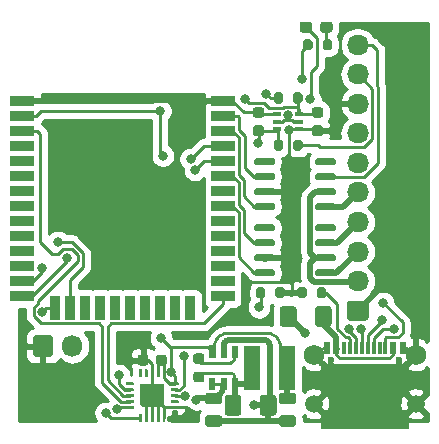
<source format=gbr>
%TF.GenerationSoftware,KiCad,Pcbnew,(5.1.9-0-10_14)*%
%TF.CreationDate,2021-06-19T15:30:25+01:00*%
%TF.ProjectId,Bell,42656c6c-2e6b-4696-9361-645f70636258,1*%
%TF.SameCoordinates,Original*%
%TF.FileFunction,Copper,L1,Top*%
%TF.FilePolarity,Positive*%
%FSLAX46Y46*%
G04 Gerber Fmt 4.6, Leading zero omitted, Abs format (unit mm)*
G04 Created by KiCad (PCBNEW (5.1.9-0-10_14)) date 2021-06-19 15:30:25*
%MOMM*%
%LPD*%
G01*
G04 APERTURE LIST*
%TA.AperFunction,EtchedComponent*%
%ADD10C,0.250000*%
%TD*%
%TA.AperFunction,EtchedComponent*%
%ADD11C,0.500000*%
%TD*%
%TA.AperFunction,ComponentPad*%
%ADD12C,0.350000*%
%TD*%
%TA.AperFunction,SMDPad,CuDef*%
%ADD13C,0.100000*%
%TD*%
%TA.AperFunction,SMDPad,CuDef*%
%ADD14R,5.000000X5.490000*%
%TD*%
%TA.AperFunction,SMDPad,CuDef*%
%ADD15R,0.600000X1.140000*%
%TD*%
%TA.AperFunction,ComponentPad*%
%ADD16C,1.500000*%
%TD*%
%TA.AperFunction,ComponentPad*%
%ADD17C,1.750000*%
%TD*%
%TA.AperFunction,SMDPad,CuDef*%
%ADD18R,0.300000X1.140000*%
%TD*%
%TA.AperFunction,ComponentPad*%
%ADD19C,0.600000*%
%TD*%
%TA.AperFunction,ComponentPad*%
%ADD20O,1.850000X1.700000*%
%TD*%
%TA.AperFunction,SMDPad,CuDef*%
%ADD21R,0.650000X0.400000*%
%TD*%
%TA.AperFunction,SMDPad,CuDef*%
%ADD22R,2.000000X0.900000*%
%TD*%
%TA.AperFunction,SMDPad,CuDef*%
%ADD23R,0.900000X2.000000*%
%TD*%
%TA.AperFunction,SMDPad,CuDef*%
%ADD24R,5.000000X5.000000*%
%TD*%
%TA.AperFunction,SMDPad,CuDef*%
%ADD25R,0.500000X4.000000*%
%TD*%
%TA.AperFunction,SMDPad,CuDef*%
%ADD26R,0.600000X1.100000*%
%TD*%
%TA.AperFunction,SMDPad,CuDef*%
%ADD27R,1.425000X3.700000*%
%TD*%
%TA.AperFunction,ComponentPad*%
%ADD28O,1.700000X1.850000*%
%TD*%
%TA.AperFunction,ViaPad*%
%ADD29C,0.800000*%
%TD*%
%TA.AperFunction,Conductor*%
%ADD30C,0.250000*%
%TD*%
%TA.AperFunction,Conductor*%
%ADD31C,0.500000*%
%TD*%
%TA.AperFunction,Conductor*%
%ADD32C,0.300000*%
%TD*%
%TA.AperFunction,Conductor*%
%ADD33C,0.290000*%
%TD*%
%TA.AperFunction,Conductor*%
%ADD34C,0.254000*%
%TD*%
%TA.AperFunction,Conductor*%
%ADD35C,0.100000*%
%TD*%
G04 APERTURE END LIST*
D10*
%TO.C,Reg1*%
X90650000Y-63300000D02*
G75*
G02*
X91000000Y-63650000I0J-350000D01*
G01*
X91000000Y-62050000D02*
G75*
G02*
X90650000Y-62400000I-350000J0D01*
G01*
D11*
X91000000Y-65400000D02*
X91000000Y-64200000D01*
X91000000Y-64200000D02*
X92500000Y-64200000D01*
D10*
X88150000Y-63300000D02*
X90650000Y-63300000D01*
X88050000Y-62400000D02*
X90650000Y-62400000D01*
%TD*%
D12*
%TO.P,U2,21*%
%TO.N,GND*%
X84000000Y-65200000D03*
%TA.AperFunction,SMDPad,CuDef*%
D13*
G36*
X85000000Y-64200000D02*
G01*
X85000000Y-66200000D01*
X83250000Y-66200000D01*
X83000000Y-65950000D01*
X83000000Y-64200000D01*
X85000000Y-64200000D01*
G37*
%TD.AperFunction*%
%TO.P,U2,20*%
%TO.N,+3V3*%
%TA.AperFunction,SMDPad,CuDef*%
G36*
G01*
X82387500Y-66325000D02*
X81812500Y-66325000D01*
G75*
G02*
X81750000Y-66262500I0J62500D01*
G01*
X81750000Y-66137500D01*
G75*
G02*
X81812500Y-66075000I62500J0D01*
G01*
X82387500Y-66075000D01*
G75*
G02*
X82450000Y-66137500I0J-62500D01*
G01*
X82450000Y-66262500D01*
G75*
G02*
X82387500Y-66325000I-62500J0D01*
G01*
G37*
%TD.AperFunction*%
%TO.P,U2,19*%
%TO.N,EN*%
%TA.AperFunction,SMDPad,CuDef*%
G36*
G01*
X82387500Y-65825000D02*
X81812500Y-65825000D01*
G75*
G02*
X81750000Y-65762500I0J62500D01*
G01*
X81750000Y-65637500D01*
G75*
G02*
X81812500Y-65575000I62500J0D01*
G01*
X82387500Y-65575000D01*
G75*
G02*
X82450000Y-65637500I0J-62500D01*
G01*
X82450000Y-65762500D01*
G75*
G02*
X82387500Y-65825000I-62500J0D01*
G01*
G37*
%TD.AperFunction*%
%TO.P,U2,18*%
%TO.N,BOOT*%
%TA.AperFunction,SMDPad,CuDef*%
G36*
G01*
X82387500Y-65325000D02*
X81812500Y-65325000D01*
G75*
G02*
X81750000Y-65262500I0J62500D01*
G01*
X81750000Y-65137500D01*
G75*
G02*
X81812500Y-65075000I62500J0D01*
G01*
X82387500Y-65075000D01*
G75*
G02*
X82450000Y-65137500I0J-62500D01*
G01*
X82450000Y-65262500D01*
G75*
G02*
X82387500Y-65325000I-62500J0D01*
G01*
G37*
%TD.AperFunction*%
%TO.P,U2,17*%
%TO.N,I*%
%TA.AperFunction,SMDPad,CuDef*%
G36*
G01*
X82387500Y-64825000D02*
X81812500Y-64825000D01*
G75*
G02*
X81750000Y-64762500I0J62500D01*
G01*
X81750000Y-64637500D01*
G75*
G02*
X81812500Y-64575000I62500J0D01*
G01*
X82387500Y-64575000D01*
G75*
G02*
X82450000Y-64637500I0J-62500D01*
G01*
X82450000Y-64762500D01*
G75*
G02*
X82387500Y-64825000I-62500J0D01*
G01*
G37*
%TD.AperFunction*%
%TO.P,U2,16*%
%TO.N,Net-(U2-Pad16)*%
%TA.AperFunction,SMDPad,CuDef*%
G36*
G01*
X82387500Y-64325000D02*
X81812500Y-64325000D01*
G75*
G02*
X81750000Y-64262500I0J62500D01*
G01*
X81750000Y-64137500D01*
G75*
G02*
X81812500Y-64075000I62500J0D01*
G01*
X82387500Y-64075000D01*
G75*
G02*
X82450000Y-64137500I0J-62500D01*
G01*
X82450000Y-64262500D01*
G75*
G02*
X82387500Y-64325000I-62500J0D01*
G01*
G37*
%TD.AperFunction*%
%TO.P,U2,15*%
%TO.N,Net-(U2-Pad15)*%
%TA.AperFunction,SMDPad,CuDef*%
G36*
G01*
X83062500Y-63650000D02*
X82937500Y-63650000D01*
G75*
G02*
X82875000Y-63587500I0J62500D01*
G01*
X82875000Y-63012500D01*
G75*
G02*
X82937500Y-62950000I62500J0D01*
G01*
X83062500Y-62950000D01*
G75*
G02*
X83125000Y-63012500I0J-62500D01*
G01*
X83125000Y-63587500D01*
G75*
G02*
X83062500Y-63650000I-62500J0D01*
G01*
G37*
%TD.AperFunction*%
%TO.P,U2,14*%
%TO.N,Net-(U2-Pad14)*%
%TA.AperFunction,SMDPad,CuDef*%
G36*
G01*
X83562500Y-63650000D02*
X83437500Y-63650000D01*
G75*
G02*
X83375000Y-63587500I0J62500D01*
G01*
X83375000Y-63012500D01*
G75*
G02*
X83437500Y-62950000I62500J0D01*
G01*
X83562500Y-62950000D01*
G75*
G02*
X83625000Y-63012500I0J-62500D01*
G01*
X83625000Y-63587500D01*
G75*
G02*
X83562500Y-63650000I-62500J0D01*
G01*
G37*
%TD.AperFunction*%
%TO.P,U2,13*%
%TO.N,GND*%
%TA.AperFunction,SMDPad,CuDef*%
G36*
G01*
X84062500Y-63650000D02*
X83937500Y-63650000D01*
G75*
G02*
X83875000Y-63587500I0J62500D01*
G01*
X83875000Y-63012500D01*
G75*
G02*
X83937500Y-62950000I62500J0D01*
G01*
X84062500Y-62950000D01*
G75*
G02*
X84125000Y-63012500I0J-62500D01*
G01*
X84125000Y-63587500D01*
G75*
G02*
X84062500Y-63650000I-62500J0D01*
G01*
G37*
%TD.AperFunction*%
%TO.P,U2,12*%
%TO.N,+3V3*%
%TA.AperFunction,SMDPad,CuDef*%
G36*
G01*
X84562500Y-63650000D02*
X84437500Y-63650000D01*
G75*
G02*
X84375000Y-63587500I0J62500D01*
G01*
X84375000Y-63012500D01*
G75*
G02*
X84437500Y-62950000I62500J0D01*
G01*
X84562500Y-62950000D01*
G75*
G02*
X84625000Y-63012500I0J-62500D01*
G01*
X84625000Y-63587500D01*
G75*
G02*
X84562500Y-63650000I-62500J0D01*
G01*
G37*
%TD.AperFunction*%
%TO.P,U2,11*%
%TA.AperFunction,SMDPad,CuDef*%
G36*
G01*
X85062500Y-63650000D02*
X84937500Y-63650000D01*
G75*
G02*
X84875000Y-63587500I0J62500D01*
G01*
X84875000Y-63012500D01*
G75*
G02*
X84937500Y-62950000I62500J0D01*
G01*
X85062500Y-62950000D01*
G75*
G02*
X85125000Y-63012500I0J-62500D01*
G01*
X85125000Y-63587500D01*
G75*
G02*
X85062500Y-63650000I-62500J0D01*
G01*
G37*
%TD.AperFunction*%
%TO.P,U2,10*%
%TA.AperFunction,SMDPad,CuDef*%
G36*
G01*
X86187500Y-64325000D02*
X85612500Y-64325000D01*
G75*
G02*
X85550000Y-64262500I0J62500D01*
G01*
X85550000Y-64137500D01*
G75*
G02*
X85612500Y-64075000I62500J0D01*
G01*
X86187500Y-64075000D01*
G75*
G02*
X86250000Y-64137500I0J-62500D01*
G01*
X86250000Y-64262500D01*
G75*
G02*
X86187500Y-64325000I-62500J0D01*
G01*
G37*
%TD.AperFunction*%
%TO.P,U2,9*%
%TO.N,D-*%
%TA.AperFunction,SMDPad,CuDef*%
G36*
G01*
X86187500Y-64825000D02*
X85612500Y-64825000D01*
G75*
G02*
X85550000Y-64762500I0J62500D01*
G01*
X85550000Y-64637500D01*
G75*
G02*
X85612500Y-64575000I62500J0D01*
G01*
X86187500Y-64575000D01*
G75*
G02*
X86250000Y-64637500I0J-62500D01*
G01*
X86250000Y-64762500D01*
G75*
G02*
X86187500Y-64825000I-62500J0D01*
G01*
G37*
%TD.AperFunction*%
%TO.P,U2,8*%
%TO.N,D+*%
%TA.AperFunction,SMDPad,CuDef*%
G36*
G01*
X86187500Y-65325000D02*
X85612500Y-65325000D01*
G75*
G02*
X85550000Y-65262500I0J62500D01*
G01*
X85550000Y-65137500D01*
G75*
G02*
X85612500Y-65075000I62500J0D01*
G01*
X86187500Y-65075000D01*
G75*
G02*
X86250000Y-65137500I0J-62500D01*
G01*
X86250000Y-65262500D01*
G75*
G02*
X86187500Y-65325000I-62500J0D01*
G01*
G37*
%TD.AperFunction*%
%TO.P,U2,7*%
%TO.N,Net-(U2-Pad7)*%
%TA.AperFunction,SMDPad,CuDef*%
G36*
G01*
X86187500Y-65825000D02*
X85612500Y-65825000D01*
G75*
G02*
X85550000Y-65762500I0J62500D01*
G01*
X85550000Y-65637500D01*
G75*
G02*
X85612500Y-65575000I62500J0D01*
G01*
X86187500Y-65575000D01*
G75*
G02*
X86250000Y-65637500I0J-62500D01*
G01*
X86250000Y-65762500D01*
G75*
G02*
X86187500Y-65825000I-62500J0D01*
G01*
G37*
%TD.AperFunction*%
%TO.P,U2,6*%
%TO.N,GND*%
%TA.AperFunction,SMDPad,CuDef*%
G36*
G01*
X86187500Y-66325000D02*
X85612500Y-66325000D01*
G75*
G02*
X85550000Y-66262500I0J62500D01*
G01*
X85550000Y-66137500D01*
G75*
G02*
X85612500Y-66075000I62500J0D01*
G01*
X86187500Y-66075000D01*
G75*
G02*
X86250000Y-66137500I0J-62500D01*
G01*
X86250000Y-66262500D01*
G75*
G02*
X86187500Y-66325000I-62500J0D01*
G01*
G37*
%TD.AperFunction*%
%TO.P,U2,5*%
%TA.AperFunction,SMDPad,CuDef*%
G36*
G01*
X85062500Y-67450000D02*
X84937500Y-67450000D01*
G75*
G02*
X84875000Y-67387500I0J62500D01*
G01*
X84875000Y-66812500D01*
G75*
G02*
X84937500Y-66750000I62500J0D01*
G01*
X85062500Y-66750000D01*
G75*
G02*
X85125000Y-66812500I0J-62500D01*
G01*
X85125000Y-67387500D01*
G75*
G02*
X85062500Y-67450000I-62500J0D01*
G01*
G37*
%TD.AperFunction*%
%TO.P,U2,4*%
%TA.AperFunction,SMDPad,CuDef*%
G36*
G01*
X84562500Y-67450000D02*
X84437500Y-67450000D01*
G75*
G02*
X84375000Y-67387500I0J62500D01*
G01*
X84375000Y-66812500D01*
G75*
G02*
X84437500Y-66750000I62500J0D01*
G01*
X84562500Y-66750000D01*
G75*
G02*
X84625000Y-66812500I0J-62500D01*
G01*
X84625000Y-67387500D01*
G75*
G02*
X84562500Y-67450000I-62500J0D01*
G01*
G37*
%TD.AperFunction*%
%TO.P,U2,3*%
%TA.AperFunction,SMDPad,CuDef*%
G36*
G01*
X84062500Y-67450000D02*
X83937500Y-67450000D01*
G75*
G02*
X83875000Y-67387500I0J62500D01*
G01*
X83875000Y-66812500D01*
G75*
G02*
X83937500Y-66750000I62500J0D01*
G01*
X84062500Y-66750000D01*
G75*
G02*
X84125000Y-66812500I0J-62500D01*
G01*
X84125000Y-67387500D01*
G75*
G02*
X84062500Y-67450000I-62500J0D01*
G01*
G37*
%TD.AperFunction*%
%TO.P,U2,2*%
%TA.AperFunction,SMDPad,CuDef*%
G36*
G01*
X83562500Y-67450000D02*
X83437500Y-67450000D01*
G75*
G02*
X83375000Y-67387500I0J62500D01*
G01*
X83375000Y-66812500D01*
G75*
G02*
X83437500Y-66750000I62500J0D01*
G01*
X83562500Y-66750000D01*
G75*
G02*
X83625000Y-66812500I0J-62500D01*
G01*
X83625000Y-67387500D01*
G75*
G02*
X83562500Y-67450000I-62500J0D01*
G01*
G37*
%TD.AperFunction*%
%TO.P,U2,1*%
%TO.N,O*%
%TA.AperFunction,SMDPad,CuDef*%
G36*
G01*
X83062500Y-67450000D02*
X82937500Y-67450000D01*
G75*
G02*
X82875000Y-67387500I0J62500D01*
G01*
X82875000Y-66812500D01*
G75*
G02*
X82937500Y-66750000I62500J0D01*
G01*
X83062500Y-66750000D01*
G75*
G02*
X83125000Y-66812500I0J-62500D01*
G01*
X83125000Y-67387500D01*
G75*
G02*
X83062500Y-67450000I-62500J0D01*
G01*
G37*
%TD.AperFunction*%
%TD*%
%TO.P,U5,8*%
%TO.N,Net-(U5-Pad8)*%
%TA.AperFunction,SMDPad,CuDef*%
G36*
G01*
X97800000Y-51145000D02*
X97800000Y-50845000D01*
G75*
G02*
X97950000Y-50695000I150000J0D01*
G01*
X99400000Y-50695000D01*
G75*
G02*
X99550000Y-50845000I0J-150000D01*
G01*
X99550000Y-51145000D01*
G75*
G02*
X99400000Y-51295000I-150000J0D01*
G01*
X97950000Y-51295000D01*
G75*
G02*
X97800000Y-51145000I0J150000D01*
G01*
G37*
%TD.AperFunction*%
%TO.P,U5,7*%
%TO.N,STB*%
%TA.AperFunction,SMDPad,CuDef*%
G36*
G01*
X97800000Y-52415000D02*
X97800000Y-52115000D01*
G75*
G02*
X97950000Y-51965000I150000J0D01*
G01*
X99400000Y-51965000D01*
G75*
G02*
X99550000Y-52115000I0J-150000D01*
G01*
X99550000Y-52415000D01*
G75*
G02*
X99400000Y-52565000I-150000J0D01*
G01*
X97950000Y-52565000D01*
G75*
G02*
X97800000Y-52415000I0J150000D01*
G01*
G37*
%TD.AperFunction*%
%TO.P,U5,6*%
%TO.N,+12V*%
%TA.AperFunction,SMDPad,CuDef*%
G36*
G01*
X97800000Y-53685000D02*
X97800000Y-53385000D01*
G75*
G02*
X97950000Y-53235000I150000J0D01*
G01*
X99400000Y-53235000D01*
G75*
G02*
X99550000Y-53385000I0J-150000D01*
G01*
X99550000Y-53685000D01*
G75*
G02*
X99400000Y-53835000I-150000J0D01*
G01*
X97950000Y-53835000D01*
G75*
G02*
X97800000Y-53685000I0J150000D01*
G01*
G37*
%TD.AperFunction*%
%TO.P,U5,5*%
%TO.N,BELL*%
%TA.AperFunction,SMDPad,CuDef*%
G36*
G01*
X97800000Y-54955000D02*
X97800000Y-54655000D01*
G75*
G02*
X97950000Y-54505000I150000J0D01*
G01*
X99400000Y-54505000D01*
G75*
G02*
X99550000Y-54655000I0J-150000D01*
G01*
X99550000Y-54955000D01*
G75*
G02*
X99400000Y-55105000I-150000J0D01*
G01*
X97950000Y-55105000D01*
G75*
G02*
X97800000Y-54955000I0J150000D01*
G01*
G37*
%TD.AperFunction*%
%TO.P,U5,4*%
%TO.N,OUT1*%
%TA.AperFunction,SMDPad,CuDef*%
G36*
G01*
X92650000Y-54955000D02*
X92650000Y-54655000D01*
G75*
G02*
X92800000Y-54505000I150000J0D01*
G01*
X94250000Y-54505000D01*
G75*
G02*
X94400000Y-54655000I0J-150000D01*
G01*
X94400000Y-54955000D01*
G75*
G02*
X94250000Y-55105000I-150000J0D01*
G01*
X92800000Y-55105000D01*
G75*
G02*
X92650000Y-54955000I0J150000D01*
G01*
G37*
%TD.AperFunction*%
%TO.P,U5,3*%
%TO.N,GND*%
%TA.AperFunction,SMDPad,CuDef*%
G36*
G01*
X92650000Y-53685000D02*
X92650000Y-53385000D01*
G75*
G02*
X92800000Y-53235000I150000J0D01*
G01*
X94250000Y-53235000D01*
G75*
G02*
X94400000Y-53385000I0J-150000D01*
G01*
X94400000Y-53685000D01*
G75*
G02*
X94250000Y-53835000I-150000J0D01*
G01*
X92800000Y-53835000D01*
G75*
G02*
X92650000Y-53685000I0J150000D01*
G01*
G37*
%TD.AperFunction*%
%TO.P,U5,2*%
%TO.N,OUT2*%
%TA.AperFunction,SMDPad,CuDef*%
G36*
G01*
X92650000Y-52415000D02*
X92650000Y-52115000D01*
G75*
G02*
X92800000Y-51965000I150000J0D01*
G01*
X94250000Y-51965000D01*
G75*
G02*
X94400000Y-52115000I0J-150000D01*
G01*
X94400000Y-52415000D01*
G75*
G02*
X94250000Y-52565000I-150000J0D01*
G01*
X92800000Y-52565000D01*
G75*
G02*
X92650000Y-52415000I0J150000D01*
G01*
G37*
%TD.AperFunction*%
%TO.P,U5,1*%
%TO.N,Net-(U5-Pad1)*%
%TA.AperFunction,SMDPad,CuDef*%
G36*
G01*
X92650000Y-51145000D02*
X92650000Y-50845000D01*
G75*
G02*
X92800000Y-50695000I150000J0D01*
G01*
X94250000Y-50695000D01*
G75*
G02*
X94400000Y-50845000I0J-150000D01*
G01*
X94400000Y-51145000D01*
G75*
G02*
X94250000Y-51295000I-150000J0D01*
G01*
X92800000Y-51295000D01*
G75*
G02*
X92650000Y-51145000I0J150000D01*
G01*
G37*
%TD.AperFunction*%
%TD*%
%TO.P,U6,8*%
%TO.N,Net-(U6-Pad8)*%
%TA.AperFunction,SMDPad,CuDef*%
G36*
G01*
X97800000Y-45545000D02*
X97800000Y-45245000D01*
G75*
G02*
X97950000Y-45095000I150000J0D01*
G01*
X99400000Y-45095000D01*
G75*
G02*
X99550000Y-45245000I0J-150000D01*
G01*
X99550000Y-45545000D01*
G75*
G02*
X99400000Y-45695000I-150000J0D01*
G01*
X97950000Y-45695000D01*
G75*
G02*
X97800000Y-45545000I0J150000D01*
G01*
G37*
%TD.AperFunction*%
%TO.P,U6,7*%
%TO.N,~BACKLIGHT*%
%TA.AperFunction,SMDPad,CuDef*%
G36*
G01*
X97800000Y-46815000D02*
X97800000Y-46515000D01*
G75*
G02*
X97950000Y-46365000I150000J0D01*
G01*
X99400000Y-46365000D01*
G75*
G02*
X99550000Y-46515000I0J-150000D01*
G01*
X99550000Y-46815000D01*
G75*
G02*
X99400000Y-46965000I-150000J0D01*
G01*
X97950000Y-46965000D01*
G75*
G02*
X97800000Y-46815000I0J150000D01*
G01*
G37*
%TD.AperFunction*%
%TO.P,U6,6*%
%TO.N,+12V*%
%TA.AperFunction,SMDPad,CuDef*%
G36*
G01*
X97800000Y-48085000D02*
X97800000Y-47785000D01*
G75*
G02*
X97950000Y-47635000I150000J0D01*
G01*
X99400000Y-47635000D01*
G75*
G02*
X99550000Y-47785000I0J-150000D01*
G01*
X99550000Y-48085000D01*
G75*
G02*
X99400000Y-48235000I-150000J0D01*
G01*
X97950000Y-48235000D01*
G75*
G02*
X97800000Y-48085000I0J150000D01*
G01*
G37*
%TD.AperFunction*%
%TO.P,U6,5*%
%TO.N,ENGHOLD*%
%TA.AperFunction,SMDPad,CuDef*%
G36*
G01*
X97800000Y-49355000D02*
X97800000Y-49055000D01*
G75*
G02*
X97950000Y-48905000I150000J0D01*
G01*
X99400000Y-48905000D01*
G75*
G02*
X99550000Y-49055000I0J-150000D01*
G01*
X99550000Y-49355000D01*
G75*
G02*
X99400000Y-49505000I-150000J0D01*
G01*
X97950000Y-49505000D01*
G75*
G02*
X97800000Y-49355000I0J150000D01*
G01*
G37*
%TD.AperFunction*%
%TO.P,U6,4*%
%TO.N,OUT3*%
%TA.AperFunction,SMDPad,CuDef*%
G36*
G01*
X92650000Y-49355000D02*
X92650000Y-49055000D01*
G75*
G02*
X92800000Y-48905000I150000J0D01*
G01*
X94250000Y-48905000D01*
G75*
G02*
X94400000Y-49055000I0J-150000D01*
G01*
X94400000Y-49355000D01*
G75*
G02*
X94250000Y-49505000I-150000J0D01*
G01*
X92800000Y-49505000D01*
G75*
G02*
X92650000Y-49355000I0J150000D01*
G01*
G37*
%TD.AperFunction*%
%TO.P,U6,3*%
%TO.N,GND*%
%TA.AperFunction,SMDPad,CuDef*%
G36*
G01*
X92650000Y-48085000D02*
X92650000Y-47785000D01*
G75*
G02*
X92800000Y-47635000I150000J0D01*
G01*
X94250000Y-47635000D01*
G75*
G02*
X94400000Y-47785000I0J-150000D01*
G01*
X94400000Y-48085000D01*
G75*
G02*
X94250000Y-48235000I-150000J0D01*
G01*
X92800000Y-48235000D01*
G75*
G02*
X92650000Y-48085000I0J150000D01*
G01*
G37*
%TD.AperFunction*%
%TO.P,U6,2*%
%TO.N,OUT4*%
%TA.AperFunction,SMDPad,CuDef*%
G36*
G01*
X92650000Y-46815000D02*
X92650000Y-46515000D01*
G75*
G02*
X92800000Y-46365000I150000J0D01*
G01*
X94250000Y-46365000D01*
G75*
G02*
X94400000Y-46515000I0J-150000D01*
G01*
X94400000Y-46815000D01*
G75*
G02*
X94250000Y-46965000I-150000J0D01*
G01*
X92800000Y-46965000D01*
G75*
G02*
X92650000Y-46815000I0J150000D01*
G01*
G37*
%TD.AperFunction*%
%TO.P,U6,1*%
%TO.N,Net-(U6-Pad1)*%
%TA.AperFunction,SMDPad,CuDef*%
G36*
G01*
X92650000Y-45545000D02*
X92650000Y-45245000D01*
G75*
G02*
X92800000Y-45095000I150000J0D01*
G01*
X94250000Y-45095000D01*
G75*
G02*
X94400000Y-45245000I0J-150000D01*
G01*
X94400000Y-45545000D01*
G75*
G02*
X94250000Y-45695000I-150000J0D01*
G01*
X92800000Y-45695000D01*
G75*
G02*
X92650000Y-45545000I0J150000D01*
G01*
G37*
%TD.AperFunction*%
%TD*%
D14*
%TO.P,J1,S1*%
%TO.N,GND*%
X102000000Y-65255000D03*
%TA.AperFunction,SMDPad,CuDef*%
D13*
G36*
X98813071Y-61015685D02*
G01*
X98825139Y-61017555D01*
X98836968Y-61020591D01*
X98848444Y-61024769D01*
X98859457Y-61030047D01*
X98869903Y-61036373D01*
X98879681Y-61043688D01*
X98888699Y-61051924D01*
X98896871Y-61061001D01*
X98904118Y-61070830D01*
X98910370Y-61081320D01*
X98915570Y-61092371D01*
X98919666Y-61103875D01*
X98922620Y-61115725D01*
X98924404Y-61127807D01*
X98925000Y-61140005D01*
X98924402Y-61152203D01*
X98922618Y-61164284D01*
X98919663Y-61176134D01*
X98915566Y-61187638D01*
X98910366Y-61198688D01*
X98904112Y-61209178D01*
X98896865Y-61219007D01*
X98888692Y-61228082D01*
X98879674Y-61236317D01*
X98869895Y-61243632D01*
X98859449Y-61249958D01*
X98848435Y-61255235D01*
X98836959Y-61259411D01*
X98825129Y-61262447D01*
X98813061Y-61264315D01*
X98800868Y-61264997D01*
X98792977Y-61265052D01*
X98723107Y-61269448D01*
X98656573Y-61280224D01*
X98591405Y-61297443D01*
X98528238Y-61320934D01*
X98467665Y-61350477D01*
X98410261Y-61385792D01*
X98356576Y-61426541D01*
X98307120Y-61472337D01*
X98262373Y-61522737D01*
X98222754Y-61577269D01*
X98188653Y-61635392D01*
X98160381Y-61696580D01*
X98138216Y-61760228D01*
X98122368Y-61825739D01*
X98112988Y-61892476D01*
X98110166Y-61959813D01*
X98113929Y-62027106D01*
X98124240Y-62093718D01*
X98141001Y-62158998D01*
X98162742Y-62218729D01*
X98164112Y-62220691D01*
X98411285Y-62510000D01*
X99001371Y-62510000D01*
X98985529Y-62258200D01*
X98985431Y-62256458D01*
X98985431Y-62253835D01*
X98985285Y-62251225D01*
X98985003Y-62210874D01*
X98985003Y-62209129D01*
X98985685Y-62196934D01*
X98987553Y-62184866D01*
X98990590Y-62173038D01*
X98994767Y-62161561D01*
X99000044Y-62150548D01*
X99006370Y-62140102D01*
X99013685Y-62130323D01*
X99021920Y-62121304D01*
X99030996Y-62113133D01*
X99040826Y-62105885D01*
X99051315Y-62099632D01*
X99062365Y-62094432D01*
X99073870Y-62090336D01*
X99085719Y-62087381D01*
X99097801Y-62085596D01*
X99109999Y-62085000D01*
X99122197Y-62085597D01*
X99134279Y-62087380D01*
X99146129Y-62090335D01*
X99157633Y-62094431D01*
X99168683Y-62099631D01*
X99179173Y-62105884D01*
X99189003Y-62113132D01*
X99198078Y-62121303D01*
X99206314Y-62130321D01*
X99213629Y-62140100D01*
X99219955Y-62150546D01*
X99225232Y-62161560D01*
X99229410Y-62173036D01*
X99232446Y-62184865D01*
X99234315Y-62196933D01*
X99234997Y-62209126D01*
X99235255Y-62245993D01*
X99251865Y-62510000D01*
X104747196Y-62510000D01*
X104751655Y-62479804D01*
X104765149Y-62203894D01*
X104765246Y-62202151D01*
X104766608Y-62190014D01*
X104769148Y-62178069D01*
X104772840Y-62166429D01*
X104777651Y-62155203D01*
X104783534Y-62144502D01*
X104790434Y-62134425D01*
X104798283Y-62125070D01*
X104807009Y-62116525D01*
X104816527Y-62108873D01*
X104826746Y-62102185D01*
X104837569Y-62096528D01*
X104848892Y-62091953D01*
X104860607Y-62088505D01*
X104872603Y-62086216D01*
X104884766Y-62085109D01*
X104896978Y-62085195D01*
X104909123Y-62086472D01*
X104921087Y-62088927D01*
X104932753Y-62092538D01*
X104944010Y-62097271D01*
X104954753Y-62103080D01*
X104964878Y-62109908D01*
X104974288Y-62117693D01*
X104982893Y-62126359D01*
X104990612Y-62135822D01*
X104997370Y-62145995D01*
X105003103Y-62156778D01*
X105007757Y-62168069D01*
X105011287Y-62179760D01*
X105013659Y-62191740D01*
X105014850Y-62203894D01*
X105014851Y-62216106D01*
X105001058Y-62498121D01*
X105000961Y-62499864D01*
X105000371Y-62505118D01*
X104999893Y-62510000D01*
X105590209Y-62510000D01*
X105631934Y-62467229D01*
X105843014Y-62203671D01*
X105861783Y-62149774D01*
X105877632Y-62084261D01*
X105887012Y-62017524D01*
X105889834Y-61950187D01*
X105886071Y-61882894D01*
X105875760Y-61816286D01*
X105858998Y-61751002D01*
X105835949Y-61687677D01*
X105806825Y-61626888D01*
X105771912Y-61569239D01*
X105731542Y-61515276D01*
X105686093Y-61465504D01*
X105636003Y-61420402D01*
X105581756Y-61380408D01*
X105523866Y-61345899D01*
X105462879Y-61317200D01*
X105399392Y-61294594D01*
X105333993Y-61278288D01*
X105267319Y-61268442D01*
X105193893Y-61264851D01*
X105192151Y-61264754D01*
X105180014Y-61263392D01*
X105168069Y-61260852D01*
X105156428Y-61257160D01*
X105145203Y-61252349D01*
X105134502Y-61246465D01*
X105124425Y-61239566D01*
X105115070Y-61231716D01*
X105106525Y-61222990D01*
X105098873Y-61213472D01*
X105092185Y-61203253D01*
X105086528Y-61192431D01*
X105081953Y-61181108D01*
X105078505Y-61169393D01*
X105076216Y-61157396D01*
X105075109Y-61145234D01*
X105075195Y-61133021D01*
X105076472Y-61120876D01*
X105078927Y-61108913D01*
X105082538Y-61097246D01*
X105087271Y-61085989D01*
X105093080Y-61075246D01*
X105099909Y-61065122D01*
X105107694Y-61055712D01*
X105116359Y-61047107D01*
X105125823Y-61039388D01*
X105135995Y-61032630D01*
X105146778Y-61026897D01*
X105158069Y-61022243D01*
X105169760Y-61018713D01*
X105181740Y-61016341D01*
X105193894Y-61015150D01*
X105206107Y-61015149D01*
X105285637Y-61019039D01*
X105287379Y-61019136D01*
X105292633Y-61019726D01*
X105297791Y-61020231D01*
X105376561Y-61031863D01*
X105378286Y-61032130D01*
X105383412Y-61033219D01*
X105388541Y-61034235D01*
X105465801Y-61053498D01*
X105467491Y-61053932D01*
X105472486Y-61055516D01*
X105477492Y-61057028D01*
X105552504Y-61083738D01*
X105554143Y-61084335D01*
X105558953Y-61086396D01*
X105563795Y-61088392D01*
X105635841Y-61122295D01*
X105637415Y-61123049D01*
X105642033Y-61125587D01*
X105646624Y-61128028D01*
X105715019Y-61168799D01*
X105716511Y-61169702D01*
X105720861Y-61172680D01*
X105725191Y-61175557D01*
X105789281Y-61222808D01*
X105790678Y-61223853D01*
X105794687Y-61227217D01*
X105798746Y-61230527D01*
X105857918Y-61283807D01*
X105859207Y-61284983D01*
X105862874Y-61288729D01*
X105866584Y-61292412D01*
X105920275Y-61351211D01*
X105921442Y-61352507D01*
X105924742Y-61356612D01*
X105928059Y-61360621D01*
X105975757Y-61424380D01*
X105976793Y-61425784D01*
X105979670Y-61430181D01*
X105982586Y-61434504D01*
X106023834Y-61502612D01*
X106024728Y-61504111D01*
X106027154Y-61508753D01*
X106029644Y-61513357D01*
X106064048Y-61585166D01*
X106064791Y-61586744D01*
X106066775Y-61591656D01*
X106068779Y-61596422D01*
X106096013Y-61671244D01*
X106096599Y-61672888D01*
X106098087Y-61677945D01*
X106099625Y-61682912D01*
X106119427Y-61760035D01*
X106119849Y-61761728D01*
X106120831Y-61766874D01*
X106121883Y-61771999D01*
X106125392Y-61794668D01*
X106190027Y-61695484D01*
X106190990Y-61694029D01*
X106198287Y-61684235D01*
X106206505Y-61675202D01*
X106215565Y-61667013D01*
X106225381Y-61659747D01*
X106235859Y-61653474D01*
X106246899Y-61648253D01*
X106258395Y-61644134D01*
X106270240Y-61641157D01*
X106282318Y-61639351D01*
X106294515Y-61638730D01*
X106306714Y-61639304D01*
X106318798Y-61641064D01*
X106330653Y-61643996D01*
X106342166Y-61648071D01*
X106353227Y-61653250D01*
X106363729Y-61659483D01*
X106373572Y-61666712D01*
X106382663Y-61674866D01*
X106390916Y-61683869D01*
X106398249Y-61693633D01*
X106404596Y-61704068D01*
X106409893Y-61715071D01*
X106414092Y-61726539D01*
X106417151Y-61738362D01*
X106419043Y-61750427D01*
X106419748Y-61762619D01*
X106419260Y-61774822D01*
X106417583Y-61786918D01*
X106414734Y-61798794D01*
X106410739Y-61810335D01*
X106405638Y-61821430D01*
X106399479Y-61831976D01*
X106134173Y-62239097D01*
X106133210Y-62240552D01*
X106130060Y-62244779D01*
X106127013Y-62248991D01*
X106059808Y-62332904D01*
X106035728Y-62385018D01*
X106034985Y-62386597D01*
X106032485Y-62391220D01*
X106030070Y-62395840D01*
X105989777Y-62464518D01*
X105988884Y-62466017D01*
X105985937Y-62470386D01*
X105983089Y-62474738D01*
X105936287Y-62539156D01*
X105935251Y-62540560D01*
X105931897Y-62544614D01*
X105928635Y-62548672D01*
X105875770Y-62608216D01*
X105874603Y-62609513D01*
X105870877Y-62613213D01*
X105867225Y-62616943D01*
X105808802Y-62671042D01*
X105807513Y-62672219D01*
X105803473Y-62675514D01*
X105799448Y-62678892D01*
X105750000Y-62716425D01*
X105750000Y-65237838D01*
X105918597Y-65361232D01*
X105919998Y-65362272D01*
X105924021Y-65365624D01*
X105928089Y-65368918D01*
X106373053Y-65766762D01*
X106374346Y-65767934D01*
X106376033Y-65769645D01*
X106377816Y-65771250D01*
X106408080Y-65801305D01*
X106409310Y-65802543D01*
X106417419Y-65811676D01*
X106424596Y-65821556D01*
X106430776Y-65832089D01*
X106435899Y-65843176D01*
X106439915Y-65854709D01*
X106442786Y-65866579D01*
X106444486Y-65878672D01*
X106444997Y-65890874D01*
X106444315Y-65903068D01*
X106442447Y-65915137D01*
X106439409Y-65926965D01*
X106435233Y-65938441D01*
X106429956Y-65949454D01*
X106423630Y-65959900D01*
X106416314Y-65969680D01*
X106408079Y-65978698D01*
X106399003Y-65986869D01*
X106389173Y-65994116D01*
X106378683Y-66000370D01*
X106367633Y-66005569D01*
X106356128Y-66009666D01*
X106344279Y-66012620D01*
X106332197Y-66014404D01*
X106319999Y-66015000D01*
X106307802Y-66014404D01*
X106295720Y-66012619D01*
X106283871Y-66009665D01*
X106272366Y-66005568D01*
X106261315Y-66000368D01*
X106250826Y-65994114D01*
X106240996Y-65986867D01*
X106231920Y-65978696D01*
X106203984Y-65950954D01*
X105766015Y-65559363D01*
X105466293Y-65340000D01*
X104500000Y-65340000D01*
X104500000Y-66440000D01*
X105750000Y-66440000D01*
X105750000Y-68000000D01*
X98250000Y-68000000D01*
X98250000Y-66440000D01*
X99500000Y-66440000D01*
X99500000Y-65340000D01*
X98532537Y-65340000D01*
X98201610Y-65585769D01*
X97763965Y-65982601D01*
X97762664Y-65983764D01*
X97753119Y-65991383D01*
X97742877Y-65998034D01*
X97732035Y-66003655D01*
X97720696Y-66008190D01*
X97708968Y-66011597D01*
X97696964Y-66013843D01*
X97684799Y-66014908D01*
X97672587Y-66014780D01*
X97660445Y-66013461D01*
X97648491Y-66010964D01*
X97636838Y-66007311D01*
X97625596Y-66002540D01*
X97614874Y-65996694D01*
X97604773Y-65989830D01*
X97595390Y-65982012D01*
X97586815Y-65973316D01*
X97579130Y-65963826D01*
X97572407Y-65953630D01*
X97566711Y-65942827D01*
X97562097Y-65931520D01*
X97558608Y-65919817D01*
X97556278Y-65907829D01*
X97555129Y-65895670D01*
X97555172Y-65883458D01*
X97556405Y-65871308D01*
X97558819Y-65859337D01*
X97562390Y-65847658D01*
X97567083Y-65836383D01*
X97572854Y-65825620D01*
X97579648Y-65815472D01*
X97587400Y-65806035D01*
X97596035Y-65797399D01*
X98038211Y-65396459D01*
X98039512Y-65395296D01*
X98043633Y-65392006D01*
X98047648Y-65388708D01*
X98250000Y-65238428D01*
X98250000Y-62716152D01*
X98210719Y-62687192D01*
X98209321Y-62686147D01*
X98205304Y-62682776D01*
X98201254Y-62679473D01*
X98142081Y-62626193D01*
X98140793Y-62625016D01*
X98137146Y-62621292D01*
X98133416Y-62617588D01*
X98079725Y-62558789D01*
X98078557Y-62557492D01*
X98075254Y-62553384D01*
X98071941Y-62549379D01*
X98024243Y-62485620D01*
X98023207Y-62484216D01*
X98020330Y-62479819D01*
X98017414Y-62475496D01*
X97976166Y-62407388D01*
X97975272Y-62405889D01*
X97972839Y-62401235D01*
X97970356Y-62396643D01*
X97944756Y-62343209D01*
X97684504Y-61970276D01*
X97683516Y-61968838D01*
X97681696Y-61965845D01*
X97679764Y-61962950D01*
X97572752Y-61784209D01*
X97571866Y-61782706D01*
X97566263Y-61771854D01*
X97561746Y-61760508D01*
X97558357Y-61748775D01*
X97556129Y-61736767D01*
X97555085Y-61724600D01*
X97555232Y-61712388D01*
X97556570Y-61700250D01*
X97559087Y-61688299D01*
X97562758Y-61676651D01*
X97567547Y-61665417D01*
X97573410Y-61654705D01*
X97580290Y-61644615D01*
X97588122Y-61635245D01*
X97596831Y-61626683D01*
X97606335Y-61619012D01*
X97616541Y-61612306D01*
X97627353Y-61606628D01*
X97638668Y-61602031D01*
X97650377Y-61598561D01*
X97662368Y-61596250D01*
X97674528Y-61595120D01*
X97686740Y-61595182D01*
X97698888Y-61596435D01*
X97710856Y-61598869D01*
X97722529Y-61602457D01*
X97733796Y-61607169D01*
X97744550Y-61612957D01*
X97754687Y-61619766D01*
X97764112Y-61627533D01*
X97772734Y-61636183D01*
X97780470Y-61645632D01*
X97787248Y-61655791D01*
X97873540Y-61799923D01*
X97875653Y-61784887D01*
X97875907Y-61783160D01*
X97876970Y-61777980D01*
X97877941Y-61772891D01*
X97896664Y-61695499D01*
X97897086Y-61693806D01*
X97898636Y-61688801D01*
X97900112Y-61683784D01*
X97926298Y-61608588D01*
X97926883Y-61606944D01*
X97928917Y-61602105D01*
X97930873Y-61597264D01*
X97964272Y-61524983D01*
X97965015Y-61523404D01*
X97967506Y-61518797D01*
X97969930Y-61514160D01*
X98010223Y-61445482D01*
X98011116Y-61443983D01*
X98014053Y-61439628D01*
X98016910Y-61435262D01*
X98063713Y-61370845D01*
X98064748Y-61369440D01*
X98068110Y-61365377D01*
X98071365Y-61361328D01*
X98124230Y-61301784D01*
X98125397Y-61300487D01*
X98129143Y-61296767D01*
X98132775Y-61293058D01*
X98191198Y-61238958D01*
X98192486Y-61237781D01*
X98196567Y-61234453D01*
X98200553Y-61231108D01*
X98263977Y-61182966D01*
X98265374Y-61181921D01*
X98269740Y-61179020D01*
X98274054Y-61176066D01*
X98341873Y-61134344D01*
X98343366Y-61133440D01*
X98348017Y-61130967D01*
X98352575Y-61128461D01*
X98424140Y-61093556D01*
X98425714Y-61092802D01*
X98430567Y-61090802D01*
X98435366Y-61088745D01*
X98509998Y-61060989D01*
X98511638Y-61060392D01*
X98516661Y-61058876D01*
X98521638Y-61057297D01*
X98598621Y-61036957D01*
X98600311Y-61036523D01*
X98605470Y-61035502D01*
X98610566Y-61034418D01*
X98689167Y-61021687D01*
X98690891Y-61021420D01*
X98696128Y-61020906D01*
X98701304Y-61020326D01*
X98780772Y-61015326D01*
X98782514Y-61015228D01*
X98785143Y-61015228D01*
X98787753Y-61015082D01*
X98799132Y-61015003D01*
X98800877Y-61015003D01*
X98813071Y-61015685D01*
G37*
%TD.AperFunction*%
D15*
%TO.P,J1,A12*%
X105200000Y-61140000D03*
%TO.P,J1,A4*%
%TO.N,VBUS*%
X99600000Y-61140000D03*
%TO.P,J1,B12*%
%TO.N,GND*%
X98800000Y-61140000D03*
%TO.P,J1,B4*%
%TO.N,VBUS*%
X104400000Y-61140000D03*
D16*
%TO.P,J1,S1*%
%TO.N,GND*%
X106320000Y-65890000D03*
X97680000Y-65890000D03*
D17*
X106320000Y-61720000D03*
X97680000Y-61720000D03*
D18*
%TO.P,J1,A7*%
%TO.N,D-*%
X102250000Y-61140000D03*
%TO.P,J1,A6*%
%TO.N,D+*%
X101750000Y-61140000D03*
%TO.P,J1,B6*%
X102750000Y-61140000D03*
%TO.P,J1,B7*%
%TO.N,D-*%
X101250000Y-61140000D03*
%TO.P,J1,A8*%
%TO.N,Net-(J1-PadA8)*%
X103250000Y-61140000D03*
%TO.P,J1,A5*%
%TO.N,Net-(J1-PadA5)*%
X100750000Y-61140000D03*
%TO.P,J1,B5*%
%TO.N,Net-(J1-PadB5)*%
X103750000Y-61140000D03*
%TO.P,J1,B8*%
%TO.N,Net-(J1-PadB8)*%
X100250000Y-61140000D03*
D15*
%TO.P,J1,A9*%
%TO.N,VBUS*%
X104400000Y-61140000D03*
%TO.P,J1,B9*%
X99600000Y-61140000D03*
%TO.P,J1,B1*%
%TO.N,GND*%
X105200000Y-61140000D03*
D19*
%TO.P,J1,S1*%
X104890000Y-62210000D03*
X99110000Y-62210000D03*
D15*
%TO.P,J1,A1*%
X98800000Y-61140000D03*
%TD*%
%TO.P,R1,2*%
%TO.N,IN2*%
%TA.AperFunction,SMDPad,CuDef*%
G36*
G01*
X95925000Y-40275000D02*
X95925000Y-39725000D01*
G75*
G02*
X96125000Y-39525000I200000J0D01*
G01*
X96525000Y-39525000D01*
G75*
G02*
X96725000Y-39725000I0J-200000D01*
G01*
X96725000Y-40275000D01*
G75*
G02*
X96525000Y-40475000I-200000J0D01*
G01*
X96125000Y-40475000D01*
G75*
G02*
X95925000Y-40275000I0J200000D01*
G01*
G37*
%TD.AperFunction*%
%TO.P,R1,1*%
%TO.N,FAULT*%
%TA.AperFunction,SMDPad,CuDef*%
G36*
G01*
X94275000Y-40275000D02*
X94275000Y-39725000D01*
G75*
G02*
X94475000Y-39525000I200000J0D01*
G01*
X94875000Y-39525000D01*
G75*
G02*
X95075000Y-39725000I0J-200000D01*
G01*
X95075000Y-40275000D01*
G75*
G02*
X94875000Y-40475000I-200000J0D01*
G01*
X94475000Y-40475000D01*
G75*
G02*
X94275000Y-40275000I0J200000D01*
G01*
G37*
%TD.AperFunction*%
%TD*%
D20*
%TO.P,J2,10*%
%TO.N,~BACKLIGHT*%
X101400000Y-35500000D03*
%TO.P,J2,9*%
%TO.N,T*%
X101400000Y-38000000D03*
%TO.P,J2,8*%
%TO.N,GND*%
X101400000Y-40500000D03*
%TO.P,J2,7*%
%TO.N,FAULT*%
X101400000Y-43000000D03*
%TO.P,J2,6*%
%TO.N,GND*%
X101400000Y-45500000D03*
%TO.P,J2,5*%
%TO.N,ENGHOLD*%
X101400000Y-48000000D03*
%TO.P,J2,4*%
%TO.N,STB*%
X101400000Y-50500000D03*
%TO.P,J2,3*%
%TO.N,BELL*%
X101400000Y-53000000D03*
%TO.P,J2,2*%
%TO.N,+12V*%
X101400000Y-55500000D03*
%TO.P,J2,1*%
%TO.N,GND*%
%TA.AperFunction,ComponentPad*%
G36*
G01*
X102075000Y-58850000D02*
X100725000Y-58850000D01*
G75*
G02*
X100475000Y-58600000I0J250000D01*
G01*
X100475000Y-57400000D01*
G75*
G02*
X100725000Y-57150000I250000J0D01*
G01*
X102075000Y-57150000D01*
G75*
G02*
X102325000Y-57400000I0J-250000D01*
G01*
X102325000Y-58600000D01*
G75*
G02*
X102075000Y-58850000I-250000J0D01*
G01*
G37*
%TD.AperFunction*%
%TD*%
D21*
%TO.P,D1,6*%
%TO.N,IN1*%
X94550000Y-42650000D03*
%TO.P,D1,4*%
%TO.N,GND*%
X94550000Y-41350000D03*
%TO.P,D1,2*%
%TO.N,+3V3*%
X96450000Y-42000000D03*
%TO.P,D1,5*%
X94550000Y-42000000D03*
%TO.P,D1,3*%
%TO.N,IN2*%
X96450000Y-41350000D03*
%TO.P,D1,1*%
%TO.N,GND*%
X96450000Y-42650000D03*
%TD*%
%TO.P,C2,2*%
%TO.N,GND*%
%TA.AperFunction,SMDPad,CuDef*%
G36*
G01*
X97750000Y-42325000D02*
X98250000Y-42325000D01*
G75*
G02*
X98475000Y-42550000I0J-225000D01*
G01*
X98475000Y-43000000D01*
G75*
G02*
X98250000Y-43225000I-225000J0D01*
G01*
X97750000Y-43225000D01*
G75*
G02*
X97525000Y-43000000I0J225000D01*
G01*
X97525000Y-42550000D01*
G75*
G02*
X97750000Y-42325000I225000J0D01*
G01*
G37*
%TD.AperFunction*%
%TO.P,C2,1*%
%TO.N,IN2*%
%TA.AperFunction,SMDPad,CuDef*%
G36*
G01*
X97750000Y-40775000D02*
X98250000Y-40775000D01*
G75*
G02*
X98475000Y-41000000I0J-225000D01*
G01*
X98475000Y-41450000D01*
G75*
G02*
X98250000Y-41675000I-225000J0D01*
G01*
X97750000Y-41675000D01*
G75*
G02*
X97525000Y-41450000I0J225000D01*
G01*
X97525000Y-41000000D01*
G75*
G02*
X97750000Y-40775000I225000J0D01*
G01*
G37*
%TD.AperFunction*%
%TD*%
D22*
%TO.P,U1,38*%
%TO.N,GND*%
X90000000Y-40245000D03*
%TO.P,U1,37*%
%TO.N,OUT4*%
X90000000Y-41515000D03*
%TO.P,U1,36*%
%TO.N,OUT3*%
X90000000Y-42785000D03*
%TO.P,U1,35*%
%TO.N,O*%
X90000000Y-44055000D03*
%TO.P,U1,34*%
%TO.N,I*%
X90000000Y-45325000D03*
%TO.P,U1,33*%
%TO.N,OUT2*%
X90000000Y-46595000D03*
%TO.P,U1,32*%
%TO.N,Net-(U1-Pad32)*%
X90000000Y-47865000D03*
%TO.P,U1,31*%
%TO.N,OUT1*%
X90000000Y-49135000D03*
%TO.P,U1,30*%
%TO.N,Net-(U1-Pad30)*%
X90000000Y-50405000D03*
%TO.P,U1,29*%
%TO.N,Net-(U1-Pad29)*%
X90000000Y-51675000D03*
%TO.P,U1,28*%
%TO.N,Net-(U1-Pad28)*%
X90000000Y-52945000D03*
%TO.P,U1,27*%
%TO.N,Net-(U1-Pad27)*%
X90000000Y-54215000D03*
%TO.P,U1,26*%
%TO.N,Net-(U1-Pad26)*%
X90000000Y-55485000D03*
%TO.P,U1,25*%
%TO.N,BOOT*%
X90000000Y-56755000D03*
D23*
%TO.P,U1,24*%
%TO.N,Net-(U1-Pad24)*%
X87215000Y-57755000D03*
%TO.P,U1,23*%
%TO.N,Net-(U1-Pad23)*%
X85945000Y-57755000D03*
%TO.P,U1,22*%
%TO.N,Net-(U1-Pad22)*%
X84675000Y-57755000D03*
%TO.P,U1,21*%
%TO.N,Net-(U1-Pad21)*%
X83405000Y-57755000D03*
%TO.P,U1,20*%
%TO.N,Net-(U1-Pad20)*%
X82135000Y-57755000D03*
%TO.P,U1,19*%
%TO.N,Net-(U1-Pad19)*%
X80865000Y-57755000D03*
%TO.P,U1,18*%
%TO.N,Net-(U1-Pad18)*%
X79595000Y-57755000D03*
%TO.P,U1,17*%
%TO.N,Net-(U1-Pad17)*%
X78325000Y-57755000D03*
%TO.P,U1,16*%
%TO.N,IN2*%
X77055000Y-57755000D03*
%TO.P,U1,15*%
%TO.N,GND*%
X75785000Y-57755000D03*
D22*
%TO.P,U1,14*%
%TO.N,IN1*%
X73000000Y-56755000D03*
%TO.P,U1,13*%
%TO.N,LED*%
X73000000Y-55485000D03*
%TO.P,U1,12*%
%TO.N,Net-(U1-Pad12)*%
X73000000Y-54215000D03*
%TO.P,U1,11*%
%TO.N,Net-(U1-Pad11)*%
X73000000Y-52945000D03*
%TO.P,U1,10*%
%TO.N,Net-(U1-Pad10)*%
X73000000Y-51675000D03*
%TO.P,U1,9*%
%TO.N,Net-(U1-Pad9)*%
X73000000Y-50405000D03*
%TO.P,U1,8*%
%TO.N,Net-(U1-Pad8)*%
X73000000Y-49135000D03*
%TO.P,U1,7*%
%TO.N,Net-(U1-Pad7)*%
X73000000Y-47865000D03*
%TO.P,U1,6*%
%TO.N,Net-(U1-Pad6)*%
X73000000Y-46595000D03*
%TO.P,U1,5*%
%TO.N,Net-(U1-Pad5)*%
X73000000Y-45325000D03*
%TO.P,U1,4*%
%TO.N,Net-(U1-Pad4)*%
X73000000Y-44055000D03*
%TO.P,U1,3*%
%TO.N,EN*%
X73000000Y-42785000D03*
%TO.P,U1,2*%
%TO.N,+3V3*%
X73000000Y-41515000D03*
%TO.P,U1,1*%
%TO.N,GND*%
X73000000Y-40245000D03*
D24*
%TO.P,U1,39*%
X80500000Y-47745000D03*
%TD*%
%TA.AperFunction,SMDPad,CuDef*%
D13*
%TO.P,Reg1,4*%
%TO.N,+3V3*%
G36*
X93741745Y-59800012D02*
G01*
X93743925Y-59800149D01*
X93746106Y-59800149D01*
X93855399Y-59805494D01*
X93857142Y-59805591D01*
X93862396Y-59806181D01*
X93867554Y-59806686D01*
X93975803Y-59822671D01*
X93977527Y-59822938D01*
X93982653Y-59824027D01*
X93987782Y-59825043D01*
X94093956Y-59851515D01*
X94095646Y-59851949D01*
X94100632Y-59853531D01*
X94105647Y-59855045D01*
X94208724Y-59891749D01*
X94208731Y-59891751D01*
X94208738Y-59891754D01*
X94210370Y-59892347D01*
X94215193Y-59894415D01*
X94220022Y-59896405D01*
X94319032Y-59942996D01*
X94320606Y-59943750D01*
X94325246Y-59946301D01*
X94329813Y-59948729D01*
X94423804Y-60004758D01*
X94425297Y-60005662D01*
X94429597Y-60008606D01*
X94433977Y-60011516D01*
X94522050Y-60076450D01*
X94523448Y-60077495D01*
X94527465Y-60080866D01*
X94531515Y-60084169D01*
X94612832Y-60157388D01*
X94614120Y-60158565D01*
X94617802Y-60162325D01*
X94621496Y-60165993D01*
X94695282Y-60246797D01*
X94696450Y-60248094D01*
X94699731Y-60252175D01*
X94703067Y-60256207D01*
X94768613Y-60343826D01*
X94769649Y-60345230D01*
X94772520Y-60349618D01*
X94775443Y-60353951D01*
X94832127Y-60447548D01*
X94833020Y-60449046D01*
X94835444Y-60453683D01*
X94837935Y-60458290D01*
X94885216Y-60556972D01*
X94885959Y-60558551D01*
X94887913Y-60563388D01*
X94889949Y-60568230D01*
X94927374Y-60671054D01*
X94927959Y-60672698D01*
X94929444Y-60677744D01*
X94930985Y-60682721D01*
X94958197Y-60788708D01*
X94958619Y-60790401D01*
X94959606Y-60795574D01*
X94960652Y-60800669D01*
X94977393Y-60908804D01*
X94977648Y-60910530D01*
X94978120Y-60915721D01*
X94978670Y-60920951D01*
X94984418Y-61023771D01*
X95569120Y-62862112D01*
X95569637Y-62863779D01*
X95572601Y-62875627D01*
X95574394Y-62887707D01*
X95575000Y-62899904D01*
X95574413Y-62912103D01*
X95572637Y-62924185D01*
X95569692Y-62936037D01*
X95565605Y-62947545D01*
X95560413Y-62958599D01*
X95554167Y-62969094D01*
X95546928Y-62978930D01*
X95538763Y-62988011D01*
X95529752Y-62996253D01*
X95519978Y-63003575D01*
X95509537Y-63009910D01*
X95498527Y-63015196D01*
X95487054Y-63019381D01*
X95475228Y-63022427D01*
X95463161Y-63024305D01*
X95450968Y-63024996D01*
X95438766Y-63024494D01*
X95426671Y-63022803D01*
X95414799Y-63019941D01*
X95403262Y-63015933D01*
X95392173Y-63010819D01*
X95381634Y-63004648D01*
X95371749Y-62997477D01*
X95362611Y-62989375D01*
X95354306Y-62980421D01*
X95346915Y-62970699D01*
X95340508Y-62960302D01*
X95335146Y-62949330D01*
X95330880Y-62937887D01*
X94740880Y-61082887D01*
X94740479Y-61081595D01*
X94740460Y-61081542D01*
X94740448Y-61081497D01*
X94740363Y-61081221D01*
X94738867Y-61075241D01*
X94737466Y-61069702D01*
X94737443Y-61069547D01*
X94737399Y-61069373D01*
X94736483Y-61063201D01*
X94735640Y-61057627D01*
X94735632Y-61057465D01*
X94735606Y-61057293D01*
X94735304Y-61051214D01*
X94735001Y-61045432D01*
X94734985Y-61040891D01*
X94729401Y-60941007D01*
X94714532Y-60844963D01*
X94690361Y-60750820D01*
X94657114Y-60659476D01*
X94615119Y-60571827D01*
X94564767Y-60488684D01*
X94506543Y-60410856D01*
X94441007Y-60339084D01*
X94368771Y-60274042D01*
X94290539Y-60216366D01*
X94207054Y-60166599D01*
X94119106Y-60125213D01*
X94027547Y-60092611D01*
X93933233Y-60069096D01*
X93837082Y-60054897D01*
X93736941Y-60050000D01*
X90395142Y-60050000D01*
X90390891Y-60050015D01*
X90291007Y-60055599D01*
X90194963Y-60070468D01*
X90100820Y-60094639D01*
X90009476Y-60127886D01*
X89921827Y-60169881D01*
X89838684Y-60220233D01*
X89760856Y-60278457D01*
X89689084Y-60343993D01*
X89624042Y-60416229D01*
X89566366Y-60494461D01*
X89516599Y-60577946D01*
X89475213Y-60665894D01*
X89442611Y-60757453D01*
X89419096Y-60851767D01*
X89404897Y-60947918D01*
X89400000Y-61048059D01*
X89400000Y-62050000D01*
X88800000Y-62050000D01*
X88800000Y-60950000D01*
X89154496Y-60950000D01*
X89155494Y-60929601D01*
X89155591Y-60927858D01*
X89156184Y-60922573D01*
X89156686Y-60917446D01*
X89172671Y-60809197D01*
X89172938Y-60807473D01*
X89174027Y-60802347D01*
X89175043Y-60797218D01*
X89201515Y-60691044D01*
X89201949Y-60689354D01*
X89203531Y-60684368D01*
X89205045Y-60679353D01*
X89241751Y-60576270D01*
X89242347Y-60574630D01*
X89244415Y-60569807D01*
X89246405Y-60564978D01*
X89292996Y-60465968D01*
X89293750Y-60464394D01*
X89296301Y-60459754D01*
X89298729Y-60455187D01*
X89354758Y-60361196D01*
X89355662Y-60359703D01*
X89358606Y-60355403D01*
X89361516Y-60351023D01*
X89426450Y-60262950D01*
X89427495Y-60261552D01*
X89430866Y-60257535D01*
X89434169Y-60253485D01*
X89507388Y-60172168D01*
X89508565Y-60170880D01*
X89512325Y-60167198D01*
X89515993Y-60163504D01*
X89596797Y-60089718D01*
X89598094Y-60088550D01*
X89602175Y-60085269D01*
X89606207Y-60081933D01*
X89693826Y-60016387D01*
X89695230Y-60015351D01*
X89699618Y-60012480D01*
X89703951Y-60009557D01*
X89797548Y-59952873D01*
X89799046Y-59951980D01*
X89803683Y-59949556D01*
X89808290Y-59947065D01*
X89906972Y-59899784D01*
X89908551Y-59899041D01*
X89913388Y-59897087D01*
X89918230Y-59895051D01*
X90021054Y-59857626D01*
X90022698Y-59857041D01*
X90027744Y-59855556D01*
X90032721Y-59854015D01*
X90138708Y-59826803D01*
X90140401Y-59826381D01*
X90145574Y-59825394D01*
X90150669Y-59824348D01*
X90258804Y-59807607D01*
X90260530Y-59807352D01*
X90265744Y-59806877D01*
X90270951Y-59806330D01*
X90380204Y-59800222D01*
X90381947Y-59800136D01*
X90384363Y-59800153D01*
X90386749Y-59800028D01*
X90394568Y-59800001D01*
X90394953Y-59800002D01*
X90395000Y-59800000D01*
X93740000Y-59800000D01*
X93741745Y-59800012D01*
G37*
%TD.AperFunction*%
%TA.AperFunction,SMDPad,CuDef*%
%TO.P,Reg1,2*%
%TO.N,+12V*%
G36*
X90003956Y-64150389D02*
G01*
X90028247Y-64152943D01*
X90052173Y-64157854D01*
X90075506Y-64165076D01*
X90098022Y-64174542D01*
X90119508Y-64186159D01*
X90139756Y-64199818D01*
X90158576Y-64215387D01*
X90175787Y-64232717D01*
X90191224Y-64251646D01*
X90204740Y-64271990D01*
X90216207Y-64293556D01*
X90225515Y-64316137D01*
X90232574Y-64339520D01*
X90237318Y-64363480D01*
X90239702Y-64387788D01*
X90239702Y-64412213D01*
X90234929Y-64509776D01*
X90234929Y-64509795D01*
X90234927Y-64509817D01*
X90234734Y-64513282D01*
X90233566Y-64523698D01*
X90232545Y-64534103D01*
X90218273Y-64630754D01*
X90217739Y-64634204D01*
X90215564Y-64644436D01*
X90213529Y-64654715D01*
X90189893Y-64749513D01*
X90189025Y-64752894D01*
X90185863Y-64762859D01*
X90182834Y-64772894D01*
X90150061Y-64864932D01*
X90148867Y-64868213D01*
X90144739Y-64877844D01*
X90140754Y-64887513D01*
X90099156Y-64975915D01*
X90097647Y-64979064D01*
X90092589Y-64988264D01*
X90087687Y-64997484D01*
X90037660Y-65081404D01*
X90035852Y-65084390D01*
X90029914Y-65093062D01*
X90024143Y-65101748D01*
X89966176Y-65180371D01*
X89966169Y-65180382D01*
X89966160Y-65180393D01*
X89964076Y-65183181D01*
X89957341Y-65191207D01*
X89950731Y-65199311D01*
X89885365Y-65271908D01*
X89885357Y-65271917D01*
X89885347Y-65271927D01*
X89883005Y-65274494D01*
X89875494Y-65281849D01*
X89868146Y-65289248D01*
X89796010Y-65355117D01*
X89796001Y-65355126D01*
X89795990Y-65355135D01*
X89793405Y-65357463D01*
X89785263Y-65364009D01*
X89777181Y-65370695D01*
X89698950Y-65429220D01*
X89696140Y-65431292D01*
X89687368Y-65437032D01*
X89678700Y-65442879D01*
X89595140Y-65493484D01*
X89595131Y-65493490D01*
X89595120Y-65493496D01*
X89592132Y-65495278D01*
X89582842Y-65500134D01*
X89573645Y-65505107D01*
X89485553Y-65547313D01*
X89485537Y-65547322D01*
X89485517Y-65547330D01*
X89482378Y-65548808D01*
X89472671Y-65552730D01*
X89463020Y-65556786D01*
X89371219Y-65590198D01*
X89371213Y-65590201D01*
X89371205Y-65590203D01*
X89367923Y-65591373D01*
X89357875Y-65594330D01*
X89347880Y-65597424D01*
X89253251Y-65621721D01*
X89249864Y-65622566D01*
X89239553Y-65624533D01*
X89229325Y-65626632D01*
X89132775Y-65641579D01*
X89129322Y-65642089D01*
X89118875Y-65643040D01*
X89108484Y-65644132D01*
X89010937Y-65649586D01*
X89007450Y-65649757D01*
X89002646Y-65649723D01*
X88997840Y-65649975D01*
X88990859Y-65649999D01*
X88987368Y-65649987D01*
X88962987Y-65648536D01*
X88938863Y-65644714D01*
X88915228Y-65638556D01*
X88892306Y-65630121D01*
X88870316Y-65619490D01*
X88849468Y-65606762D01*
X88829962Y-65592062D01*
X88811984Y-65575529D01*
X88795706Y-65557320D01*
X88781281Y-65537609D01*
X88768848Y-65516585D01*
X88758527Y-65494448D01*
X88750416Y-65471409D01*
X88744590Y-65447689D01*
X88741108Y-65423514D01*
X88740001Y-65399114D01*
X88741282Y-65374723D01*
X88744935Y-65350573D01*
X88750927Y-65326894D01*
X88759202Y-65303914D01*
X88769681Y-65281851D01*
X88782262Y-65260915D01*
X88796825Y-65241307D01*
X88813232Y-65223214D01*
X88831328Y-65206808D01*
X88850937Y-65192247D01*
X88871874Y-65179668D01*
X88893938Y-65169192D01*
X88916920Y-65160920D01*
X88940598Y-65154929D01*
X88964749Y-65151278D01*
X88989141Y-65150001D01*
X88989580Y-65149999D01*
X89068362Y-65145595D01*
X89140744Y-65134389D01*
X89211700Y-65116171D01*
X89280527Y-65091119D01*
X89346585Y-65059469D01*
X89409224Y-65021534D01*
X89467879Y-64977653D01*
X89521968Y-64928264D01*
X89570975Y-64873835D01*
X89614445Y-64814873D01*
X89651944Y-64751969D01*
X89683133Y-64685689D01*
X89707703Y-64616687D01*
X89725424Y-64545613D01*
X89736123Y-64473155D01*
X89740299Y-64387786D01*
X89740493Y-64384301D01*
X89743216Y-64360029D01*
X89748294Y-64336137D01*
X89755680Y-64312856D01*
X89765302Y-64290406D01*
X89777068Y-64269003D01*
X89790869Y-64248849D01*
X89806568Y-64230139D01*
X89824019Y-64213050D01*
X89843054Y-64197745D01*
X89863492Y-64184371D01*
X89885138Y-64173055D01*
X89907784Y-64163905D01*
X89931216Y-64157010D01*
X89955208Y-64152432D01*
X89979532Y-64150219D01*
X90003956Y-64150389D01*
G37*
%TD.AperFunction*%
%TA.AperFunction,SMDPad,CuDef*%
%TO.P,Reg1,3*%
%TO.N,GND*%
G36*
X93503491Y-60250024D02*
G01*
X93507858Y-60250299D01*
X93512214Y-60250299D01*
X93556107Y-60252446D01*
X93556121Y-60252446D01*
X93556137Y-60252448D01*
X93559613Y-60252641D01*
X93570056Y-60253813D01*
X93580430Y-60254830D01*
X93623919Y-60261251D01*
X93623925Y-60261252D01*
X93623932Y-60261253D01*
X93627374Y-60261785D01*
X93637668Y-60263973D01*
X93647885Y-60265996D01*
X93690528Y-60276628D01*
X93690543Y-60276631D01*
X93690559Y-60276636D01*
X93693926Y-60277500D01*
X93703902Y-60280665D01*
X93713925Y-60283691D01*
X93755343Y-60298439D01*
X93755349Y-60298441D01*
X93755353Y-60298443D01*
X93758624Y-60299633D01*
X93768236Y-60303753D01*
X93777931Y-60307749D01*
X93817712Y-60326469D01*
X93820860Y-60327978D01*
X93830028Y-60333018D01*
X93839269Y-60337932D01*
X93877033Y-60360443D01*
X93880019Y-60362251D01*
X93888676Y-60368178D01*
X93897382Y-60373963D01*
X93932751Y-60400039D01*
X93932768Y-60400051D01*
X93932786Y-60400066D01*
X93935565Y-60402144D01*
X93943575Y-60408865D01*
X93951696Y-60415489D01*
X93984368Y-60444907D01*
X93986946Y-60447261D01*
X93994260Y-60454730D01*
X94001698Y-60462116D01*
X94031333Y-60494571D01*
X94031345Y-60494583D01*
X94031357Y-60494598D01*
X94033680Y-60497176D01*
X94040243Y-60505339D01*
X94046914Y-60513403D01*
X94073250Y-60548607D01*
X94075322Y-60551417D01*
X94081058Y-60560184D01*
X94086908Y-60568856D01*
X94109683Y-60606462D01*
X94111471Y-60609461D01*
X94116307Y-60618712D01*
X94121302Y-60627950D01*
X94140298Y-60667600D01*
X94141784Y-60670758D01*
X94145704Y-60680461D01*
X94149761Y-60690111D01*
X94164791Y-60731406D01*
X94164798Y-60731424D01*
X94164805Y-60731445D01*
X94165969Y-60734713D01*
X94168932Y-60744782D01*
X94172020Y-60754757D01*
X94182951Y-60797328D01*
X94182955Y-60797342D01*
X94182958Y-60797359D01*
X94183799Y-60800728D01*
X94185761Y-60811014D01*
X94187866Y-60821268D01*
X94194592Y-60864716D01*
X94195102Y-60868169D01*
X94196053Y-60878620D01*
X94197145Y-60889008D01*
X94199599Y-60932904D01*
X94199770Y-60936391D01*
X94199736Y-60941199D01*
X94199987Y-60945983D01*
X94199998Y-60949125D01*
X94199996Y-60949909D01*
X94200000Y-60950000D01*
X94200000Y-65750000D01*
X94199976Y-65753491D01*
X94198442Y-65777867D01*
X94194537Y-65801978D01*
X94188298Y-65825592D01*
X94179784Y-65848485D01*
X94169077Y-65870438D01*
X94156278Y-65891242D01*
X94141511Y-65910697D01*
X94124916Y-65928618D01*
X94106651Y-65944834D01*
X94086891Y-65959191D01*
X94065824Y-65971551D01*
X94062500Y-65973087D01*
X94062500Y-67100000D01*
X95550000Y-67100000D01*
X95553491Y-67100024D01*
X95577867Y-67101558D01*
X95601978Y-67105463D01*
X95625592Y-67111702D01*
X95648485Y-67120216D01*
X95670438Y-67130923D01*
X95691242Y-67143722D01*
X95710697Y-67158489D01*
X95728618Y-67175084D01*
X95744834Y-67193349D01*
X95759191Y-67213109D01*
X95771551Y-67234176D01*
X95781796Y-67256348D01*
X95789828Y-67279415D01*
X95795572Y-67303155D01*
X95798971Y-67327342D01*
X95799994Y-67351745D01*
X95798630Y-67376132D01*
X95794894Y-67400269D01*
X95788820Y-67423927D01*
X95780466Y-67446879D01*
X95769912Y-67468906D01*
X95757259Y-67489798D01*
X95742628Y-67509356D01*
X95726159Y-67527393D01*
X95708007Y-67543736D01*
X95688348Y-67558230D01*
X95667368Y-67570737D01*
X95645268Y-67581137D01*
X95622258Y-67589330D01*
X95598559Y-67595239D01*
X95574396Y-67598807D01*
X95550000Y-67600000D01*
X88950000Y-67600000D01*
X88946509Y-67599976D01*
X88922133Y-67598442D01*
X88898022Y-67594537D01*
X88874408Y-67588298D01*
X88851515Y-67579784D01*
X88829562Y-67569077D01*
X88808758Y-67556278D01*
X88789303Y-67541511D01*
X88771382Y-67524916D01*
X88755166Y-67506651D01*
X88740809Y-67486891D01*
X88728449Y-67465824D01*
X88718204Y-67443652D01*
X88710172Y-67420585D01*
X88704428Y-67396845D01*
X88701029Y-67372658D01*
X88700006Y-67348255D01*
X88701370Y-67323868D01*
X88705106Y-67299731D01*
X88711180Y-67276073D01*
X88719534Y-67253121D01*
X88730088Y-67231094D01*
X88742741Y-67210202D01*
X88757372Y-67190644D01*
X88773841Y-67172607D01*
X88791993Y-67156264D01*
X88811652Y-67141770D01*
X88832632Y-67129263D01*
X88854732Y-67118863D01*
X88877742Y-67110670D01*
X88901441Y-67104761D01*
X88925604Y-67101193D01*
X88950000Y-67100000D01*
X93562500Y-67100000D01*
X93562500Y-65750000D01*
X93562524Y-65746509D01*
X93564058Y-65722133D01*
X93567963Y-65698022D01*
X93574202Y-65674408D01*
X93582716Y-65651515D01*
X93593423Y-65629562D01*
X93606222Y-65608758D01*
X93620989Y-65589303D01*
X93637584Y-65571382D01*
X93655849Y-65555166D01*
X93675609Y-65540809D01*
X93696676Y-65528449D01*
X93700000Y-65526913D01*
X93700000Y-60954033D01*
X93698608Y-60929127D01*
X93695622Y-60909842D01*
X93690772Y-60890954D01*
X93684095Y-60872608D01*
X93675664Y-60855013D01*
X93665560Y-60838329D01*
X93653874Y-60822708D01*
X93640715Y-60808297D01*
X93626212Y-60795239D01*
X93610516Y-60783666D01*
X93593757Y-60773676D01*
X93576099Y-60765367D01*
X93557720Y-60758822D01*
X93538793Y-60754103D01*
X93519485Y-60751252D01*
X93493899Y-60750000D01*
X90504033Y-60750000D01*
X90479127Y-60751392D01*
X90459842Y-60754378D01*
X90440954Y-60759228D01*
X90422608Y-60765905D01*
X90405013Y-60774336D01*
X90388329Y-60784440D01*
X90372708Y-60796126D01*
X90358297Y-60809285D01*
X90345239Y-60823788D01*
X90333666Y-60839484D01*
X90323676Y-60856243D01*
X90315367Y-60873901D01*
X90308822Y-60892280D01*
X90304103Y-60911207D01*
X90301252Y-60930515D01*
X90300000Y-60956101D01*
X90300000Y-61450000D01*
X90299976Y-61453491D01*
X90298442Y-61477867D01*
X90294537Y-61501978D01*
X90288298Y-61525592D01*
X90279784Y-61548485D01*
X90269077Y-61570438D01*
X90256278Y-61591242D01*
X90241511Y-61610697D01*
X90224916Y-61628618D01*
X90206651Y-61644834D01*
X90186891Y-61659191D01*
X90165824Y-61671551D01*
X90143652Y-61681796D01*
X90120585Y-61689828D01*
X90096845Y-61695572D01*
X90072658Y-61698971D01*
X90048255Y-61699994D01*
X90023868Y-61698630D01*
X89999731Y-61694894D01*
X89976073Y-61688820D01*
X89953121Y-61680466D01*
X89931094Y-61669912D01*
X89910202Y-61657259D01*
X89890644Y-61642628D01*
X89872607Y-61626159D01*
X89856264Y-61608007D01*
X89841770Y-61588348D01*
X89829263Y-61567368D01*
X89818863Y-61545268D01*
X89810670Y-61522258D01*
X89804761Y-61498559D01*
X89801193Y-61474396D01*
X89800000Y-61450000D01*
X89800000Y-60950000D01*
X89800024Y-60946509D01*
X89800299Y-60942142D01*
X89800299Y-60937786D01*
X89802446Y-60893893D01*
X89802446Y-60893879D01*
X89802448Y-60893863D01*
X89802641Y-60890387D01*
X89803813Y-60879944D01*
X89804830Y-60869570D01*
X89811252Y-60826077D01*
X89811785Y-60822626D01*
X89813973Y-60812332D01*
X89815996Y-60802115D01*
X89826628Y-60759472D01*
X89826631Y-60759457D01*
X89826636Y-60759441D01*
X89827500Y-60756074D01*
X89830665Y-60746098D01*
X89833691Y-60736075D01*
X89848439Y-60694657D01*
X89849633Y-60691376D01*
X89853753Y-60681764D01*
X89857749Y-60672069D01*
X89876469Y-60632288D01*
X89877978Y-60629140D01*
X89883018Y-60619972D01*
X89887932Y-60610731D01*
X89910443Y-60572967D01*
X89912251Y-60569981D01*
X89918178Y-60561324D01*
X89923963Y-60552618D01*
X89950039Y-60517249D01*
X89950051Y-60517232D01*
X89950066Y-60517214D01*
X89952144Y-60514435D01*
X89958865Y-60506425D01*
X89965489Y-60498304D01*
X89994907Y-60465632D01*
X89997261Y-60463054D01*
X90004730Y-60455740D01*
X90012116Y-60448302D01*
X90044571Y-60418667D01*
X90044583Y-60418655D01*
X90044598Y-60418643D01*
X90047176Y-60416320D01*
X90055339Y-60409757D01*
X90063403Y-60403086D01*
X90098607Y-60376750D01*
X90101417Y-60374678D01*
X90110184Y-60368942D01*
X90118856Y-60363092D01*
X90156462Y-60340317D01*
X90159461Y-60338529D01*
X90168712Y-60333693D01*
X90177950Y-60328698D01*
X90217600Y-60309702D01*
X90220758Y-60308216D01*
X90230461Y-60304296D01*
X90240111Y-60300239D01*
X90281406Y-60285209D01*
X90281424Y-60285202D01*
X90281445Y-60285195D01*
X90284713Y-60284031D01*
X90294782Y-60281068D01*
X90304757Y-60277980D01*
X90347328Y-60267049D01*
X90347342Y-60267045D01*
X90347359Y-60267042D01*
X90350728Y-60266201D01*
X90361014Y-60264239D01*
X90371268Y-60262134D01*
X90414716Y-60255408D01*
X90418169Y-60254898D01*
X90428620Y-60253947D01*
X90439008Y-60252855D01*
X90482904Y-60250401D01*
X90486391Y-60250230D01*
X90491199Y-60250264D01*
X90495983Y-60250013D01*
X90499125Y-60250002D01*
X90499909Y-60250004D01*
X90500000Y-60250000D01*
X93500000Y-60250000D01*
X93503491Y-60250024D01*
G37*
%TD.AperFunction*%
D25*
%TO.P,Reg1,4*%
%TO.N,+3V3*%
X95450000Y-63650000D03*
D26*
%TO.P,Reg1,~*%
%TO.N,N/C*%
X91000000Y-61500000D03*
%TO.P,Reg1,4*%
%TO.N,+3V3*%
X89100000Y-61500000D03*
%TO.P,Reg1,3*%
%TO.N,GND*%
X90050000Y-61500000D03*
%TO.P,Reg1,1*%
%TO.N,+12V*%
X89100000Y-64200000D03*
%TO.P,Reg1,2*%
X90050000Y-64200000D03*
%TO.P,Reg1,~*%
%TO.N,N/C*%
X91000000Y-64200000D03*
%TO.P,Reg1,4*%
%TO.N,+3V3*%
%TA.AperFunction,SMDPad,CuDef*%
G36*
G01*
X94975000Y-64950000D02*
X95925000Y-64950000D01*
G75*
G02*
X96175000Y-65200000I0J-250000D01*
G01*
X96175000Y-65700000D01*
G75*
G02*
X95925000Y-65950000I-250000J0D01*
G01*
X94975000Y-65950000D01*
G75*
G02*
X94725000Y-65700000I0J250000D01*
G01*
X94725000Y-65200000D01*
G75*
G02*
X94975000Y-64950000I250000J0D01*
G01*
G37*
%TD.AperFunction*%
%TO.P,Reg1,3*%
%TO.N,GND*%
%TA.AperFunction,SMDPad,CuDef*%
G36*
G01*
X94975000Y-66850000D02*
X95925000Y-66850000D01*
G75*
G02*
X96175000Y-67100000I0J-250000D01*
G01*
X96175000Y-67600000D01*
G75*
G02*
X95925000Y-67850000I-250000J0D01*
G01*
X94975000Y-67850000D01*
G75*
G02*
X94725000Y-67600000I0J250000D01*
G01*
X94725000Y-67100000D01*
G75*
G02*
X94975000Y-66850000I250000J0D01*
G01*
G37*
%TD.AperFunction*%
%TA.AperFunction,SMDPad,CuDef*%
G36*
G01*
X88725000Y-66850000D02*
X89675000Y-66850000D01*
G75*
G02*
X89925000Y-67100000I0J-250000D01*
G01*
X89925000Y-67600000D01*
G75*
G02*
X89675000Y-67850000I-250000J0D01*
G01*
X88725000Y-67850000D01*
G75*
G02*
X88475000Y-67600000I0J250000D01*
G01*
X88475000Y-67100000D01*
G75*
G02*
X88725000Y-66850000I250000J0D01*
G01*
G37*
%TD.AperFunction*%
%TO.P,Reg1,2*%
%TO.N,+12V*%
%TA.AperFunction,SMDPad,CuDef*%
G36*
G01*
X88725000Y-64950000D02*
X89675000Y-64950000D01*
G75*
G02*
X89925000Y-65200000I0J-250000D01*
G01*
X89925000Y-65700000D01*
G75*
G02*
X89675000Y-65950000I-250000J0D01*
G01*
X88725000Y-65950000D01*
G75*
G02*
X88475000Y-65700000I0J250000D01*
G01*
X88475000Y-65200000D01*
G75*
G02*
X88725000Y-64950000I250000J0D01*
G01*
G37*
%TD.AperFunction*%
%TO.P,Reg1,~*%
%TO.N,N/C*%
%TA.AperFunction,SMDPad,CuDef*%
G36*
G01*
X88200000Y-62525000D02*
X87700000Y-62525000D01*
G75*
G02*
X87475000Y-62300000I0J225000D01*
G01*
X87475000Y-61850000D01*
G75*
G02*
X87700000Y-61625000I225000J0D01*
G01*
X88200000Y-61625000D01*
G75*
G02*
X88425000Y-61850000I0J-225000D01*
G01*
X88425000Y-62300000D01*
G75*
G02*
X88200000Y-62525000I-225000J0D01*
G01*
G37*
%TD.AperFunction*%
%TA.AperFunction,SMDPad,CuDef*%
G36*
G01*
X88200000Y-64075000D02*
X87700000Y-64075000D01*
G75*
G02*
X87475000Y-63850000I0J225000D01*
G01*
X87475000Y-63400000D01*
G75*
G02*
X87700000Y-63175000I225000J0D01*
G01*
X88200000Y-63175000D01*
G75*
G02*
X88425000Y-63400000I0J-225000D01*
G01*
X88425000Y-63850000D01*
G75*
G02*
X88200000Y-64075000I-225000J0D01*
G01*
G37*
%TD.AperFunction*%
%TA.AperFunction,SMDPad,CuDef*%
G36*
G01*
X90125000Y-66645626D02*
X90125000Y-65394374D01*
G75*
G02*
X90374374Y-65145000I249374J0D01*
G01*
X91300626Y-65145000D01*
G75*
G02*
X91550000Y-65394374I0J-249374D01*
G01*
X91550000Y-66645626D01*
G75*
G02*
X91300626Y-66895000I-249374J0D01*
G01*
X90374374Y-66895000D01*
G75*
G02*
X90125000Y-66645626I0J249374D01*
G01*
G37*
%TD.AperFunction*%
%TO.P,Reg1,3*%
%TO.N,GND*%
%TA.AperFunction,SMDPad,CuDef*%
G36*
G01*
X93100000Y-66645626D02*
X93100000Y-65394374D01*
G75*
G02*
X93349374Y-65145000I249374J0D01*
G01*
X94275626Y-65145000D01*
G75*
G02*
X94525000Y-65394374I0J-249374D01*
G01*
X94525000Y-66645626D01*
G75*
G02*
X94275626Y-66895000I-249374J0D01*
G01*
X93349374Y-66895000D01*
G75*
G02*
X93100000Y-66645626I0J249374D01*
G01*
G37*
%TD.AperFunction*%
D27*
%TO.P,Reg1,4*%
%TO.N,+3V3*%
X95450000Y-62900000D03*
%TO.P,Reg1,~*%
%TO.N,N/C*%
X92450000Y-62900000D03*
%TD*%
%TO.P,R16,2*%
%TO.N,LED*%
%TA.AperFunction,SMDPad,CuDef*%
G36*
G01*
X97575000Y-35225000D02*
X97575000Y-35775000D01*
G75*
G02*
X97375000Y-35975000I-200000J0D01*
G01*
X96975000Y-35975000D01*
G75*
G02*
X96775000Y-35775000I0J200000D01*
G01*
X96775000Y-35225000D01*
G75*
G02*
X96975000Y-35025000I200000J0D01*
G01*
X97375000Y-35025000D01*
G75*
G02*
X97575000Y-35225000I0J-200000D01*
G01*
G37*
%TD.AperFunction*%
%TO.P,R16,1*%
%TO.N,Net-(D5-Pad1)*%
%TA.AperFunction,SMDPad,CuDef*%
G36*
G01*
X99225000Y-35225000D02*
X99225000Y-35775000D01*
G75*
G02*
X99025000Y-35975000I-200000J0D01*
G01*
X98625000Y-35975000D01*
G75*
G02*
X98425000Y-35775000I0J200000D01*
G01*
X98425000Y-35225000D01*
G75*
G02*
X98625000Y-35025000I200000J0D01*
G01*
X99025000Y-35025000D01*
G75*
G02*
X99225000Y-35225000I0J-200000D01*
G01*
G37*
%TD.AperFunction*%
%TD*%
%TO.P,R10,2*%
%TO.N,Net-(J1-PadB5)*%
%TA.AperFunction,SMDPad,CuDef*%
G36*
G01*
X93575000Y-56225000D02*
X93575000Y-56775000D01*
G75*
G02*
X93375000Y-56975000I-200000J0D01*
G01*
X92975000Y-56975000D01*
G75*
G02*
X92775000Y-56775000I0J200000D01*
G01*
X92775000Y-56225000D01*
G75*
G02*
X92975000Y-56025000I200000J0D01*
G01*
X93375000Y-56025000D01*
G75*
G02*
X93575000Y-56225000I0J-200000D01*
G01*
G37*
%TD.AperFunction*%
%TO.P,R10,1*%
%TO.N,GND*%
%TA.AperFunction,SMDPad,CuDef*%
G36*
G01*
X95225000Y-56225000D02*
X95225000Y-56775000D01*
G75*
G02*
X95025000Y-56975000I-200000J0D01*
G01*
X94625000Y-56975000D01*
G75*
G02*
X94425000Y-56775000I0J200000D01*
G01*
X94425000Y-56225000D01*
G75*
G02*
X94625000Y-56025000I200000J0D01*
G01*
X95025000Y-56025000D01*
G75*
G02*
X95225000Y-56225000I0J-200000D01*
G01*
G37*
%TD.AperFunction*%
%TD*%
%TO.P,R9,2*%
%TO.N,GND*%
%TA.AperFunction,SMDPad,CuDef*%
G36*
G01*
X97075000Y-56225000D02*
X97075000Y-56775000D01*
G75*
G02*
X96875000Y-56975000I-200000J0D01*
G01*
X96475000Y-56975000D01*
G75*
G02*
X96275000Y-56775000I0J200000D01*
G01*
X96275000Y-56225000D01*
G75*
G02*
X96475000Y-56025000I200000J0D01*
G01*
X96875000Y-56025000D01*
G75*
G02*
X97075000Y-56225000I0J-200000D01*
G01*
G37*
%TD.AperFunction*%
%TO.P,R9,1*%
%TO.N,Net-(J1-PadA5)*%
%TA.AperFunction,SMDPad,CuDef*%
G36*
G01*
X98725000Y-56225000D02*
X98725000Y-56775000D01*
G75*
G02*
X98525000Y-56975000I-200000J0D01*
G01*
X98125000Y-56975000D01*
G75*
G02*
X97925000Y-56775000I0J200000D01*
G01*
X97925000Y-56225000D01*
G75*
G02*
X98125000Y-56025000I200000J0D01*
G01*
X98525000Y-56025000D01*
G75*
G02*
X98725000Y-56225000I0J-200000D01*
G01*
G37*
%TD.AperFunction*%
%TD*%
%TO.P,R8,2*%
%TO.N,IN1*%
%TA.AperFunction,SMDPad,CuDef*%
G36*
G01*
X95075000Y-43725000D02*
X95075000Y-44275000D01*
G75*
G02*
X94875000Y-44475000I-200000J0D01*
G01*
X94475000Y-44475000D01*
G75*
G02*
X94275000Y-44275000I0J200000D01*
G01*
X94275000Y-43725000D01*
G75*
G02*
X94475000Y-43525000I200000J0D01*
G01*
X94875000Y-43525000D01*
G75*
G02*
X95075000Y-43725000I0J-200000D01*
G01*
G37*
%TD.AperFunction*%
%TO.P,R8,1*%
%TO.N,T*%
%TA.AperFunction,SMDPad,CuDef*%
G36*
G01*
X96725000Y-43725000D02*
X96725000Y-44275000D01*
G75*
G02*
X96525000Y-44475000I-200000J0D01*
G01*
X96125000Y-44475000D01*
G75*
G02*
X95925000Y-44275000I0J200000D01*
G01*
X95925000Y-43725000D01*
G75*
G02*
X96125000Y-43525000I200000J0D01*
G01*
X96525000Y-43525000D01*
G75*
G02*
X96725000Y-43725000I0J-200000D01*
G01*
G37*
%TD.AperFunction*%
%TD*%
D28*
%TO.P,J4,2*%
%TO.N,+12V*%
X77250000Y-61000000D03*
%TO.P,J4,1*%
%TO.N,GND*%
%TA.AperFunction,ComponentPad*%
G36*
G01*
X73900000Y-61675000D02*
X73900000Y-60325000D01*
G75*
G02*
X74150000Y-60075000I250000J0D01*
G01*
X75350000Y-60075000D01*
G75*
G02*
X75600000Y-60325000I0J-250000D01*
G01*
X75600000Y-61675000D01*
G75*
G02*
X75350000Y-61925000I-250000J0D01*
G01*
X74150000Y-61925000D01*
G75*
G02*
X73900000Y-61675000I0J250000D01*
G01*
G37*
%TD.AperFunction*%
%TD*%
%TO.P,D6,2*%
%TO.N,VBUS*%
%TA.AperFunction,SMDPad,CuDef*%
G36*
G01*
X97775000Y-59125000D02*
X97775000Y-57875000D01*
G75*
G02*
X98025000Y-57625000I250000J0D01*
G01*
X98950000Y-57625000D01*
G75*
G02*
X99200000Y-57875000I0J-250000D01*
G01*
X99200000Y-59125000D01*
G75*
G02*
X98950000Y-59375000I-250000J0D01*
G01*
X98025000Y-59375000D01*
G75*
G02*
X97775000Y-59125000I0J250000D01*
G01*
G37*
%TD.AperFunction*%
%TO.P,D6,1*%
%TO.N,+12V*%
%TA.AperFunction,SMDPad,CuDef*%
G36*
G01*
X94800000Y-59125000D02*
X94800000Y-57875000D01*
G75*
G02*
X95050000Y-57625000I250000J0D01*
G01*
X95975000Y-57625000D01*
G75*
G02*
X96225000Y-57875000I0J-250000D01*
G01*
X96225000Y-59125000D01*
G75*
G02*
X95975000Y-59375000I-250000J0D01*
G01*
X95050000Y-59375000D01*
G75*
G02*
X94800000Y-59125000I0J250000D01*
G01*
G37*
%TD.AperFunction*%
%TD*%
%TO.P,D5,2*%
%TO.N,+3V3*%
%TA.AperFunction,SMDPad,CuDef*%
G36*
G01*
X97525000Y-33762500D02*
X97525000Y-34237500D01*
G75*
G02*
X97287500Y-34475000I-237500J0D01*
G01*
X96712500Y-34475000D01*
G75*
G02*
X96475000Y-34237500I0J237500D01*
G01*
X96475000Y-33762500D01*
G75*
G02*
X96712500Y-33525000I237500J0D01*
G01*
X97287500Y-33525000D01*
G75*
G02*
X97525000Y-33762500I0J-237500D01*
G01*
G37*
%TD.AperFunction*%
%TO.P,D5,1*%
%TO.N,Net-(D5-Pad1)*%
%TA.AperFunction,SMDPad,CuDef*%
G36*
G01*
X99275000Y-33762500D02*
X99275000Y-34237500D01*
G75*
G02*
X99037500Y-34475000I-237500J0D01*
G01*
X98462500Y-34475000D01*
G75*
G02*
X98225000Y-34237500I0J237500D01*
G01*
X98225000Y-33762500D01*
G75*
G02*
X98462500Y-33525000I237500J0D01*
G01*
X99037500Y-33525000D01*
G75*
G02*
X99275000Y-33762500I0J-237500D01*
G01*
G37*
%TD.AperFunction*%
%TD*%
%TO.P,C7,2*%
%TO.N,GND*%
%TA.AperFunction,SMDPad,CuDef*%
G36*
G01*
X93250000Y-41675000D02*
X92750000Y-41675000D01*
G75*
G02*
X92525000Y-41450000I0J225000D01*
G01*
X92525000Y-41000000D01*
G75*
G02*
X92750000Y-40775000I225000J0D01*
G01*
X93250000Y-40775000D01*
G75*
G02*
X93475000Y-41000000I0J-225000D01*
G01*
X93475000Y-41450000D01*
G75*
G02*
X93250000Y-41675000I-225000J0D01*
G01*
G37*
%TD.AperFunction*%
%TO.P,C7,1*%
%TO.N,IN1*%
%TA.AperFunction,SMDPad,CuDef*%
G36*
G01*
X93250000Y-43225000D02*
X92750000Y-43225000D01*
G75*
G02*
X92525000Y-43000000I0J225000D01*
G01*
X92525000Y-42550000D01*
G75*
G02*
X92750000Y-42325000I225000J0D01*
G01*
X93250000Y-42325000D01*
G75*
G02*
X93475000Y-42550000I0J-225000D01*
G01*
X93475000Y-43000000D01*
G75*
G02*
X93250000Y-43225000I-225000J0D01*
G01*
G37*
%TD.AperFunction*%
%TD*%
%TO.P,C1,2*%
%TO.N,GND*%
%TA.AperFunction,SMDPad,CuDef*%
G36*
G01*
X83675000Y-61950000D02*
X83675000Y-62450000D01*
G75*
G02*
X83450000Y-62675000I-225000J0D01*
G01*
X83000000Y-62675000D01*
G75*
G02*
X82775000Y-62450000I0J225000D01*
G01*
X82775000Y-61950000D01*
G75*
G02*
X83000000Y-61725000I225000J0D01*
G01*
X83450000Y-61725000D01*
G75*
G02*
X83675000Y-61950000I0J-225000D01*
G01*
G37*
%TD.AperFunction*%
%TO.P,C1,1*%
%TO.N,+3V3*%
%TA.AperFunction,SMDPad,CuDef*%
G36*
G01*
X85225000Y-61950000D02*
X85225000Y-62450000D01*
G75*
G02*
X85000000Y-62675000I-225000J0D01*
G01*
X84550000Y-62675000D01*
G75*
G02*
X84325000Y-62450000I0J225000D01*
G01*
X84325000Y-61950000D01*
G75*
G02*
X84550000Y-61725000I225000J0D01*
G01*
X85000000Y-61725000D01*
G75*
G02*
X85225000Y-61950000I0J-225000D01*
G01*
G37*
%TD.AperFunction*%
%TD*%
D29*
%TO.N,GND*%
X74700000Y-58100000D03*
X87922741Y-40683173D03*
X88100000Y-51300000D03*
X82400000Y-50600000D03*
X92600000Y-66000000D03*
X95600000Y-42724979D03*
X87600000Y-66900000D03*
%TO.N,+3V3*%
X84700000Y-41100000D03*
X84911714Y-44888618D03*
X97399990Y-40116222D03*
X95525000Y-41447883D03*
X85616025Y-63214348D03*
X80995895Y-66325586D03*
X84724979Y-60303719D03*
%TO.N,+12V*%
X96907214Y-59916915D03*
X87739960Y-65536979D03*
%TO.N,Net-(J1-PadB5)*%
X103550000Y-57350000D03*
X93054204Y-57720477D03*
%TO.N,D-*%
X100702978Y-59522728D03*
X103472953Y-58800011D03*
X86652642Y-61841035D03*
%TO.N,D+*%
X101700000Y-59600000D03*
X104475010Y-59519989D03*
X86786353Y-65235885D03*
%TO.N,LED*%
X74700000Y-54400000D03*
X96701278Y-38400858D03*
%TO.N,O*%
X87257441Y-45162007D03*
X80049972Y-66649980D03*
%TO.N,I*%
X87616592Y-46095300D03*
X81182656Y-63457783D03*
%TO.N,IN2*%
X76047044Y-52179378D03*
X91822501Y-40100020D03*
%TO.N,IN1*%
X76772054Y-53542822D03*
X92925000Y-43824074D03*
%TO.N,FAULT*%
X93675321Y-39650002D03*
%TD*%
D30*
%TO.N,GND*%
X97875000Y-42650000D02*
X98000000Y-42775000D01*
X96450000Y-42650000D02*
X97875000Y-42650000D01*
X93125000Y-41350000D02*
X93000000Y-41225000D01*
X94550000Y-41350000D02*
X93125000Y-41350000D01*
X88700000Y-67100000D02*
X88950000Y-67350000D01*
X75785000Y-57755000D02*
X75045000Y-57755000D01*
X75045000Y-57755000D02*
X74700000Y-58100000D01*
X90765002Y-40245000D02*
X90000000Y-40245000D01*
X91745002Y-41225000D02*
X90765002Y-40245000D01*
X87945000Y-40245000D02*
X73000000Y-40245000D01*
X90000000Y-40245000D02*
X87945000Y-40245000D01*
X87945000Y-40245000D02*
X87922741Y-40267259D01*
X87922741Y-40267259D02*
X87922741Y-40683173D01*
X101175000Y-40250000D02*
X101650000Y-40250000D01*
X91825000Y-41225000D02*
X91745002Y-41225000D01*
X93000000Y-41225000D02*
X91825000Y-41225000D01*
D31*
X92620000Y-66020000D02*
X92600000Y-66000000D01*
X93812500Y-66020000D02*
X92620000Y-66020000D01*
D30*
X95674979Y-42650000D02*
X95600000Y-42724979D01*
X96450000Y-42650000D02*
X95674979Y-42650000D01*
X95800000Y-56500000D02*
X96675000Y-56500000D01*
X94825000Y-56500000D02*
X95800000Y-56500000D01*
D31*
X96135000Y-53385000D02*
X96135000Y-47935000D01*
X95985000Y-53535000D02*
X96135000Y-53385000D01*
D30*
X95600000Y-47800000D02*
X95465000Y-47935000D01*
D31*
X95465000Y-47935000D02*
X96135000Y-47935000D01*
D30*
X95600000Y-42724979D02*
X95600000Y-47800000D01*
D31*
X93525000Y-47935000D02*
X95465000Y-47935000D01*
D30*
X95800000Y-53620000D02*
X95885000Y-53535000D01*
D31*
X95885000Y-53535000D02*
X95985000Y-53535000D01*
X93525000Y-53535000D02*
X95885000Y-53535000D01*
X106325000Y-61730000D02*
X106325000Y-56961812D01*
X104125010Y-55274990D02*
X101400000Y-58000000D01*
X106325000Y-56961812D02*
X104638178Y-55274990D01*
X104638178Y-55274990D02*
X104125010Y-55274990D01*
D30*
X95800000Y-56500000D02*
X95800000Y-55550000D01*
X95800000Y-55550000D02*
X95800000Y-53620000D01*
X98800000Y-60713190D02*
X98800000Y-61140000D01*
X99875010Y-36824990D02*
X99875010Y-34924990D01*
X83500000Y-65700000D02*
X84000000Y-65200000D01*
X83500000Y-67100000D02*
X83500000Y-65700000D01*
X84000000Y-67100000D02*
X84000000Y-65200000D01*
X84500000Y-65700000D02*
X84000000Y-65200000D01*
X84500000Y-67100000D02*
X84500000Y-65700000D01*
X85000000Y-67100000D02*
X85000000Y-66200000D01*
X85000000Y-66200000D02*
X84000000Y-65200000D01*
X85900000Y-66200000D02*
X85000000Y-66200000D01*
X84000000Y-63300000D02*
X84000000Y-65200000D01*
X83675000Y-62200000D02*
X83225000Y-62200000D01*
X84000000Y-62525000D02*
X83675000Y-62200000D01*
X84000000Y-63300000D02*
X84000000Y-62525000D01*
X92000000Y-55550000D02*
X95800000Y-55550000D01*
X91850000Y-55700000D02*
X92000000Y-55550000D01*
X91850000Y-57250000D02*
X91850000Y-55700000D01*
X90600000Y-58500000D02*
X91850000Y-57250000D01*
X90300000Y-58500000D02*
X90600000Y-58500000D01*
X88950000Y-59850000D02*
X90300000Y-58500000D01*
X88350000Y-59850000D02*
X88950000Y-59850000D01*
X86900000Y-66200000D02*
X87600000Y-66900000D01*
X85900000Y-66200000D02*
X86900000Y-66200000D01*
X98000000Y-42775000D02*
X99375000Y-42775000D01*
X99324990Y-42724990D02*
X99324990Y-36824990D01*
X99375000Y-42775000D02*
X99324990Y-42724990D01*
X99324990Y-36824990D02*
X99875010Y-36824990D01*
%TO.N,+3V3*%
X95848002Y-41874998D02*
X95973004Y-42000000D01*
X95973004Y-42000000D02*
X96450000Y-42000000D01*
X94550000Y-42000000D02*
X95026996Y-42000000D01*
X95026996Y-42000000D02*
X95151998Y-41874998D01*
X95625002Y-41874998D02*
X95848002Y-41874998D01*
X95151998Y-41874998D02*
X95625002Y-41874998D01*
X74185000Y-41515000D02*
X74600000Y-41100000D01*
X73000000Y-41515000D02*
X74185000Y-41515000D01*
X84700000Y-41100000D02*
X74600000Y-41100000D01*
X97000000Y-34000000D02*
X97961289Y-34961289D01*
X84700000Y-44676904D02*
X84911714Y-44888618D01*
X84700000Y-41100000D02*
X84700000Y-44676904D01*
X97426288Y-40089924D02*
X97399990Y-40116222D01*
X97426288Y-37830501D02*
X97426288Y-40089924D01*
X95525000Y-41774996D02*
X95525000Y-41447883D01*
X95625002Y-41874998D02*
X95525000Y-41774996D01*
X97961289Y-37295501D02*
X97426288Y-37830501D01*
X97961289Y-34961289D02*
X97961289Y-37295501D01*
X85000000Y-63300000D02*
X85000000Y-63700000D01*
X85500000Y-64200000D02*
X85900000Y-64200000D01*
X85000000Y-63700000D02*
X85500000Y-64200000D01*
X85900000Y-63498323D02*
X85616025Y-63214348D01*
X85900000Y-64200000D02*
X85900000Y-63498323D01*
X85000000Y-62425000D02*
X84775000Y-62200000D01*
X85000000Y-63300000D02*
X85000000Y-62425000D01*
X84500000Y-62475000D02*
X84775000Y-62200000D01*
X84500000Y-63300000D02*
X84500000Y-62475000D01*
X82100000Y-66200000D02*
X81121481Y-66200000D01*
X81121481Y-66200000D02*
X80995895Y-66325586D01*
X88716025Y-61116025D02*
X89100000Y-61500000D01*
X85616025Y-63214348D02*
X85616025Y-61116025D01*
X85616025Y-61116025D02*
X88716025Y-61116025D01*
X85537285Y-61116025D02*
X85616025Y-61116025D01*
X84724979Y-60303719D02*
X85537285Y-61116025D01*
%TO.N,Net-(D5-Pad1)*%
X98750000Y-35425000D02*
X98825000Y-35500000D01*
X98750000Y-34000000D02*
X98750000Y-35425000D01*
D31*
%TO.N,VBUS*%
X98487500Y-59147498D02*
X99600000Y-60259998D01*
X98487500Y-58500000D02*
X98487500Y-59147498D01*
X99600000Y-60259998D02*
X99600000Y-61140000D01*
D32*
X99749999Y-61289999D02*
X99600000Y-61140000D01*
D33*
X99600000Y-61745398D02*
X99600000Y-61140000D01*
X99909603Y-62055001D02*
X99600000Y-61745398D01*
X104090397Y-62055001D02*
X99909603Y-62055001D01*
X104400000Y-61745398D02*
X104090397Y-62055001D01*
X104400000Y-61140000D02*
X104400000Y-61745398D01*
D30*
%TO.N,+12V*%
X89100000Y-64200000D02*
X90050000Y-64200000D01*
D31*
X97349990Y-53985010D02*
X97800000Y-53535000D01*
X97349990Y-55203534D02*
X97349990Y-53985010D01*
X97701466Y-55555010D02*
X97349990Y-55203534D01*
X101344990Y-55555010D02*
X97701466Y-55555010D01*
X101400000Y-55500000D02*
X101344990Y-55555010D01*
X97349990Y-48385010D02*
X97800000Y-47935000D01*
X97349990Y-53084990D02*
X97349990Y-48385010D01*
X97800000Y-53535000D02*
X97349990Y-53084990D01*
X97800000Y-47935000D02*
X98675000Y-47935000D01*
X98675000Y-53535000D02*
X97800000Y-53535000D01*
X96907214Y-59894714D02*
X96907214Y-59916915D01*
X95512500Y-58500000D02*
X96907214Y-59894714D01*
X87876939Y-65400000D02*
X87739960Y-65536979D01*
X88990000Y-65400000D02*
X87876939Y-65400000D01*
D30*
%TO.N,Net-(J1-PadA5)*%
X98725000Y-56500000D02*
X98325000Y-56500000D01*
X99674998Y-57449998D02*
X98725000Y-56500000D01*
X100398189Y-60244999D02*
X99674998Y-59521808D01*
X100750000Y-61140000D02*
X100750000Y-60434096D01*
X99674998Y-59521808D02*
X99674998Y-57449998D01*
X100560903Y-60244999D02*
X100398189Y-60244999D01*
X100750000Y-60434096D02*
X100560903Y-60244999D01*
%TO.N,Net-(J1-PadB5)*%
X105200011Y-59000011D02*
X103550000Y-57350000D01*
X105200011Y-59867990D02*
X105200011Y-59000011D01*
X104823011Y-60244990D02*
X105200011Y-59867990D01*
X103825010Y-60244990D02*
X104823011Y-60244990D01*
X103750000Y-60320000D02*
X103825010Y-60244990D01*
X103750000Y-61140000D02*
X103750000Y-60320000D01*
X93175000Y-57599681D02*
X93054204Y-57720477D01*
X93175000Y-56500000D02*
X93175000Y-57599681D01*
%TO.N,D-*%
X100702978Y-59750663D02*
X100702978Y-59522728D01*
X101250000Y-61140000D02*
X101250000Y-60297685D01*
X101250000Y-60297685D02*
X100702978Y-59750663D01*
X102250000Y-60097352D02*
X103472953Y-58874399D01*
X102250000Y-61140000D02*
X102250000Y-60097352D01*
X103472953Y-58874399D02*
X103472953Y-58800011D01*
X85900000Y-64700000D02*
X86298022Y-64700000D01*
X86652642Y-64345380D02*
X86652642Y-61841035D01*
X86298022Y-64700000D02*
X86652642Y-64345380D01*
%TO.N,D+*%
X101750000Y-59650000D02*
X101700000Y-59600000D01*
X101750000Y-61140000D02*
X101750000Y-59650000D01*
X103544987Y-59525013D02*
X104469986Y-59525013D01*
X102750000Y-60320000D02*
X103544987Y-59525013D01*
X102750000Y-61140000D02*
X102750000Y-60320000D01*
X104469986Y-59525013D02*
X104475010Y-59519989D01*
X86750468Y-65200000D02*
X86786353Y-65235885D01*
X85900000Y-65200000D02*
X86750468Y-65200000D01*
%TO.N,OUT1*%
X91325001Y-49694999D02*
X91325001Y-53480001D01*
X91325001Y-53480001D02*
X92650000Y-54805000D01*
X90000000Y-49135000D02*
X90765002Y-49135000D01*
X90765002Y-49135000D02*
X91325001Y-49694999D01*
X92650000Y-54805000D02*
X93525000Y-54805000D01*
%TO.N,LED*%
X73000000Y-55485000D02*
X73149990Y-55634990D01*
X73149990Y-55634990D02*
X73149990Y-55704988D01*
X74700000Y-54720663D02*
X74700000Y-54400000D01*
X73715675Y-55704988D02*
X74700000Y-54720663D01*
X73149990Y-55704988D02*
X73715675Y-55704988D01*
X96701278Y-36023722D02*
X96701278Y-38400858D01*
X97200000Y-35525000D02*
X96701278Y-36023722D01*
%TO.N,OUT4*%
X91250000Y-41515000D02*
X90000000Y-41515000D01*
X91367500Y-41632500D02*
X91250000Y-41515000D01*
X91367500Y-42747500D02*
X91367500Y-41632500D01*
X91880000Y-43260000D02*
X91367500Y-42747500D01*
X91880000Y-45895000D02*
X91880000Y-43260000D01*
X92650000Y-46665000D02*
X91880000Y-45895000D01*
X93525000Y-46665000D02*
X92650000Y-46665000D01*
%TO.N,OUT3*%
X91325001Y-46518588D02*
X91775012Y-46968599D01*
X91775012Y-46968599D02*
X91775012Y-48330012D01*
X91325001Y-43344999D02*
X91325001Y-46518588D01*
X90000000Y-42785000D02*
X90765002Y-42785000D01*
X90765002Y-42785000D02*
X91325001Y-43344999D01*
X91775012Y-48330012D02*
X92650000Y-49205000D01*
X92650000Y-49205000D02*
X93525000Y-49205000D01*
%TO.N,O*%
X90000000Y-44055000D02*
X88364448Y-44055000D01*
X88364448Y-44055000D02*
X87257441Y-45162007D01*
X80499992Y-67100000D02*
X80049972Y-66649980D01*
X83000000Y-67100000D02*
X80499992Y-67100000D01*
%TO.N,I*%
X88386892Y-45325000D02*
X87616592Y-46095300D01*
X90000000Y-45325000D02*
X88386892Y-45325000D01*
X81182656Y-64180678D02*
X81182656Y-63457783D01*
X81701978Y-64700000D02*
X81182656Y-64180678D01*
X82100000Y-64700000D02*
X81701978Y-64700000D01*
%TO.N,OUT2*%
X91325001Y-49058589D02*
X91775012Y-49508599D01*
X91325001Y-47154999D02*
X91325001Y-49058589D01*
X90000000Y-46595000D02*
X90765002Y-46595000D01*
X90765002Y-46595000D02*
X91325001Y-47154999D01*
X91775012Y-49508599D02*
X91775012Y-51390012D01*
X91775012Y-51390012D02*
X92650000Y-52265000D01*
X92650000Y-52265000D02*
X93525000Y-52265000D01*
%TO.N,EN*%
X74250000Y-42785000D02*
X73000000Y-42785000D01*
X74482500Y-43017500D02*
X74250000Y-42785000D01*
X74482500Y-52180180D02*
X74482500Y-43017500D01*
X75497140Y-53194820D02*
X74482500Y-52180180D01*
X76424053Y-52817821D02*
X76047054Y-53194820D01*
X77173988Y-52817820D02*
X76424053Y-52817821D01*
X77683156Y-53326988D02*
X77173988Y-52817820D01*
X77683156Y-53821842D02*
X77683156Y-53326988D01*
X74351998Y-57153000D02*
X77683156Y-53821842D01*
X73974998Y-58448002D02*
X73974998Y-57751998D01*
X79480001Y-59080001D02*
X74606997Y-59080001D01*
X81362340Y-65700000D02*
X79774968Y-64112628D01*
X79774968Y-59374968D02*
X79480001Y-59080001D01*
X74606997Y-59080001D02*
X73974998Y-58448002D01*
X79774968Y-64112628D02*
X79774968Y-59374968D01*
X76047054Y-53194820D02*
X75497140Y-53194820D01*
X82100000Y-65700000D02*
X81362340Y-65700000D01*
X74351998Y-57374998D02*
X74351998Y-57153000D01*
X73974998Y-57751998D02*
X74351998Y-57374998D01*
%TO.N,BOOT*%
X90000000Y-57455000D02*
X90000000Y-56755000D01*
X88374999Y-59080001D02*
X90000000Y-57455000D01*
X80519999Y-59080001D02*
X88374999Y-59080001D01*
X80224979Y-59375021D02*
X80519999Y-59080001D01*
X80224979Y-63859412D02*
X80224979Y-59375021D01*
X81565568Y-65200000D02*
X80224979Y-63859412D01*
X82100000Y-65200000D02*
X81565568Y-65200000D01*
%TO.N,IN2*%
X96325000Y-41225000D02*
X96450000Y-41350000D01*
X96325000Y-40000000D02*
X96325000Y-41225000D01*
X97875000Y-41350000D02*
X98000000Y-41225000D01*
X96450000Y-41350000D02*
X97875000Y-41350000D01*
X77055000Y-57755000D02*
X77055000Y-55394551D01*
X77171957Y-52179378D02*
X76047044Y-52179378D01*
X78133167Y-53140588D02*
X77171957Y-52179378D01*
X78133167Y-54316384D02*
X78133167Y-53140588D01*
X77055000Y-55394551D02*
X78133167Y-54316384D01*
X95075943Y-40823938D02*
X93851772Y-40823938D01*
X92172471Y-40449990D02*
X91822501Y-40100020D01*
X93477824Y-40449990D02*
X92172471Y-40449990D01*
X96272882Y-40722882D02*
X95176999Y-40722882D01*
X96450000Y-40900000D02*
X96272882Y-40722882D01*
X96450000Y-41350000D02*
X96450000Y-40900000D01*
X93851772Y-40823938D02*
X93477824Y-40449990D01*
X95176999Y-40722882D02*
X95075943Y-40823938D01*
%TO.N,IN1*%
X94675000Y-42775000D02*
X94550000Y-42650000D01*
X94675000Y-44000000D02*
X94675000Y-42775000D01*
X94425000Y-42775000D02*
X94550000Y-42650000D01*
X93000000Y-42775000D02*
X94425000Y-42775000D01*
X76772054Y-53802626D02*
X76772054Y-53542822D01*
X73819680Y-56755000D02*
X76772054Y-53802626D01*
X73000000Y-56755000D02*
X73819680Y-56755000D01*
X93000000Y-43749074D02*
X92925000Y-43824074D01*
X93000000Y-42775000D02*
X93000000Y-43749074D01*
%TO.N,~BACKLIGHT*%
X101100000Y-35250000D02*
X101100000Y-35376874D01*
X103050009Y-39013598D02*
X103050009Y-35975009D01*
X98675000Y-46665000D02*
X100115000Y-46665000D01*
X100115000Y-46665000D02*
X100125010Y-46675010D01*
X103050009Y-35975009D02*
X102575000Y-35500000D01*
X100125010Y-46675010D02*
X101961705Y-46675010D01*
X102575000Y-35500000D02*
X101400000Y-35500000D01*
X103100021Y-39063610D02*
X103050009Y-39013598D01*
X101961705Y-46675010D02*
X103100021Y-45536694D01*
X103100021Y-45536694D02*
X103100021Y-39063610D01*
%TO.N,T*%
X98202844Y-44175010D02*
X98027834Y-44000000D01*
X102650010Y-43486705D02*
X101961705Y-44175010D01*
X98027834Y-44000000D02*
X96325000Y-44000000D01*
X102650010Y-39250010D02*
X102650010Y-43486705D01*
X101961705Y-44175010D02*
X98202844Y-44175010D01*
X101400000Y-38000000D02*
X102650010Y-39250010D01*
%TO.N,FAULT*%
X94025319Y-40000000D02*
X93675321Y-39650002D01*
X94675000Y-40000000D02*
X94025319Y-40000000D01*
D31*
%TO.N,ENGHOLD*%
X100195000Y-49205000D02*
X101400000Y-48000000D01*
X98675000Y-49205000D02*
X100195000Y-49205000D01*
%TO.N,STB*%
X99635000Y-52265000D02*
X101400000Y-50500000D01*
X98675000Y-52265000D02*
X99635000Y-52265000D01*
%TO.N,BELL*%
X98675000Y-54805000D02*
X98905000Y-54805000D01*
D30*
X99595000Y-54805000D02*
X98905000Y-54805000D01*
D31*
X99595000Y-54805000D02*
X101400000Y-53000000D01*
X98675000Y-54805000D02*
X99595000Y-54805000D01*
%TD*%
D34*
%TO.N,GND*%
X73214998Y-58410680D02*
X73211322Y-58448002D01*
X73214998Y-58485324D01*
X73214998Y-58485334D01*
X73225995Y-58596987D01*
X73262943Y-58718791D01*
X73269452Y-58740248D01*
X73340024Y-58872278D01*
X73379869Y-58920828D01*
X73434997Y-58988003D01*
X73464000Y-59011805D01*
X73890098Y-59437903D01*
X73775518Y-59449188D01*
X73655820Y-59485498D01*
X73545506Y-59544463D01*
X73448815Y-59623815D01*
X73369463Y-59720506D01*
X73310498Y-59830820D01*
X73274188Y-59950518D01*
X73261928Y-60075000D01*
X73265000Y-60714250D01*
X73423750Y-60873000D01*
X74623000Y-60873000D01*
X74623000Y-60853000D01*
X74877000Y-60853000D01*
X74877000Y-60873000D01*
X74897000Y-60873000D01*
X74897000Y-61127000D01*
X74877000Y-61127000D01*
X74877000Y-62401250D01*
X75035750Y-62560000D01*
X75600000Y-62563072D01*
X75724482Y-62550812D01*
X75844180Y-62514502D01*
X75954494Y-62455537D01*
X76051185Y-62376185D01*
X76130537Y-62279494D01*
X76189502Y-62169180D01*
X76200055Y-62134392D01*
X76420987Y-62315706D01*
X76678967Y-62453599D01*
X76958890Y-62538513D01*
X77250000Y-62567185D01*
X77541111Y-62538513D01*
X77821034Y-62453599D01*
X78079014Y-62315706D01*
X78305134Y-62130134D01*
X78490706Y-61904013D01*
X78628599Y-61646033D01*
X78713513Y-61366110D01*
X78735000Y-61147949D01*
X78735000Y-60852050D01*
X78713513Y-60633889D01*
X78628599Y-60353966D01*
X78490706Y-60095986D01*
X78305134Y-59869866D01*
X78268743Y-59840001D01*
X79014969Y-59840001D01*
X79014968Y-64075305D01*
X79011292Y-64112628D01*
X79014968Y-64149950D01*
X79014968Y-64149960D01*
X79025965Y-64261613D01*
X79062700Y-64382713D01*
X79069422Y-64404874D01*
X79139994Y-64536904D01*
X79165201Y-64567618D01*
X79234967Y-64652629D01*
X79263971Y-64676432D01*
X80215084Y-65627546D01*
X80151911Y-65614980D01*
X79948033Y-65614980D01*
X79748074Y-65654754D01*
X79559716Y-65732775D01*
X79390198Y-65846043D01*
X79246035Y-65990206D01*
X79132767Y-66159724D01*
X79054746Y-66348082D01*
X79014972Y-66548041D01*
X79014972Y-66751919D01*
X79054746Y-66951878D01*
X79132767Y-67140236D01*
X79246035Y-67309754D01*
X79251281Y-67315000D01*
X72685000Y-67315000D01*
X72685000Y-61925000D01*
X73261928Y-61925000D01*
X73274188Y-62049482D01*
X73310498Y-62169180D01*
X73369463Y-62279494D01*
X73448815Y-62376185D01*
X73545506Y-62455537D01*
X73655820Y-62514502D01*
X73775518Y-62550812D01*
X73900000Y-62563072D01*
X74464250Y-62560000D01*
X74623000Y-62401250D01*
X74623000Y-61127000D01*
X73423750Y-61127000D01*
X73265000Y-61285750D01*
X73261928Y-61925000D01*
X72685000Y-61925000D01*
X72685000Y-57843072D01*
X73214998Y-57843072D01*
X73214998Y-58410680D01*
%TA.AperFunction,Conductor*%
D35*
G36*
X73214998Y-58410680D02*
G01*
X73211322Y-58448002D01*
X73214998Y-58485324D01*
X73214998Y-58485334D01*
X73225995Y-58596987D01*
X73262943Y-58718791D01*
X73269452Y-58740248D01*
X73340024Y-58872278D01*
X73379869Y-58920828D01*
X73434997Y-58988003D01*
X73464000Y-59011805D01*
X73890098Y-59437903D01*
X73775518Y-59449188D01*
X73655820Y-59485498D01*
X73545506Y-59544463D01*
X73448815Y-59623815D01*
X73369463Y-59720506D01*
X73310498Y-59830820D01*
X73274188Y-59950518D01*
X73261928Y-60075000D01*
X73265000Y-60714250D01*
X73423750Y-60873000D01*
X74623000Y-60873000D01*
X74623000Y-60853000D01*
X74877000Y-60853000D01*
X74877000Y-60873000D01*
X74897000Y-60873000D01*
X74897000Y-61127000D01*
X74877000Y-61127000D01*
X74877000Y-62401250D01*
X75035750Y-62560000D01*
X75600000Y-62563072D01*
X75724482Y-62550812D01*
X75844180Y-62514502D01*
X75954494Y-62455537D01*
X76051185Y-62376185D01*
X76130537Y-62279494D01*
X76189502Y-62169180D01*
X76200055Y-62134392D01*
X76420987Y-62315706D01*
X76678967Y-62453599D01*
X76958890Y-62538513D01*
X77250000Y-62567185D01*
X77541111Y-62538513D01*
X77821034Y-62453599D01*
X78079014Y-62315706D01*
X78305134Y-62130134D01*
X78490706Y-61904013D01*
X78628599Y-61646033D01*
X78713513Y-61366110D01*
X78735000Y-61147949D01*
X78735000Y-60852050D01*
X78713513Y-60633889D01*
X78628599Y-60353966D01*
X78490706Y-60095986D01*
X78305134Y-59869866D01*
X78268743Y-59840001D01*
X79014969Y-59840001D01*
X79014968Y-64075305D01*
X79011292Y-64112628D01*
X79014968Y-64149950D01*
X79014968Y-64149960D01*
X79025965Y-64261613D01*
X79062700Y-64382713D01*
X79069422Y-64404874D01*
X79139994Y-64536904D01*
X79165201Y-64567618D01*
X79234967Y-64652629D01*
X79263971Y-64676432D01*
X80215084Y-65627546D01*
X80151911Y-65614980D01*
X79948033Y-65614980D01*
X79748074Y-65654754D01*
X79559716Y-65732775D01*
X79390198Y-65846043D01*
X79246035Y-65990206D01*
X79132767Y-66159724D01*
X79054746Y-66348082D01*
X79014972Y-66548041D01*
X79014972Y-66751919D01*
X79054746Y-66951878D01*
X79132767Y-67140236D01*
X79246035Y-67309754D01*
X79251281Y-67315000D01*
X72685000Y-67315000D01*
X72685000Y-61925000D01*
X73261928Y-61925000D01*
X73274188Y-62049482D01*
X73310498Y-62169180D01*
X73369463Y-62279494D01*
X73448815Y-62376185D01*
X73545506Y-62455537D01*
X73655820Y-62514502D01*
X73775518Y-62550812D01*
X73900000Y-62563072D01*
X74464250Y-62560000D01*
X74623000Y-62401250D01*
X74623000Y-61127000D01*
X73423750Y-61127000D01*
X73265000Y-61285750D01*
X73261928Y-61925000D01*
X72685000Y-61925000D01*
X72685000Y-57843072D01*
X73214998Y-57843072D01*
X73214998Y-58410680D01*
G37*
%TD.AperFunction*%
D34*
X87080186Y-66340916D02*
X87249704Y-66454184D01*
X87438062Y-66532205D01*
X87638021Y-66571979D01*
X87841899Y-66571979D01*
X88041858Y-66532205D01*
X88050649Y-66528564D01*
X87986595Y-66606614D01*
X87904528Y-66760150D01*
X87853992Y-66926746D01*
X87836928Y-67100000D01*
X87836928Y-67315000D01*
X85689250Y-67315000D01*
X85601250Y-67227000D01*
X85327000Y-67227000D01*
X85327000Y-66973000D01*
X85601250Y-66973000D01*
X85773000Y-66801250D01*
X85773000Y-66527000D01*
X86027000Y-66527000D01*
X86027000Y-66801250D01*
X86185750Y-66960000D01*
X86233874Y-66962868D01*
X86358626Y-66953758D01*
X86479203Y-66920484D01*
X86590972Y-66864327D01*
X86689638Y-66787444D01*
X86771409Y-66692789D01*
X86833142Y-66584000D01*
X86872466Y-66465258D01*
X86885000Y-66358750D01*
X86853252Y-66327002D01*
X86885000Y-66327002D01*
X86885000Y-66270885D01*
X86888292Y-66270885D01*
X86989937Y-66250667D01*
X87080186Y-66340916D01*
%TA.AperFunction,Conductor*%
D35*
G36*
X87080186Y-66340916D02*
G01*
X87249704Y-66454184D01*
X87438062Y-66532205D01*
X87638021Y-66571979D01*
X87841899Y-66571979D01*
X88041858Y-66532205D01*
X88050649Y-66528564D01*
X87986595Y-66606614D01*
X87904528Y-66760150D01*
X87853992Y-66926746D01*
X87836928Y-67100000D01*
X87836928Y-67315000D01*
X85689250Y-67315000D01*
X85601250Y-67227000D01*
X85327000Y-67227000D01*
X85327000Y-66973000D01*
X85601250Y-66973000D01*
X85773000Y-66801250D01*
X85773000Y-66527000D01*
X86027000Y-66527000D01*
X86027000Y-66801250D01*
X86185750Y-66960000D01*
X86233874Y-66962868D01*
X86358626Y-66953758D01*
X86479203Y-66920484D01*
X86590972Y-66864327D01*
X86689638Y-66787444D01*
X86771409Y-66692789D01*
X86833142Y-66584000D01*
X86872466Y-66465258D01*
X86885000Y-66358750D01*
X86853252Y-66327002D01*
X86885000Y-66327002D01*
X86885000Y-66270885D01*
X86888292Y-66270885D01*
X86989937Y-66250667D01*
X87080186Y-66340916D01*
G37*
%TD.AperFunction*%
D34*
X106513748Y-61705858D02*
X106499605Y-61720000D01*
X106513748Y-61734143D01*
X106334143Y-61913748D01*
X106320000Y-61899605D01*
X105453365Y-62766240D01*
X105534025Y-63017868D01*
X105802329Y-63146267D01*
X106090526Y-63219855D01*
X106387543Y-63235804D01*
X106681963Y-63193501D01*
X106962474Y-63094572D01*
X107105975Y-63017868D01*
X107186634Y-62766242D01*
X107302659Y-62882267D01*
X107315000Y-62869926D01*
X107315000Y-65123038D01*
X107276993Y-65112612D01*
X106499605Y-65890000D01*
X107276993Y-66667388D01*
X107315000Y-66656962D01*
X107315000Y-67315000D01*
X96813072Y-67315000D01*
X96813072Y-67100000D01*
X96798416Y-66951192D01*
X96902613Y-66846995D01*
X96968137Y-67085860D01*
X97215116Y-67201760D01*
X97479960Y-67267250D01*
X97752492Y-67279812D01*
X98022238Y-67238965D01*
X98278832Y-67146277D01*
X98391863Y-67085860D01*
X98457388Y-66846993D01*
X105542612Y-66846993D01*
X105608137Y-67085860D01*
X105855116Y-67201760D01*
X106119960Y-67267250D01*
X106392492Y-67279812D01*
X106662238Y-67238965D01*
X106918832Y-67146277D01*
X107031863Y-67085860D01*
X107097388Y-66846993D01*
X106320000Y-66069605D01*
X105542612Y-66846993D01*
X98457388Y-66846993D01*
X97680000Y-66069605D01*
X97665858Y-66083748D01*
X97486253Y-65904143D01*
X97500395Y-65890000D01*
X97859605Y-65890000D01*
X98636993Y-66667388D01*
X98875860Y-66601863D01*
X98991760Y-66354884D01*
X99057250Y-66090040D01*
X99063129Y-65962492D01*
X104930188Y-65962492D01*
X104971035Y-66232238D01*
X105063723Y-66488832D01*
X105124140Y-66601863D01*
X105363007Y-66667388D01*
X106140395Y-65890000D01*
X105363007Y-65112612D01*
X105124140Y-65178137D01*
X105008240Y-65425116D01*
X104942750Y-65689960D01*
X104930188Y-65962492D01*
X99063129Y-65962492D01*
X99069812Y-65817508D01*
X99028965Y-65547762D01*
X98936277Y-65291168D01*
X98875860Y-65178137D01*
X98636993Y-65112612D01*
X97859605Y-65890000D01*
X97500395Y-65890000D01*
X97486253Y-65875858D01*
X97665858Y-65696253D01*
X97680000Y-65710395D01*
X98457388Y-64933007D01*
X105542612Y-64933007D01*
X106320000Y-65710395D01*
X107097388Y-64933007D01*
X107031863Y-64694140D01*
X106784884Y-64578240D01*
X106520040Y-64512750D01*
X106247508Y-64500188D01*
X105977762Y-64541035D01*
X105721168Y-64633723D01*
X105608137Y-64694140D01*
X105542612Y-64933007D01*
X98457388Y-64933007D01*
X98391863Y-64694140D01*
X98144884Y-64578240D01*
X97880040Y-64512750D01*
X97607508Y-64500188D01*
X97337762Y-64541035D01*
X97081168Y-64633723D01*
X96968137Y-64694140D01*
X96902613Y-64933005D01*
X96793313Y-64823705D01*
X96800572Y-64750000D01*
X96800572Y-62779036D01*
X96813366Y-62766242D01*
X96894025Y-63017868D01*
X97162329Y-63146267D01*
X97450526Y-63219855D01*
X97747543Y-63235804D01*
X98041963Y-63193501D01*
X98322474Y-63094572D01*
X98465975Y-63017868D01*
X98546635Y-62766240D01*
X97680000Y-61899605D01*
X97665858Y-61913748D01*
X97486253Y-61734143D01*
X97500395Y-61720000D01*
X97486253Y-61705858D01*
X97665858Y-61526253D01*
X97680000Y-61540395D01*
X97694143Y-61526253D01*
X97862099Y-61694209D01*
X97861928Y-61710000D01*
X97862616Y-61716989D01*
X97859605Y-61720000D01*
X97863274Y-61723669D01*
X97874188Y-61834482D01*
X97910498Y-61954180D01*
X97969463Y-62064494D01*
X98048815Y-62161185D01*
X98145506Y-62240537D01*
X98255820Y-62299502D01*
X98375518Y-62335812D01*
X98486331Y-62346726D01*
X98726240Y-62586635D01*
X98977868Y-62505975D01*
X99064888Y-62324138D01*
X99085750Y-62345000D01*
X99099475Y-62347959D01*
X99330961Y-62579445D01*
X99355391Y-62609213D01*
X99474161Y-62706685D01*
X99609666Y-62779114D01*
X99729796Y-62815555D01*
X99756696Y-62823715D01*
X99909603Y-62838775D01*
X99947921Y-62835001D01*
X104052079Y-62835001D01*
X104090397Y-62838775D01*
X104128715Y-62835001D01*
X104243304Y-62823715D01*
X104390334Y-62779114D01*
X104525839Y-62706685D01*
X104644609Y-62609213D01*
X104669039Y-62579445D01*
X104900525Y-62347959D01*
X104914250Y-62345000D01*
X104932743Y-62326507D01*
X104945428Y-62362474D01*
X105022132Y-62505975D01*
X105273760Y-62586635D01*
X105513669Y-62346726D01*
X105624482Y-62335812D01*
X105744180Y-62299502D01*
X105854494Y-62240537D01*
X105951185Y-62161185D01*
X106030537Y-62064494D01*
X106089502Y-61954180D01*
X106125812Y-61834482D01*
X106136726Y-61723669D01*
X106140395Y-61720000D01*
X106137384Y-61716989D01*
X106138072Y-61710000D01*
X106137901Y-61694209D01*
X106305858Y-61526253D01*
X106320000Y-61540395D01*
X106334143Y-61526253D01*
X106513748Y-61705858D01*
%TA.AperFunction,Conductor*%
D35*
G36*
X106513748Y-61705858D02*
G01*
X106499605Y-61720000D01*
X106513748Y-61734143D01*
X106334143Y-61913748D01*
X106320000Y-61899605D01*
X105453365Y-62766240D01*
X105534025Y-63017868D01*
X105802329Y-63146267D01*
X106090526Y-63219855D01*
X106387543Y-63235804D01*
X106681963Y-63193501D01*
X106962474Y-63094572D01*
X107105975Y-63017868D01*
X107186634Y-62766242D01*
X107302659Y-62882267D01*
X107315000Y-62869926D01*
X107315000Y-65123038D01*
X107276993Y-65112612D01*
X106499605Y-65890000D01*
X107276993Y-66667388D01*
X107315000Y-66656962D01*
X107315000Y-67315000D01*
X96813072Y-67315000D01*
X96813072Y-67100000D01*
X96798416Y-66951192D01*
X96902613Y-66846995D01*
X96968137Y-67085860D01*
X97215116Y-67201760D01*
X97479960Y-67267250D01*
X97752492Y-67279812D01*
X98022238Y-67238965D01*
X98278832Y-67146277D01*
X98391863Y-67085860D01*
X98457388Y-66846993D01*
X105542612Y-66846993D01*
X105608137Y-67085860D01*
X105855116Y-67201760D01*
X106119960Y-67267250D01*
X106392492Y-67279812D01*
X106662238Y-67238965D01*
X106918832Y-67146277D01*
X107031863Y-67085860D01*
X107097388Y-66846993D01*
X106320000Y-66069605D01*
X105542612Y-66846993D01*
X98457388Y-66846993D01*
X97680000Y-66069605D01*
X97665858Y-66083748D01*
X97486253Y-65904143D01*
X97500395Y-65890000D01*
X97859605Y-65890000D01*
X98636993Y-66667388D01*
X98875860Y-66601863D01*
X98991760Y-66354884D01*
X99057250Y-66090040D01*
X99063129Y-65962492D01*
X104930188Y-65962492D01*
X104971035Y-66232238D01*
X105063723Y-66488832D01*
X105124140Y-66601863D01*
X105363007Y-66667388D01*
X106140395Y-65890000D01*
X105363007Y-65112612D01*
X105124140Y-65178137D01*
X105008240Y-65425116D01*
X104942750Y-65689960D01*
X104930188Y-65962492D01*
X99063129Y-65962492D01*
X99069812Y-65817508D01*
X99028965Y-65547762D01*
X98936277Y-65291168D01*
X98875860Y-65178137D01*
X98636993Y-65112612D01*
X97859605Y-65890000D01*
X97500395Y-65890000D01*
X97486253Y-65875858D01*
X97665858Y-65696253D01*
X97680000Y-65710395D01*
X98457388Y-64933007D01*
X105542612Y-64933007D01*
X106320000Y-65710395D01*
X107097388Y-64933007D01*
X107031863Y-64694140D01*
X106784884Y-64578240D01*
X106520040Y-64512750D01*
X106247508Y-64500188D01*
X105977762Y-64541035D01*
X105721168Y-64633723D01*
X105608137Y-64694140D01*
X105542612Y-64933007D01*
X98457388Y-64933007D01*
X98391863Y-64694140D01*
X98144884Y-64578240D01*
X97880040Y-64512750D01*
X97607508Y-64500188D01*
X97337762Y-64541035D01*
X97081168Y-64633723D01*
X96968137Y-64694140D01*
X96902613Y-64933005D01*
X96793313Y-64823705D01*
X96800572Y-64750000D01*
X96800572Y-62779036D01*
X96813366Y-62766242D01*
X96894025Y-63017868D01*
X97162329Y-63146267D01*
X97450526Y-63219855D01*
X97747543Y-63235804D01*
X98041963Y-63193501D01*
X98322474Y-63094572D01*
X98465975Y-63017868D01*
X98546635Y-62766240D01*
X97680000Y-61899605D01*
X97665858Y-61913748D01*
X97486253Y-61734143D01*
X97500395Y-61720000D01*
X97486253Y-61705858D01*
X97665858Y-61526253D01*
X97680000Y-61540395D01*
X97694143Y-61526253D01*
X97862099Y-61694209D01*
X97861928Y-61710000D01*
X97862616Y-61716989D01*
X97859605Y-61720000D01*
X97863274Y-61723669D01*
X97874188Y-61834482D01*
X97910498Y-61954180D01*
X97969463Y-62064494D01*
X98048815Y-62161185D01*
X98145506Y-62240537D01*
X98255820Y-62299502D01*
X98375518Y-62335812D01*
X98486331Y-62346726D01*
X98726240Y-62586635D01*
X98977868Y-62505975D01*
X99064888Y-62324138D01*
X99085750Y-62345000D01*
X99099475Y-62347959D01*
X99330961Y-62579445D01*
X99355391Y-62609213D01*
X99474161Y-62706685D01*
X99609666Y-62779114D01*
X99729796Y-62815555D01*
X99756696Y-62823715D01*
X99909603Y-62838775D01*
X99947921Y-62835001D01*
X104052079Y-62835001D01*
X104090397Y-62838775D01*
X104128715Y-62835001D01*
X104243304Y-62823715D01*
X104390334Y-62779114D01*
X104525839Y-62706685D01*
X104644609Y-62609213D01*
X104669039Y-62579445D01*
X104900525Y-62347959D01*
X104914250Y-62345000D01*
X104932743Y-62326507D01*
X104945428Y-62362474D01*
X105022132Y-62505975D01*
X105273760Y-62586635D01*
X105513669Y-62346726D01*
X105624482Y-62335812D01*
X105744180Y-62299502D01*
X105854494Y-62240537D01*
X105951185Y-62161185D01*
X106030537Y-62064494D01*
X106089502Y-61954180D01*
X106125812Y-61834482D01*
X106136726Y-61723669D01*
X106140395Y-61720000D01*
X106137384Y-61716989D01*
X106138072Y-61710000D01*
X106137901Y-61694209D01*
X106305858Y-61526253D01*
X106320000Y-61540395D01*
X106334143Y-61526253D01*
X106513748Y-61705858D01*
G37*
%TD.AperFunction*%
D34*
X83729753Y-60001821D02*
X83689979Y-60201780D01*
X83689979Y-60405658D01*
X83729753Y-60605617D01*
X83807774Y-60793975D01*
X83921042Y-60963493D01*
X84065205Y-61107656D01*
X84171265Y-61178523D01*
X84073649Y-61230700D01*
X84029494Y-61194463D01*
X83919180Y-61135498D01*
X83799482Y-61099188D01*
X83675000Y-61086928D01*
X83510750Y-61090000D01*
X83352000Y-61248750D01*
X83352000Y-62073000D01*
X83372000Y-62073000D01*
X83372000Y-62318379D01*
X83300825Y-62325389D01*
X83250000Y-62340807D01*
X83199175Y-62325389D01*
X83062500Y-62311928D01*
X82937500Y-62311928D01*
X82800825Y-62325389D01*
X82795514Y-62327000D01*
X82298750Y-62327000D01*
X82140000Y-62485750D01*
X82136928Y-62675000D01*
X82149188Y-62799482D01*
X82185498Y-62919180D01*
X82236928Y-63015397D01*
X82236928Y-63436928D01*
X82217656Y-63436928D01*
X82217656Y-63355844D01*
X82177882Y-63155885D01*
X82099861Y-62967527D01*
X81986593Y-62798009D01*
X81842430Y-62653846D01*
X81672912Y-62540578D01*
X81484554Y-62462557D01*
X81284595Y-62422783D01*
X81080717Y-62422783D01*
X80984979Y-62441826D01*
X80984979Y-61725000D01*
X82136928Y-61725000D01*
X82140000Y-61914250D01*
X82298750Y-62073000D01*
X83098000Y-62073000D01*
X83098000Y-61248750D01*
X82939250Y-61090000D01*
X82775000Y-61086928D01*
X82650518Y-61099188D01*
X82530820Y-61135498D01*
X82420506Y-61194463D01*
X82323815Y-61273815D01*
X82244463Y-61370506D01*
X82185498Y-61480820D01*
X82149188Y-61600518D01*
X82136928Y-61725000D01*
X80984979Y-61725000D01*
X80984979Y-59840001D01*
X83796782Y-59840001D01*
X83729753Y-60001821D01*
%TA.AperFunction,Conductor*%
D35*
G36*
X83729753Y-60001821D02*
G01*
X83689979Y-60201780D01*
X83689979Y-60405658D01*
X83729753Y-60605617D01*
X83807774Y-60793975D01*
X83921042Y-60963493D01*
X84065205Y-61107656D01*
X84171265Y-61178523D01*
X84073649Y-61230700D01*
X84029494Y-61194463D01*
X83919180Y-61135498D01*
X83799482Y-61099188D01*
X83675000Y-61086928D01*
X83510750Y-61090000D01*
X83352000Y-61248750D01*
X83352000Y-62073000D01*
X83372000Y-62073000D01*
X83372000Y-62318379D01*
X83300825Y-62325389D01*
X83250000Y-62340807D01*
X83199175Y-62325389D01*
X83062500Y-62311928D01*
X82937500Y-62311928D01*
X82800825Y-62325389D01*
X82795514Y-62327000D01*
X82298750Y-62327000D01*
X82140000Y-62485750D01*
X82136928Y-62675000D01*
X82149188Y-62799482D01*
X82185498Y-62919180D01*
X82236928Y-63015397D01*
X82236928Y-63436928D01*
X82217656Y-63436928D01*
X82217656Y-63355844D01*
X82177882Y-63155885D01*
X82099861Y-62967527D01*
X81986593Y-62798009D01*
X81842430Y-62653846D01*
X81672912Y-62540578D01*
X81484554Y-62462557D01*
X81284595Y-62422783D01*
X81080717Y-62422783D01*
X80984979Y-62441826D01*
X80984979Y-61725000D01*
X82136928Y-61725000D01*
X82140000Y-61914250D01*
X82298750Y-62073000D01*
X83098000Y-62073000D01*
X83098000Y-61248750D01*
X82939250Y-61090000D01*
X82775000Y-61086928D01*
X82650518Y-61099188D01*
X82530820Y-61135498D01*
X82420506Y-61194463D01*
X82323815Y-61273815D01*
X82244463Y-61370506D01*
X82185498Y-61480820D01*
X82149188Y-61600518D01*
X82136928Y-61725000D01*
X80984979Y-61725000D01*
X80984979Y-59840001D01*
X83796782Y-59840001D01*
X83729753Y-60001821D01*
G37*
%TD.AperFunction*%
D34*
X107315000Y-60570074D02*
X107302659Y-60557733D01*
X107186634Y-60673758D01*
X107105975Y-60422132D01*
X106837671Y-60293733D01*
X106549474Y-60220145D01*
X106252457Y-60204196D01*
X106040751Y-60234614D01*
X106030537Y-60215506D01*
X105951185Y-60118815D01*
X105924712Y-60097089D01*
X105949014Y-60016976D01*
X105960011Y-59905323D01*
X105960011Y-59905322D01*
X105963688Y-59867990D01*
X105960011Y-59830657D01*
X105960011Y-59037334D01*
X105963687Y-59000011D01*
X105960011Y-58962688D01*
X105960011Y-58962678D01*
X105949014Y-58851025D01*
X105905557Y-58707764D01*
X105885091Y-58669475D01*
X105834985Y-58575734D01*
X105763810Y-58489008D01*
X105740012Y-58460010D01*
X105711014Y-58436212D01*
X104585000Y-57310199D01*
X104585000Y-57248061D01*
X104545226Y-57048102D01*
X104467205Y-56859744D01*
X104353937Y-56690226D01*
X104209774Y-56546063D01*
X104040256Y-56432795D01*
X103851898Y-56354774D01*
X103651939Y-56315000D01*
X103448061Y-56315000D01*
X103248102Y-56354774D01*
X103059744Y-56432795D01*
X102890226Y-56546063D01*
X102754923Y-56681366D01*
X102679494Y-56619463D01*
X102569180Y-56560498D01*
X102534392Y-56549945D01*
X102715706Y-56329014D01*
X102853599Y-56071034D01*
X102938513Y-55791111D01*
X102967185Y-55500000D01*
X102938513Y-55208889D01*
X102853599Y-54928966D01*
X102715706Y-54670986D01*
X102530134Y-54444866D01*
X102304014Y-54259294D01*
X102286626Y-54250000D01*
X102304014Y-54240706D01*
X102530134Y-54055134D01*
X102715706Y-53829014D01*
X102853599Y-53571034D01*
X102938513Y-53291111D01*
X102967185Y-53000000D01*
X102938513Y-52708889D01*
X102853599Y-52428966D01*
X102715706Y-52170986D01*
X102530134Y-51944866D01*
X102304014Y-51759294D01*
X102286626Y-51750000D01*
X102304014Y-51740706D01*
X102530134Y-51555134D01*
X102715706Y-51329014D01*
X102853599Y-51071034D01*
X102938513Y-50791111D01*
X102967185Y-50500000D01*
X102938513Y-50208889D01*
X102853599Y-49928966D01*
X102715706Y-49670986D01*
X102530134Y-49444866D01*
X102304014Y-49259294D01*
X102286626Y-49250000D01*
X102304014Y-49240706D01*
X102530134Y-49055134D01*
X102715706Y-48829014D01*
X102853599Y-48571034D01*
X102938513Y-48291111D01*
X102967185Y-48000000D01*
X102938513Y-47708889D01*
X102853599Y-47428966D01*
X102715706Y-47170986D01*
X102636745Y-47074771D01*
X103611025Y-46100492D01*
X103640022Y-46076695D01*
X103677358Y-46031201D01*
X103734995Y-45960971D01*
X103805567Y-45828941D01*
X103810390Y-45813042D01*
X103849024Y-45685680D01*
X103860021Y-45574027D01*
X103860021Y-45574017D01*
X103863697Y-45536694D01*
X103860021Y-45499371D01*
X103860021Y-39100935D01*
X103863697Y-39063610D01*
X103860021Y-39026285D01*
X103860021Y-39026277D01*
X103849024Y-38914624D01*
X103810009Y-38786007D01*
X103810009Y-36012331D01*
X103813685Y-35975008D01*
X103810009Y-35937685D01*
X103810009Y-35937676D01*
X103799012Y-35826023D01*
X103755555Y-35682762D01*
X103684983Y-35550733D01*
X103590010Y-35435008D01*
X103561006Y-35411205D01*
X103138804Y-34989003D01*
X103115001Y-34959999D01*
X102999276Y-34865026D01*
X102867247Y-34794454D01*
X102765146Y-34763483D01*
X102715706Y-34670986D01*
X102530134Y-34444866D01*
X102304014Y-34259294D01*
X102046034Y-34121401D01*
X101766111Y-34036487D01*
X101547950Y-34015000D01*
X101252050Y-34015000D01*
X101033889Y-34036487D01*
X100753966Y-34121401D01*
X100495986Y-34259294D01*
X100269866Y-34444866D01*
X100084294Y-34670986D01*
X99946401Y-34928966D01*
X99861487Y-35208889D01*
X99861486Y-35208898D01*
X99846969Y-35061500D01*
X99799278Y-34904284D01*
X99727585Y-34770156D01*
X99765512Y-34723942D01*
X99846423Y-34572567D01*
X99896248Y-34408316D01*
X99913072Y-34237500D01*
X99913072Y-33762500D01*
X99905439Y-33685000D01*
X107315001Y-33685000D01*
X107315000Y-60570074D01*
%TA.AperFunction,Conductor*%
D35*
G36*
X107315000Y-60570074D02*
G01*
X107302659Y-60557733D01*
X107186634Y-60673758D01*
X107105975Y-60422132D01*
X106837671Y-60293733D01*
X106549474Y-60220145D01*
X106252457Y-60204196D01*
X106040751Y-60234614D01*
X106030537Y-60215506D01*
X105951185Y-60118815D01*
X105924712Y-60097089D01*
X105949014Y-60016976D01*
X105960011Y-59905323D01*
X105960011Y-59905322D01*
X105963688Y-59867990D01*
X105960011Y-59830657D01*
X105960011Y-59037334D01*
X105963687Y-59000011D01*
X105960011Y-58962688D01*
X105960011Y-58962678D01*
X105949014Y-58851025D01*
X105905557Y-58707764D01*
X105885091Y-58669475D01*
X105834985Y-58575734D01*
X105763810Y-58489008D01*
X105740012Y-58460010D01*
X105711014Y-58436212D01*
X104585000Y-57310199D01*
X104585000Y-57248061D01*
X104545226Y-57048102D01*
X104467205Y-56859744D01*
X104353937Y-56690226D01*
X104209774Y-56546063D01*
X104040256Y-56432795D01*
X103851898Y-56354774D01*
X103651939Y-56315000D01*
X103448061Y-56315000D01*
X103248102Y-56354774D01*
X103059744Y-56432795D01*
X102890226Y-56546063D01*
X102754923Y-56681366D01*
X102679494Y-56619463D01*
X102569180Y-56560498D01*
X102534392Y-56549945D01*
X102715706Y-56329014D01*
X102853599Y-56071034D01*
X102938513Y-55791111D01*
X102967185Y-55500000D01*
X102938513Y-55208889D01*
X102853599Y-54928966D01*
X102715706Y-54670986D01*
X102530134Y-54444866D01*
X102304014Y-54259294D01*
X102286626Y-54250000D01*
X102304014Y-54240706D01*
X102530134Y-54055134D01*
X102715706Y-53829014D01*
X102853599Y-53571034D01*
X102938513Y-53291111D01*
X102967185Y-53000000D01*
X102938513Y-52708889D01*
X102853599Y-52428966D01*
X102715706Y-52170986D01*
X102530134Y-51944866D01*
X102304014Y-51759294D01*
X102286626Y-51750000D01*
X102304014Y-51740706D01*
X102530134Y-51555134D01*
X102715706Y-51329014D01*
X102853599Y-51071034D01*
X102938513Y-50791111D01*
X102967185Y-50500000D01*
X102938513Y-50208889D01*
X102853599Y-49928966D01*
X102715706Y-49670986D01*
X102530134Y-49444866D01*
X102304014Y-49259294D01*
X102286626Y-49250000D01*
X102304014Y-49240706D01*
X102530134Y-49055134D01*
X102715706Y-48829014D01*
X102853599Y-48571034D01*
X102938513Y-48291111D01*
X102967185Y-48000000D01*
X102938513Y-47708889D01*
X102853599Y-47428966D01*
X102715706Y-47170986D01*
X102636745Y-47074771D01*
X103611025Y-46100492D01*
X103640022Y-46076695D01*
X103677358Y-46031201D01*
X103734995Y-45960971D01*
X103805567Y-45828941D01*
X103810390Y-45813042D01*
X103849024Y-45685680D01*
X103860021Y-45574027D01*
X103860021Y-45574017D01*
X103863697Y-45536694D01*
X103860021Y-45499371D01*
X103860021Y-39100935D01*
X103863697Y-39063610D01*
X103860021Y-39026285D01*
X103860021Y-39026277D01*
X103849024Y-38914624D01*
X103810009Y-38786007D01*
X103810009Y-36012331D01*
X103813685Y-35975008D01*
X103810009Y-35937685D01*
X103810009Y-35937676D01*
X103799012Y-35826023D01*
X103755555Y-35682762D01*
X103684983Y-35550733D01*
X103590010Y-35435008D01*
X103561006Y-35411205D01*
X103138804Y-34989003D01*
X103115001Y-34959999D01*
X102999276Y-34865026D01*
X102867247Y-34794454D01*
X102765146Y-34763483D01*
X102715706Y-34670986D01*
X102530134Y-34444866D01*
X102304014Y-34259294D01*
X102046034Y-34121401D01*
X101766111Y-34036487D01*
X101547950Y-34015000D01*
X101252050Y-34015000D01*
X101033889Y-34036487D01*
X100753966Y-34121401D01*
X100495986Y-34259294D01*
X100269866Y-34444866D01*
X100084294Y-34670986D01*
X99946401Y-34928966D01*
X99861487Y-35208889D01*
X99861486Y-35208898D01*
X99846969Y-35061500D01*
X99799278Y-34904284D01*
X99727585Y-34770156D01*
X99765512Y-34723942D01*
X99846423Y-34572567D01*
X99896248Y-34408316D01*
X99913072Y-34237500D01*
X99913072Y-33762500D01*
X99905439Y-33685000D01*
X107315001Y-33685000D01*
X107315000Y-60570074D01*
G37*
%TD.AperFunction*%
D34*
X92086201Y-55316003D02*
X92109999Y-55345001D01*
X92126350Y-55358420D01*
X92144742Y-55392829D01*
X92242749Y-55512251D01*
X92362171Y-55610258D01*
X92390752Y-55625535D01*
X92382394Y-55632394D01*
X92278169Y-55759392D01*
X92200722Y-55904284D01*
X92153031Y-56061500D01*
X92136928Y-56225000D01*
X92136928Y-56775000D01*
X92153031Y-56938500D01*
X92200722Y-57095716D01*
X92212344Y-57117459D01*
X92136999Y-57230221D01*
X92058978Y-57418579D01*
X92019204Y-57618538D01*
X92019204Y-57822416D01*
X92058978Y-58022375D01*
X92136999Y-58210733D01*
X92250267Y-58380251D01*
X92394430Y-58524414D01*
X92563948Y-58637682D01*
X92752306Y-58715703D01*
X92952265Y-58755477D01*
X93156143Y-58755477D01*
X93356102Y-58715703D01*
X93544460Y-58637682D01*
X93713978Y-58524414D01*
X93858141Y-58380251D01*
X93971409Y-58210733D01*
X94049430Y-58022375D01*
X94089204Y-57822416D01*
X94089204Y-57618538D01*
X94065990Y-57501831D01*
X94070506Y-57505537D01*
X94180820Y-57564502D01*
X94217270Y-57575559D01*
X94178992Y-57701746D01*
X94161928Y-57875000D01*
X94161928Y-59125000D01*
X94170692Y-59213981D01*
X94117607Y-59200745D01*
X94110822Y-59199402D01*
X94104144Y-59197982D01*
X94038043Y-59187519D01*
X94036308Y-59187337D01*
X94032004Y-59186900D01*
X93814462Y-59165570D01*
X93772231Y-59163505D01*
X93746133Y-59161955D01*
X93744388Y-59161943D01*
X93740000Y-59161928D01*
X90395000Y-59161928D01*
X90394912Y-59161932D01*
X90392365Y-59161933D01*
X90384546Y-59161960D01*
X90347091Y-59163921D01*
X90342011Y-59164132D01*
X90341987Y-59164134D01*
X90341991Y-59164188D01*
X90335472Y-59164529D01*
X90313338Y-59165539D01*
X90311601Y-59165710D01*
X90307415Y-59166136D01*
X90090028Y-59188985D01*
X90028394Y-59198528D01*
X90021734Y-59199895D01*
X90014962Y-59201187D01*
X89950246Y-59217072D01*
X89948575Y-59217576D01*
X89944146Y-59218929D01*
X89735337Y-59283566D01*
X89676732Y-59304899D01*
X89670484Y-59307526D01*
X89664060Y-59310121D01*
X89603466Y-59338379D01*
X89601926Y-59339198D01*
X89598047Y-59341278D01*
X89405768Y-59445243D01*
X89352420Y-59477554D01*
X89346785Y-59481355D01*
X89341028Y-59485122D01*
X89287024Y-59524651D01*
X89285672Y-59525754D01*
X89282303Y-59528522D01*
X89113880Y-59667854D01*
X89067843Y-59709891D01*
X89062971Y-59714797D01*
X89058094Y-59719573D01*
X89012908Y-59768708D01*
X89011796Y-59770052D01*
X89008944Y-59773524D01*
X88870791Y-59942915D01*
X88833781Y-59993116D01*
X88829981Y-59998836D01*
X88826133Y-60004455D01*
X88791161Y-60061774D01*
X88790332Y-60063309D01*
X88788376Y-60066960D01*
X88685756Y-60259960D01*
X88659219Y-60316352D01*
X88656612Y-60322678D01*
X88653878Y-60329056D01*
X88653175Y-60330966D01*
X88570566Y-60356025D01*
X85852087Y-60356025D01*
X85759979Y-60263917D01*
X85759979Y-60201780D01*
X85720205Y-60001821D01*
X85653176Y-59840001D01*
X88337677Y-59840001D01*
X88374999Y-59843677D01*
X88412321Y-59840001D01*
X88412332Y-59840001D01*
X88523985Y-59829004D01*
X88667246Y-59785547D01*
X88799275Y-59714975D01*
X88915000Y-59620002D01*
X88938802Y-59590999D01*
X90511009Y-58018794D01*
X90540001Y-57995001D01*
X90563795Y-57966008D01*
X90563799Y-57966004D01*
X90629456Y-57886000D01*
X90634974Y-57879276D01*
X90654326Y-57843072D01*
X91000000Y-57843072D01*
X91124482Y-57830812D01*
X91244180Y-57794502D01*
X91354494Y-57735537D01*
X91451185Y-57656185D01*
X91530537Y-57559494D01*
X91589502Y-57449180D01*
X91625812Y-57329482D01*
X91638072Y-57205000D01*
X91638072Y-56305000D01*
X91625812Y-56180518D01*
X91607454Y-56120000D01*
X91625812Y-56059482D01*
X91638072Y-55935000D01*
X91638072Y-55035000D01*
X91625812Y-54910518D01*
X91607454Y-54850000D01*
X91610420Y-54840222D01*
X92086201Y-55316003D01*
%TA.AperFunction,Conductor*%
D35*
G36*
X92086201Y-55316003D02*
G01*
X92109999Y-55345001D01*
X92126350Y-55358420D01*
X92144742Y-55392829D01*
X92242749Y-55512251D01*
X92362171Y-55610258D01*
X92390752Y-55625535D01*
X92382394Y-55632394D01*
X92278169Y-55759392D01*
X92200722Y-55904284D01*
X92153031Y-56061500D01*
X92136928Y-56225000D01*
X92136928Y-56775000D01*
X92153031Y-56938500D01*
X92200722Y-57095716D01*
X92212344Y-57117459D01*
X92136999Y-57230221D01*
X92058978Y-57418579D01*
X92019204Y-57618538D01*
X92019204Y-57822416D01*
X92058978Y-58022375D01*
X92136999Y-58210733D01*
X92250267Y-58380251D01*
X92394430Y-58524414D01*
X92563948Y-58637682D01*
X92752306Y-58715703D01*
X92952265Y-58755477D01*
X93156143Y-58755477D01*
X93356102Y-58715703D01*
X93544460Y-58637682D01*
X93713978Y-58524414D01*
X93858141Y-58380251D01*
X93971409Y-58210733D01*
X94049430Y-58022375D01*
X94089204Y-57822416D01*
X94089204Y-57618538D01*
X94065990Y-57501831D01*
X94070506Y-57505537D01*
X94180820Y-57564502D01*
X94217270Y-57575559D01*
X94178992Y-57701746D01*
X94161928Y-57875000D01*
X94161928Y-59125000D01*
X94170692Y-59213981D01*
X94117607Y-59200745D01*
X94110822Y-59199402D01*
X94104144Y-59197982D01*
X94038043Y-59187519D01*
X94036308Y-59187337D01*
X94032004Y-59186900D01*
X93814462Y-59165570D01*
X93772231Y-59163505D01*
X93746133Y-59161955D01*
X93744388Y-59161943D01*
X93740000Y-59161928D01*
X90395000Y-59161928D01*
X90394912Y-59161932D01*
X90392365Y-59161933D01*
X90384546Y-59161960D01*
X90347091Y-59163921D01*
X90342011Y-59164132D01*
X90341987Y-59164134D01*
X90341991Y-59164188D01*
X90335472Y-59164529D01*
X90313338Y-59165539D01*
X90311601Y-59165710D01*
X90307415Y-59166136D01*
X90090028Y-59188985D01*
X90028394Y-59198528D01*
X90021734Y-59199895D01*
X90014962Y-59201187D01*
X89950246Y-59217072D01*
X89948575Y-59217576D01*
X89944146Y-59218929D01*
X89735337Y-59283566D01*
X89676732Y-59304899D01*
X89670484Y-59307526D01*
X89664060Y-59310121D01*
X89603466Y-59338379D01*
X89601926Y-59339198D01*
X89598047Y-59341278D01*
X89405768Y-59445243D01*
X89352420Y-59477554D01*
X89346785Y-59481355D01*
X89341028Y-59485122D01*
X89287024Y-59524651D01*
X89285672Y-59525754D01*
X89282303Y-59528522D01*
X89113880Y-59667854D01*
X89067843Y-59709891D01*
X89062971Y-59714797D01*
X89058094Y-59719573D01*
X89012908Y-59768708D01*
X89011796Y-59770052D01*
X89008944Y-59773524D01*
X88870791Y-59942915D01*
X88833781Y-59993116D01*
X88829981Y-59998836D01*
X88826133Y-60004455D01*
X88791161Y-60061774D01*
X88790332Y-60063309D01*
X88788376Y-60066960D01*
X88685756Y-60259960D01*
X88659219Y-60316352D01*
X88656612Y-60322678D01*
X88653878Y-60329056D01*
X88653175Y-60330966D01*
X88570566Y-60356025D01*
X85852087Y-60356025D01*
X85759979Y-60263917D01*
X85759979Y-60201780D01*
X85720205Y-60001821D01*
X85653176Y-59840001D01*
X88337677Y-59840001D01*
X88374999Y-59843677D01*
X88412321Y-59840001D01*
X88412332Y-59840001D01*
X88523985Y-59829004D01*
X88667246Y-59785547D01*
X88799275Y-59714975D01*
X88915000Y-59620002D01*
X88938802Y-59590999D01*
X90511009Y-58018794D01*
X90540001Y-57995001D01*
X90563795Y-57966008D01*
X90563799Y-57966004D01*
X90629456Y-57886000D01*
X90634974Y-57879276D01*
X90654326Y-57843072D01*
X91000000Y-57843072D01*
X91124482Y-57830812D01*
X91244180Y-57794502D01*
X91354494Y-57735537D01*
X91451185Y-57656185D01*
X91530537Y-57559494D01*
X91589502Y-57449180D01*
X91625812Y-57329482D01*
X91638072Y-57205000D01*
X91638072Y-56305000D01*
X91625812Y-56180518D01*
X91607454Y-56120000D01*
X91625812Y-56059482D01*
X91638072Y-55935000D01*
X91638072Y-55035000D01*
X91625812Y-54910518D01*
X91607454Y-54850000D01*
X91610420Y-54840222D01*
X92086201Y-55316003D01*
G37*
%TD.AperFunction*%
D34*
X101527000Y-57873000D02*
X101547000Y-57873000D01*
X101547000Y-58127000D01*
X101527000Y-58127000D01*
X101527000Y-58147000D01*
X101273000Y-58147000D01*
X101273000Y-58127000D01*
X101253000Y-58127000D01*
X101253000Y-57873000D01*
X101273000Y-57873000D01*
X101273000Y-57853000D01*
X101527000Y-57853000D01*
X101527000Y-57873000D01*
%TA.AperFunction,Conductor*%
D35*
G36*
X101527000Y-57873000D02*
G01*
X101547000Y-57873000D01*
X101547000Y-58127000D01*
X101527000Y-58127000D01*
X101527000Y-58147000D01*
X101273000Y-58147000D01*
X101273000Y-58127000D01*
X101253000Y-58127000D01*
X101253000Y-57873000D01*
X101273000Y-57873000D01*
X101273000Y-57853000D01*
X101527000Y-57853000D01*
X101527000Y-57873000D01*
G37*
%TD.AperFunction*%
D34*
X88361928Y-39795000D02*
X88365000Y-39959250D01*
X88523750Y-40118000D01*
X89873000Y-40118000D01*
X89873000Y-40098000D01*
X90127000Y-40098000D01*
X90127000Y-40118000D01*
X90147000Y-40118000D01*
X90147000Y-40372000D01*
X90127000Y-40372000D01*
X90127000Y-40392000D01*
X89873000Y-40392000D01*
X89873000Y-40372000D01*
X88523750Y-40372000D01*
X88365000Y-40530750D01*
X88361928Y-40695000D01*
X88374188Y-40819482D01*
X88392546Y-40880000D01*
X88374188Y-40940518D01*
X88361928Y-41065000D01*
X88361928Y-41965000D01*
X88374188Y-42089482D01*
X88392546Y-42150000D01*
X88374188Y-42210518D01*
X88361928Y-42335000D01*
X88361928Y-43235000D01*
X88367505Y-43291625D01*
X88364447Y-43291324D01*
X88327124Y-43295000D01*
X88327115Y-43295000D01*
X88215462Y-43305997D01*
X88072201Y-43349454D01*
X87940172Y-43420026D01*
X87824447Y-43514999D01*
X87800649Y-43543997D01*
X87217640Y-44127007D01*
X87155502Y-44127007D01*
X86955543Y-44166781D01*
X86767185Y-44244802D01*
X86597667Y-44358070D01*
X86453504Y-44502233D01*
X86340236Y-44671751D01*
X86262215Y-44860109D01*
X86222441Y-45060068D01*
X86222441Y-45263946D01*
X86262215Y-45463905D01*
X86340236Y-45652263D01*
X86453504Y-45821781D01*
X86588808Y-45957085D01*
X86581592Y-45993361D01*
X86581592Y-46197239D01*
X86621366Y-46397198D01*
X86699387Y-46585556D01*
X86812655Y-46755074D01*
X86956818Y-46899237D01*
X87126336Y-47012505D01*
X87314694Y-47090526D01*
X87514653Y-47130300D01*
X87718531Y-47130300D01*
X87918490Y-47090526D01*
X88106848Y-47012505D01*
X88276366Y-46899237D01*
X88361928Y-46813675D01*
X88361928Y-47045000D01*
X88374188Y-47169482D01*
X88392546Y-47230000D01*
X88374188Y-47290518D01*
X88361928Y-47415000D01*
X88361928Y-48315000D01*
X88374188Y-48439482D01*
X88392546Y-48500000D01*
X88374188Y-48560518D01*
X88361928Y-48685000D01*
X88361928Y-49585000D01*
X88374188Y-49709482D01*
X88392546Y-49770000D01*
X88374188Y-49830518D01*
X88361928Y-49955000D01*
X88361928Y-50855000D01*
X88374188Y-50979482D01*
X88392546Y-51040000D01*
X88374188Y-51100518D01*
X88361928Y-51225000D01*
X88361928Y-52125000D01*
X88374188Y-52249482D01*
X88392546Y-52310000D01*
X88374188Y-52370518D01*
X88361928Y-52495000D01*
X88361928Y-53395000D01*
X88374188Y-53519482D01*
X88392546Y-53580000D01*
X88374188Y-53640518D01*
X88361928Y-53765000D01*
X88361928Y-54665000D01*
X88374188Y-54789482D01*
X88392546Y-54850000D01*
X88374188Y-54910518D01*
X88361928Y-55035000D01*
X88361928Y-55935000D01*
X88374188Y-56059482D01*
X88392546Y-56120000D01*
X88374188Y-56180518D01*
X88361928Y-56305000D01*
X88361928Y-57205000D01*
X88374188Y-57329482D01*
X88410498Y-57449180D01*
X88469463Y-57559494D01*
X88548815Y-57656185D01*
X88645042Y-57735156D01*
X88303072Y-58077126D01*
X88303072Y-56755000D01*
X88290812Y-56630518D01*
X88254502Y-56510820D01*
X88195537Y-56400506D01*
X88116185Y-56303815D01*
X88019494Y-56224463D01*
X87909180Y-56165498D01*
X87789482Y-56129188D01*
X87665000Y-56116928D01*
X86765000Y-56116928D01*
X86640518Y-56129188D01*
X86580000Y-56147546D01*
X86519482Y-56129188D01*
X86395000Y-56116928D01*
X85495000Y-56116928D01*
X85370518Y-56129188D01*
X85310000Y-56147546D01*
X85249482Y-56129188D01*
X85125000Y-56116928D01*
X84225000Y-56116928D01*
X84100518Y-56129188D01*
X84040000Y-56147546D01*
X83979482Y-56129188D01*
X83855000Y-56116928D01*
X82955000Y-56116928D01*
X82830518Y-56129188D01*
X82770000Y-56147546D01*
X82709482Y-56129188D01*
X82585000Y-56116928D01*
X81685000Y-56116928D01*
X81560518Y-56129188D01*
X81500000Y-56147546D01*
X81439482Y-56129188D01*
X81315000Y-56116928D01*
X80415000Y-56116928D01*
X80290518Y-56129188D01*
X80230000Y-56147546D01*
X80169482Y-56129188D01*
X80045000Y-56116928D01*
X79145000Y-56116928D01*
X79020518Y-56129188D01*
X78960000Y-56147546D01*
X78899482Y-56129188D01*
X78775000Y-56116928D01*
X77875000Y-56116928D01*
X77815000Y-56122837D01*
X77815000Y-55709352D01*
X78644176Y-54880178D01*
X78673168Y-54856385D01*
X78696962Y-54827392D01*
X78696966Y-54827388D01*
X78768140Y-54740661D01*
X78768141Y-54740660D01*
X78838713Y-54608631D01*
X78882170Y-54465370D01*
X78893167Y-54353717D01*
X78893167Y-54353708D01*
X78896843Y-54316385D01*
X78893167Y-54279062D01*
X78893167Y-53177910D01*
X78896843Y-53140587D01*
X78893167Y-53103264D01*
X78893167Y-53103255D01*
X78882170Y-52991602D01*
X78838713Y-52848341D01*
X78768141Y-52716312D01*
X78673168Y-52600587D01*
X78644170Y-52576789D01*
X77735761Y-51668380D01*
X77711958Y-51639377D01*
X77596233Y-51544404D01*
X77464204Y-51473832D01*
X77320943Y-51430375D01*
X77209290Y-51419378D01*
X77209279Y-51419378D01*
X77171957Y-51415702D01*
X77134635Y-51419378D01*
X76750755Y-51419378D01*
X76706818Y-51375441D01*
X76537300Y-51262173D01*
X76348942Y-51184152D01*
X76148983Y-51144378D01*
X75945105Y-51144378D01*
X75745146Y-51184152D01*
X75556788Y-51262173D01*
X75387270Y-51375441D01*
X75243107Y-51519604D01*
X75242500Y-51520512D01*
X75242500Y-43054825D01*
X75246176Y-43017500D01*
X75242500Y-42980175D01*
X75242500Y-42980167D01*
X75231503Y-42868514D01*
X75188046Y-42725253D01*
X75117474Y-42593224D01*
X75022501Y-42477499D01*
X74993497Y-42453696D01*
X74813804Y-42274003D01*
X74790001Y-42244999D01*
X74674276Y-42150026D01*
X74634875Y-42128965D01*
X74725001Y-42055001D01*
X74748804Y-42025997D01*
X74914801Y-41860000D01*
X83940000Y-41860000D01*
X83940001Y-44529955D01*
X83916488Y-44586720D01*
X83876714Y-44786679D01*
X83876714Y-44990557D01*
X83916488Y-45190516D01*
X83994509Y-45378874D01*
X84107777Y-45548392D01*
X84251940Y-45692555D01*
X84421458Y-45805823D01*
X84609816Y-45883844D01*
X84809775Y-45923618D01*
X85013653Y-45923618D01*
X85213612Y-45883844D01*
X85401970Y-45805823D01*
X85571488Y-45692555D01*
X85715651Y-45548392D01*
X85828919Y-45378874D01*
X85906940Y-45190516D01*
X85946714Y-44990557D01*
X85946714Y-44786679D01*
X85906940Y-44586720D01*
X85828919Y-44398362D01*
X85715651Y-44228844D01*
X85571488Y-44084681D01*
X85460000Y-44010187D01*
X85460000Y-41803711D01*
X85503937Y-41759774D01*
X85617205Y-41590256D01*
X85695226Y-41401898D01*
X85735000Y-41201939D01*
X85735000Y-40998061D01*
X85695226Y-40798102D01*
X85617205Y-40609744D01*
X85503937Y-40440226D01*
X85359774Y-40296063D01*
X85190256Y-40182795D01*
X85001898Y-40104774D01*
X84801939Y-40065000D01*
X84598061Y-40065000D01*
X84398102Y-40104774D01*
X84209744Y-40182795D01*
X84040226Y-40296063D01*
X83996289Y-40340000D01*
X74637333Y-40340000D01*
X74600000Y-40336323D01*
X74562667Y-40340000D01*
X74451014Y-40350997D01*
X74381775Y-40372000D01*
X73127000Y-40372000D01*
X73127000Y-40392000D01*
X72873000Y-40392000D01*
X72873000Y-40372000D01*
X72853000Y-40372000D01*
X72853000Y-40118000D01*
X72873000Y-40118000D01*
X72873000Y-40098000D01*
X73127000Y-40098000D01*
X73127000Y-40118000D01*
X74476250Y-40118000D01*
X74635000Y-39959250D01*
X74638072Y-39795000D01*
X74627238Y-39685000D01*
X88372762Y-39685000D01*
X88361928Y-39795000D01*
%TA.AperFunction,Conductor*%
D35*
G36*
X88361928Y-39795000D02*
G01*
X88365000Y-39959250D01*
X88523750Y-40118000D01*
X89873000Y-40118000D01*
X89873000Y-40098000D01*
X90127000Y-40098000D01*
X90127000Y-40118000D01*
X90147000Y-40118000D01*
X90147000Y-40372000D01*
X90127000Y-40372000D01*
X90127000Y-40392000D01*
X89873000Y-40392000D01*
X89873000Y-40372000D01*
X88523750Y-40372000D01*
X88365000Y-40530750D01*
X88361928Y-40695000D01*
X88374188Y-40819482D01*
X88392546Y-40880000D01*
X88374188Y-40940518D01*
X88361928Y-41065000D01*
X88361928Y-41965000D01*
X88374188Y-42089482D01*
X88392546Y-42150000D01*
X88374188Y-42210518D01*
X88361928Y-42335000D01*
X88361928Y-43235000D01*
X88367505Y-43291625D01*
X88364447Y-43291324D01*
X88327124Y-43295000D01*
X88327115Y-43295000D01*
X88215462Y-43305997D01*
X88072201Y-43349454D01*
X87940172Y-43420026D01*
X87824447Y-43514999D01*
X87800649Y-43543997D01*
X87217640Y-44127007D01*
X87155502Y-44127007D01*
X86955543Y-44166781D01*
X86767185Y-44244802D01*
X86597667Y-44358070D01*
X86453504Y-44502233D01*
X86340236Y-44671751D01*
X86262215Y-44860109D01*
X86222441Y-45060068D01*
X86222441Y-45263946D01*
X86262215Y-45463905D01*
X86340236Y-45652263D01*
X86453504Y-45821781D01*
X86588808Y-45957085D01*
X86581592Y-45993361D01*
X86581592Y-46197239D01*
X86621366Y-46397198D01*
X86699387Y-46585556D01*
X86812655Y-46755074D01*
X86956818Y-46899237D01*
X87126336Y-47012505D01*
X87314694Y-47090526D01*
X87514653Y-47130300D01*
X87718531Y-47130300D01*
X87918490Y-47090526D01*
X88106848Y-47012505D01*
X88276366Y-46899237D01*
X88361928Y-46813675D01*
X88361928Y-47045000D01*
X88374188Y-47169482D01*
X88392546Y-47230000D01*
X88374188Y-47290518D01*
X88361928Y-47415000D01*
X88361928Y-48315000D01*
X88374188Y-48439482D01*
X88392546Y-48500000D01*
X88374188Y-48560518D01*
X88361928Y-48685000D01*
X88361928Y-49585000D01*
X88374188Y-49709482D01*
X88392546Y-49770000D01*
X88374188Y-49830518D01*
X88361928Y-49955000D01*
X88361928Y-50855000D01*
X88374188Y-50979482D01*
X88392546Y-51040000D01*
X88374188Y-51100518D01*
X88361928Y-51225000D01*
X88361928Y-52125000D01*
X88374188Y-52249482D01*
X88392546Y-52310000D01*
X88374188Y-52370518D01*
X88361928Y-52495000D01*
X88361928Y-53395000D01*
X88374188Y-53519482D01*
X88392546Y-53580000D01*
X88374188Y-53640518D01*
X88361928Y-53765000D01*
X88361928Y-54665000D01*
X88374188Y-54789482D01*
X88392546Y-54850000D01*
X88374188Y-54910518D01*
X88361928Y-55035000D01*
X88361928Y-55935000D01*
X88374188Y-56059482D01*
X88392546Y-56120000D01*
X88374188Y-56180518D01*
X88361928Y-56305000D01*
X88361928Y-57205000D01*
X88374188Y-57329482D01*
X88410498Y-57449180D01*
X88469463Y-57559494D01*
X88548815Y-57656185D01*
X88645042Y-57735156D01*
X88303072Y-58077126D01*
X88303072Y-56755000D01*
X88290812Y-56630518D01*
X88254502Y-56510820D01*
X88195537Y-56400506D01*
X88116185Y-56303815D01*
X88019494Y-56224463D01*
X87909180Y-56165498D01*
X87789482Y-56129188D01*
X87665000Y-56116928D01*
X86765000Y-56116928D01*
X86640518Y-56129188D01*
X86580000Y-56147546D01*
X86519482Y-56129188D01*
X86395000Y-56116928D01*
X85495000Y-56116928D01*
X85370518Y-56129188D01*
X85310000Y-56147546D01*
X85249482Y-56129188D01*
X85125000Y-56116928D01*
X84225000Y-56116928D01*
X84100518Y-56129188D01*
X84040000Y-56147546D01*
X83979482Y-56129188D01*
X83855000Y-56116928D01*
X82955000Y-56116928D01*
X82830518Y-56129188D01*
X82770000Y-56147546D01*
X82709482Y-56129188D01*
X82585000Y-56116928D01*
X81685000Y-56116928D01*
X81560518Y-56129188D01*
X81500000Y-56147546D01*
X81439482Y-56129188D01*
X81315000Y-56116928D01*
X80415000Y-56116928D01*
X80290518Y-56129188D01*
X80230000Y-56147546D01*
X80169482Y-56129188D01*
X80045000Y-56116928D01*
X79145000Y-56116928D01*
X79020518Y-56129188D01*
X78960000Y-56147546D01*
X78899482Y-56129188D01*
X78775000Y-56116928D01*
X77875000Y-56116928D01*
X77815000Y-56122837D01*
X77815000Y-55709352D01*
X78644176Y-54880178D01*
X78673168Y-54856385D01*
X78696962Y-54827392D01*
X78696966Y-54827388D01*
X78768140Y-54740661D01*
X78768141Y-54740660D01*
X78838713Y-54608631D01*
X78882170Y-54465370D01*
X78893167Y-54353717D01*
X78893167Y-54353708D01*
X78896843Y-54316385D01*
X78893167Y-54279062D01*
X78893167Y-53177910D01*
X78896843Y-53140587D01*
X78893167Y-53103264D01*
X78893167Y-53103255D01*
X78882170Y-52991602D01*
X78838713Y-52848341D01*
X78768141Y-52716312D01*
X78673168Y-52600587D01*
X78644170Y-52576789D01*
X77735761Y-51668380D01*
X77711958Y-51639377D01*
X77596233Y-51544404D01*
X77464204Y-51473832D01*
X77320943Y-51430375D01*
X77209290Y-51419378D01*
X77209279Y-51419378D01*
X77171957Y-51415702D01*
X77134635Y-51419378D01*
X76750755Y-51419378D01*
X76706818Y-51375441D01*
X76537300Y-51262173D01*
X76348942Y-51184152D01*
X76148983Y-51144378D01*
X75945105Y-51144378D01*
X75745146Y-51184152D01*
X75556788Y-51262173D01*
X75387270Y-51375441D01*
X75243107Y-51519604D01*
X75242500Y-51520512D01*
X75242500Y-43054825D01*
X75246176Y-43017500D01*
X75242500Y-42980175D01*
X75242500Y-42980167D01*
X75231503Y-42868514D01*
X75188046Y-42725253D01*
X75117474Y-42593224D01*
X75022501Y-42477499D01*
X74993497Y-42453696D01*
X74813804Y-42274003D01*
X74790001Y-42244999D01*
X74674276Y-42150026D01*
X74634875Y-42128965D01*
X74725001Y-42055001D01*
X74748804Y-42025997D01*
X74914801Y-41860000D01*
X83940000Y-41860000D01*
X83940001Y-44529955D01*
X83916488Y-44586720D01*
X83876714Y-44786679D01*
X83876714Y-44990557D01*
X83916488Y-45190516D01*
X83994509Y-45378874D01*
X84107777Y-45548392D01*
X84251940Y-45692555D01*
X84421458Y-45805823D01*
X84609816Y-45883844D01*
X84809775Y-45923618D01*
X85013653Y-45923618D01*
X85213612Y-45883844D01*
X85401970Y-45805823D01*
X85571488Y-45692555D01*
X85715651Y-45548392D01*
X85828919Y-45378874D01*
X85906940Y-45190516D01*
X85946714Y-44990557D01*
X85946714Y-44786679D01*
X85906940Y-44586720D01*
X85828919Y-44398362D01*
X85715651Y-44228844D01*
X85571488Y-44084681D01*
X85460000Y-44010187D01*
X85460000Y-41803711D01*
X85503937Y-41759774D01*
X85617205Y-41590256D01*
X85695226Y-41401898D01*
X85735000Y-41201939D01*
X85735000Y-40998061D01*
X85695226Y-40798102D01*
X85617205Y-40609744D01*
X85503937Y-40440226D01*
X85359774Y-40296063D01*
X85190256Y-40182795D01*
X85001898Y-40104774D01*
X84801939Y-40065000D01*
X84598061Y-40065000D01*
X84398102Y-40104774D01*
X84209744Y-40182795D01*
X84040226Y-40296063D01*
X83996289Y-40340000D01*
X74637333Y-40340000D01*
X74600000Y-40336323D01*
X74562667Y-40340000D01*
X74451014Y-40350997D01*
X74381775Y-40372000D01*
X73127000Y-40372000D01*
X73127000Y-40392000D01*
X72873000Y-40392000D01*
X72873000Y-40372000D01*
X72853000Y-40372000D01*
X72853000Y-40118000D01*
X72873000Y-40118000D01*
X72873000Y-40098000D01*
X73127000Y-40098000D01*
X73127000Y-40118000D01*
X74476250Y-40118000D01*
X74635000Y-39959250D01*
X74638072Y-39795000D01*
X74627238Y-39685000D01*
X88372762Y-39685000D01*
X88361928Y-39795000D01*
G37*
%TD.AperFunction*%
D34*
X75912000Y-57628000D02*
X75932000Y-57628000D01*
X75932000Y-57882000D01*
X75912000Y-57882000D01*
X75912000Y-57902000D01*
X75658000Y-57902000D01*
X75658000Y-57882000D01*
X75638000Y-57882000D01*
X75638000Y-57628000D01*
X75658000Y-57628000D01*
X75658000Y-57608000D01*
X75912000Y-57608000D01*
X75912000Y-57628000D01*
%TA.AperFunction,Conductor*%
D35*
G36*
X75912000Y-57628000D02*
G01*
X75932000Y-57628000D01*
X75932000Y-57882000D01*
X75912000Y-57882000D01*
X75912000Y-57902000D01*
X75658000Y-57902000D01*
X75658000Y-57882000D01*
X75638000Y-57882000D01*
X75638000Y-57628000D01*
X75658000Y-57628000D01*
X75658000Y-57608000D01*
X75912000Y-57608000D01*
X75912000Y-57628000D01*
G37*
%TD.AperFunction*%
D34*
X95798750Y-56373000D02*
X96548000Y-56373000D01*
X96548000Y-56353000D01*
X96802000Y-56353000D01*
X96802000Y-56373000D01*
X96822000Y-56373000D01*
X96822000Y-56627000D01*
X96802000Y-56627000D01*
X96802000Y-56647000D01*
X96548000Y-56647000D01*
X96548000Y-56627000D01*
X95798750Y-56627000D01*
X95750000Y-56675750D01*
X95701250Y-56627000D01*
X94952000Y-56627000D01*
X94952000Y-56647000D01*
X94698000Y-56647000D01*
X94698000Y-56627000D01*
X94678000Y-56627000D01*
X94678000Y-56373000D01*
X94698000Y-56373000D01*
X94698000Y-56353000D01*
X94952000Y-56353000D01*
X94952000Y-56373000D01*
X95701250Y-56373000D01*
X95750000Y-56324250D01*
X95798750Y-56373000D01*
%TA.AperFunction,Conductor*%
D35*
G36*
X95798750Y-56373000D02*
G01*
X96548000Y-56373000D01*
X96548000Y-56353000D01*
X96802000Y-56353000D01*
X96802000Y-56373000D01*
X96822000Y-56373000D01*
X96822000Y-56627000D01*
X96802000Y-56627000D01*
X96802000Y-56647000D01*
X96548000Y-56647000D01*
X96548000Y-56627000D01*
X95798750Y-56627000D01*
X95750000Y-56675750D01*
X95701250Y-56627000D01*
X94952000Y-56627000D01*
X94952000Y-56647000D01*
X94698000Y-56647000D01*
X94698000Y-56627000D01*
X94678000Y-56627000D01*
X94678000Y-56373000D01*
X94698000Y-56373000D01*
X94698000Y-56353000D01*
X94952000Y-56353000D01*
X94952000Y-56373000D01*
X95701250Y-56373000D01*
X95750000Y-56324250D01*
X95798750Y-56373000D01*
G37*
%TD.AperFunction*%
D34*
X97294742Y-44807171D02*
X97221916Y-44943418D01*
X97177071Y-45091255D01*
X97161928Y-45245000D01*
X97161928Y-45545000D01*
X97177071Y-45698745D01*
X97221916Y-45846582D01*
X97294742Y-45982829D01*
X97333454Y-46030000D01*
X97294742Y-46077171D01*
X97221916Y-46213418D01*
X97177071Y-46361255D01*
X97161928Y-46515000D01*
X97161928Y-46815000D01*
X97177071Y-46968745D01*
X97221916Y-47116582D01*
X97276890Y-47219431D01*
X97171183Y-47306183D01*
X97143466Y-47339956D01*
X96754942Y-47728480D01*
X96721174Y-47756193D01*
X96693461Y-47789961D01*
X96693458Y-47789964D01*
X96610580Y-47890951D01*
X96528402Y-48044697D01*
X96477795Y-48211520D01*
X96460709Y-48385010D01*
X96464991Y-48428489D01*
X96464990Y-53041521D01*
X96460709Y-53084990D01*
X96464990Y-53128459D01*
X96464990Y-53128466D01*
X96475114Y-53231255D01*
X96477017Y-53250575D01*
X96477795Y-53258479D01*
X96528401Y-53425302D01*
X96587035Y-53535000D01*
X96528402Y-53644697D01*
X96477795Y-53811520D01*
X96460709Y-53985010D01*
X96464991Y-54028488D01*
X96464990Y-55160064D01*
X96460709Y-55203534D01*
X96464990Y-55247003D01*
X96464990Y-55247010D01*
X96470512Y-55303072D01*
X96477795Y-55377024D01*
X96488630Y-55412741D01*
X96522002Y-55522752D01*
X96389250Y-55390000D01*
X96275000Y-55386928D01*
X96150518Y-55399188D01*
X96030820Y-55435498D01*
X95920506Y-55494463D01*
X95823815Y-55573815D01*
X95750000Y-55663759D01*
X95676185Y-55573815D01*
X95579494Y-55494463D01*
X95469180Y-55435498D01*
X95349482Y-55399188D01*
X95225000Y-55386928D01*
X95110750Y-55390000D01*
X94952002Y-55548748D01*
X94952002Y-55390000D01*
X94906770Y-55390000D01*
X94978084Y-55256582D01*
X95022929Y-55108745D01*
X95038072Y-54955000D01*
X95038072Y-54655000D01*
X95022929Y-54501255D01*
X94978084Y-54353418D01*
X94906270Y-54219064D01*
X94930537Y-54189494D01*
X94989502Y-54079180D01*
X95025812Y-53959482D01*
X95038072Y-53835000D01*
X95035000Y-53820750D01*
X94876250Y-53662000D01*
X93652000Y-53662000D01*
X93652000Y-53682000D01*
X93398000Y-53682000D01*
X93398000Y-53662000D01*
X93378000Y-53662000D01*
X93378000Y-53408000D01*
X93398000Y-53408000D01*
X93398000Y-53388000D01*
X93652000Y-53388000D01*
X93652000Y-53408000D01*
X94876250Y-53408000D01*
X95035000Y-53249250D01*
X95038072Y-53235000D01*
X95025812Y-53110518D01*
X94989502Y-52990820D01*
X94930537Y-52880506D01*
X94906270Y-52850936D01*
X94978084Y-52716582D01*
X95022929Y-52568745D01*
X95038072Y-52415000D01*
X95038072Y-52115000D01*
X95022929Y-51961255D01*
X94978084Y-51813418D01*
X94905258Y-51677171D01*
X94866546Y-51630000D01*
X94905258Y-51582829D01*
X94978084Y-51446582D01*
X95022929Y-51298745D01*
X95038072Y-51145000D01*
X95038072Y-50845000D01*
X95022929Y-50691255D01*
X94978084Y-50543418D01*
X94905258Y-50407171D01*
X94807251Y-50287749D01*
X94687829Y-50189742D01*
X94551582Y-50116916D01*
X94495816Y-50100000D01*
X94551582Y-50083084D01*
X94687829Y-50010258D01*
X94807251Y-49912251D01*
X94905258Y-49792829D01*
X94978084Y-49656582D01*
X95022929Y-49508745D01*
X95038072Y-49355000D01*
X95038072Y-49055000D01*
X95022929Y-48901255D01*
X94978084Y-48753418D01*
X94906270Y-48619064D01*
X94930537Y-48589494D01*
X94989502Y-48479180D01*
X95025812Y-48359482D01*
X95038072Y-48235000D01*
X95035000Y-48220750D01*
X94876250Y-48062000D01*
X93652000Y-48062000D01*
X93652000Y-48082000D01*
X93398000Y-48082000D01*
X93398000Y-48062000D01*
X93378000Y-48062000D01*
X93378000Y-47808000D01*
X93398000Y-47808000D01*
X93398000Y-47788000D01*
X93652000Y-47788000D01*
X93652000Y-47808000D01*
X94876250Y-47808000D01*
X95035000Y-47649250D01*
X95038072Y-47635000D01*
X95025812Y-47510518D01*
X94989502Y-47390820D01*
X94930537Y-47280506D01*
X94906270Y-47250936D01*
X94978084Y-47116582D01*
X95022929Y-46968745D01*
X95038072Y-46815000D01*
X95038072Y-46515000D01*
X95022929Y-46361255D01*
X94978084Y-46213418D01*
X94905258Y-46077171D01*
X94866546Y-46030000D01*
X94905258Y-45982829D01*
X94978084Y-45846582D01*
X95022929Y-45698745D01*
X95038072Y-45545000D01*
X95038072Y-45245000D01*
X95023636Y-45098433D01*
X95038500Y-45096969D01*
X95195716Y-45049278D01*
X95340608Y-44971831D01*
X95467606Y-44867606D01*
X95500000Y-44828134D01*
X95532394Y-44867606D01*
X95659392Y-44971831D01*
X95804284Y-45049278D01*
X95961500Y-45096969D01*
X96125000Y-45113072D01*
X96525000Y-45113072D01*
X96688500Y-45096969D01*
X96845716Y-45049278D01*
X96990608Y-44971831D01*
X97117606Y-44867606D01*
X97205916Y-44760000D01*
X97333454Y-44760000D01*
X97294742Y-44807171D01*
%TA.AperFunction,Conductor*%
D35*
G36*
X97294742Y-44807171D02*
G01*
X97221916Y-44943418D01*
X97177071Y-45091255D01*
X97161928Y-45245000D01*
X97161928Y-45545000D01*
X97177071Y-45698745D01*
X97221916Y-45846582D01*
X97294742Y-45982829D01*
X97333454Y-46030000D01*
X97294742Y-46077171D01*
X97221916Y-46213418D01*
X97177071Y-46361255D01*
X97161928Y-46515000D01*
X97161928Y-46815000D01*
X97177071Y-46968745D01*
X97221916Y-47116582D01*
X97276890Y-47219431D01*
X97171183Y-47306183D01*
X97143466Y-47339956D01*
X96754942Y-47728480D01*
X96721174Y-47756193D01*
X96693461Y-47789961D01*
X96693458Y-47789964D01*
X96610580Y-47890951D01*
X96528402Y-48044697D01*
X96477795Y-48211520D01*
X96460709Y-48385010D01*
X96464991Y-48428489D01*
X96464990Y-53041521D01*
X96460709Y-53084990D01*
X96464990Y-53128459D01*
X96464990Y-53128466D01*
X96475114Y-53231255D01*
X96477017Y-53250575D01*
X96477795Y-53258479D01*
X96528401Y-53425302D01*
X96587035Y-53535000D01*
X96528402Y-53644697D01*
X96477795Y-53811520D01*
X96460709Y-53985010D01*
X96464991Y-54028488D01*
X96464990Y-55160064D01*
X96460709Y-55203534D01*
X96464990Y-55247003D01*
X96464990Y-55247010D01*
X96470512Y-55303072D01*
X96477795Y-55377024D01*
X96488630Y-55412741D01*
X96522002Y-55522752D01*
X96389250Y-55390000D01*
X96275000Y-55386928D01*
X96150518Y-55399188D01*
X96030820Y-55435498D01*
X95920506Y-55494463D01*
X95823815Y-55573815D01*
X95750000Y-55663759D01*
X95676185Y-55573815D01*
X95579494Y-55494463D01*
X95469180Y-55435498D01*
X95349482Y-55399188D01*
X95225000Y-55386928D01*
X95110750Y-55390000D01*
X94952002Y-55548748D01*
X94952002Y-55390000D01*
X94906770Y-55390000D01*
X94978084Y-55256582D01*
X95022929Y-55108745D01*
X95038072Y-54955000D01*
X95038072Y-54655000D01*
X95022929Y-54501255D01*
X94978084Y-54353418D01*
X94906270Y-54219064D01*
X94930537Y-54189494D01*
X94989502Y-54079180D01*
X95025812Y-53959482D01*
X95038072Y-53835000D01*
X95035000Y-53820750D01*
X94876250Y-53662000D01*
X93652000Y-53662000D01*
X93652000Y-53682000D01*
X93398000Y-53682000D01*
X93398000Y-53662000D01*
X93378000Y-53662000D01*
X93378000Y-53408000D01*
X93398000Y-53408000D01*
X93398000Y-53388000D01*
X93652000Y-53388000D01*
X93652000Y-53408000D01*
X94876250Y-53408000D01*
X95035000Y-53249250D01*
X95038072Y-53235000D01*
X95025812Y-53110518D01*
X94989502Y-52990820D01*
X94930537Y-52880506D01*
X94906270Y-52850936D01*
X94978084Y-52716582D01*
X95022929Y-52568745D01*
X95038072Y-52415000D01*
X95038072Y-52115000D01*
X95022929Y-51961255D01*
X94978084Y-51813418D01*
X94905258Y-51677171D01*
X94866546Y-51630000D01*
X94905258Y-51582829D01*
X94978084Y-51446582D01*
X95022929Y-51298745D01*
X95038072Y-51145000D01*
X95038072Y-50845000D01*
X95022929Y-50691255D01*
X94978084Y-50543418D01*
X94905258Y-50407171D01*
X94807251Y-50287749D01*
X94687829Y-50189742D01*
X94551582Y-50116916D01*
X94495816Y-50100000D01*
X94551582Y-50083084D01*
X94687829Y-50010258D01*
X94807251Y-49912251D01*
X94905258Y-49792829D01*
X94978084Y-49656582D01*
X95022929Y-49508745D01*
X95038072Y-49355000D01*
X95038072Y-49055000D01*
X95022929Y-48901255D01*
X94978084Y-48753418D01*
X94906270Y-48619064D01*
X94930537Y-48589494D01*
X94989502Y-48479180D01*
X95025812Y-48359482D01*
X95038072Y-48235000D01*
X95035000Y-48220750D01*
X94876250Y-48062000D01*
X93652000Y-48062000D01*
X93652000Y-48082000D01*
X93398000Y-48082000D01*
X93398000Y-48062000D01*
X93378000Y-48062000D01*
X93378000Y-47808000D01*
X93398000Y-47808000D01*
X93398000Y-47788000D01*
X93652000Y-47788000D01*
X93652000Y-47808000D01*
X94876250Y-47808000D01*
X95035000Y-47649250D01*
X95038072Y-47635000D01*
X95025812Y-47510518D01*
X94989502Y-47390820D01*
X94930537Y-47280506D01*
X94906270Y-47250936D01*
X94978084Y-47116582D01*
X95022929Y-46968745D01*
X95038072Y-46815000D01*
X95038072Y-46515000D01*
X95022929Y-46361255D01*
X94978084Y-46213418D01*
X94905258Y-46077171D01*
X94866546Y-46030000D01*
X94905258Y-45982829D01*
X94978084Y-45846582D01*
X95022929Y-45698745D01*
X95038072Y-45545000D01*
X95038072Y-45245000D01*
X95023636Y-45098433D01*
X95038500Y-45096969D01*
X95195716Y-45049278D01*
X95340608Y-44971831D01*
X95467606Y-44867606D01*
X95500000Y-44828134D01*
X95532394Y-44867606D01*
X95659392Y-44971831D01*
X95804284Y-45049278D01*
X95961500Y-45096969D01*
X96125000Y-45113072D01*
X96525000Y-45113072D01*
X96688500Y-45096969D01*
X96845716Y-45049278D01*
X96990608Y-44971831D01*
X97117606Y-44867606D01*
X97205916Y-44760000D01*
X97333454Y-44760000D01*
X97294742Y-44807171D01*
G37*
%TD.AperFunction*%
D34*
X101527000Y-45373000D02*
X101547000Y-45373000D01*
X101547000Y-45627000D01*
X101527000Y-45627000D01*
X101527000Y-45647000D01*
X101273000Y-45647000D01*
X101273000Y-45627000D01*
X101253000Y-45627000D01*
X101253000Y-45373000D01*
X101273000Y-45373000D01*
X101273000Y-45353000D01*
X101527000Y-45353000D01*
X101527000Y-45373000D01*
%TA.AperFunction,Conductor*%
D35*
G36*
X101527000Y-45373000D02*
G01*
X101547000Y-45373000D01*
X101547000Y-45627000D01*
X101527000Y-45627000D01*
X101527000Y-45647000D01*
X101273000Y-45647000D01*
X101273000Y-45627000D01*
X101253000Y-45627000D01*
X101253000Y-45373000D01*
X101273000Y-45373000D01*
X101273000Y-45353000D01*
X101527000Y-45353000D01*
X101527000Y-45373000D01*
G37*
%TD.AperFunction*%
D34*
X99861487Y-35791111D02*
X99946401Y-36071034D01*
X100084294Y-36329014D01*
X100269866Y-36555134D01*
X100495986Y-36740706D01*
X100513374Y-36750000D01*
X100495986Y-36759294D01*
X100269866Y-36944866D01*
X100084294Y-37170986D01*
X99946401Y-37428966D01*
X99861487Y-37708889D01*
X99832815Y-38000000D01*
X99861487Y-38291111D01*
X99946401Y-38571034D01*
X100084294Y-38829014D01*
X100269866Y-39055134D01*
X100495986Y-39240706D01*
X100521786Y-39254496D01*
X100505914Y-39262894D01*
X100280305Y-39446460D01*
X100094843Y-39670513D01*
X99956655Y-39926443D01*
X99883524Y-40143110D01*
X100004845Y-40373000D01*
X101273000Y-40373000D01*
X101273000Y-40353000D01*
X101527000Y-40353000D01*
X101527000Y-40373000D01*
X101547000Y-40373000D01*
X101547000Y-40627000D01*
X101527000Y-40627000D01*
X101527000Y-40647000D01*
X101273000Y-40647000D01*
X101273000Y-40627000D01*
X100004845Y-40627000D01*
X99883524Y-40856890D01*
X99956655Y-41073557D01*
X100094843Y-41329487D01*
X100280305Y-41553540D01*
X100505914Y-41737106D01*
X100521786Y-41745504D01*
X100495986Y-41759294D01*
X100269866Y-41944866D01*
X100084294Y-42170986D01*
X99946401Y-42428966D01*
X99861487Y-42708889D01*
X99832815Y-43000000D01*
X99861487Y-43291111D01*
X99899071Y-43415010D01*
X99080934Y-43415010D01*
X99100812Y-43349482D01*
X99113072Y-43225000D01*
X99110000Y-43060750D01*
X98951250Y-42902000D01*
X98127000Y-42902000D01*
X98127000Y-42922000D01*
X97873000Y-42922000D01*
X97873000Y-42902000D01*
X97853000Y-42902000D01*
X97853000Y-42648000D01*
X97873000Y-42648000D01*
X97873000Y-42628000D01*
X98127000Y-42628000D01*
X98127000Y-42648000D01*
X98951250Y-42648000D01*
X99110000Y-42489250D01*
X99113072Y-42325000D01*
X99100812Y-42200518D01*
X99064502Y-42080820D01*
X99005537Y-41970506D01*
X98969300Y-41926351D01*
X99047375Y-41780283D01*
X99096488Y-41618377D01*
X99113072Y-41450000D01*
X99113072Y-41000000D01*
X99096488Y-40831623D01*
X99047375Y-40669717D01*
X98967618Y-40520503D01*
X98860284Y-40389716D01*
X98729497Y-40282382D01*
X98580283Y-40202625D01*
X98434990Y-40158551D01*
X98434990Y-40014283D01*
X98395216Y-39814324D01*
X98317195Y-39625966D01*
X98203927Y-39456448D01*
X98186288Y-39438809D01*
X98186288Y-38145304D01*
X98472296Y-37859296D01*
X98501290Y-37835502D01*
X98525084Y-37806509D01*
X98525088Y-37806505D01*
X98596262Y-37719778D01*
X98596263Y-37719777D01*
X98666835Y-37587748D01*
X98710292Y-37444487D01*
X98721289Y-37332834D01*
X98721289Y-37332825D01*
X98724965Y-37295502D01*
X98721289Y-37258177D01*
X98721289Y-36613072D01*
X99025000Y-36613072D01*
X99188500Y-36596969D01*
X99345716Y-36549278D01*
X99490608Y-36471831D01*
X99617606Y-36367606D01*
X99721831Y-36240608D01*
X99799278Y-36095716D01*
X99846969Y-35938500D01*
X99861486Y-35791102D01*
X99861487Y-35791111D01*
%TA.AperFunction,Conductor*%
D35*
G36*
X99861487Y-35791111D02*
G01*
X99946401Y-36071034D01*
X100084294Y-36329014D01*
X100269866Y-36555134D01*
X100495986Y-36740706D01*
X100513374Y-36750000D01*
X100495986Y-36759294D01*
X100269866Y-36944866D01*
X100084294Y-37170986D01*
X99946401Y-37428966D01*
X99861487Y-37708889D01*
X99832815Y-38000000D01*
X99861487Y-38291111D01*
X99946401Y-38571034D01*
X100084294Y-38829014D01*
X100269866Y-39055134D01*
X100495986Y-39240706D01*
X100521786Y-39254496D01*
X100505914Y-39262894D01*
X100280305Y-39446460D01*
X100094843Y-39670513D01*
X99956655Y-39926443D01*
X99883524Y-40143110D01*
X100004845Y-40373000D01*
X101273000Y-40373000D01*
X101273000Y-40353000D01*
X101527000Y-40353000D01*
X101527000Y-40373000D01*
X101547000Y-40373000D01*
X101547000Y-40627000D01*
X101527000Y-40627000D01*
X101527000Y-40647000D01*
X101273000Y-40647000D01*
X101273000Y-40627000D01*
X100004845Y-40627000D01*
X99883524Y-40856890D01*
X99956655Y-41073557D01*
X100094843Y-41329487D01*
X100280305Y-41553540D01*
X100505914Y-41737106D01*
X100521786Y-41745504D01*
X100495986Y-41759294D01*
X100269866Y-41944866D01*
X100084294Y-42170986D01*
X99946401Y-42428966D01*
X99861487Y-42708889D01*
X99832815Y-43000000D01*
X99861487Y-43291111D01*
X99899071Y-43415010D01*
X99080934Y-43415010D01*
X99100812Y-43349482D01*
X99113072Y-43225000D01*
X99110000Y-43060750D01*
X98951250Y-42902000D01*
X98127000Y-42902000D01*
X98127000Y-42922000D01*
X97873000Y-42922000D01*
X97873000Y-42902000D01*
X97853000Y-42902000D01*
X97853000Y-42648000D01*
X97873000Y-42648000D01*
X97873000Y-42628000D01*
X98127000Y-42628000D01*
X98127000Y-42648000D01*
X98951250Y-42648000D01*
X99110000Y-42489250D01*
X99113072Y-42325000D01*
X99100812Y-42200518D01*
X99064502Y-42080820D01*
X99005537Y-41970506D01*
X98969300Y-41926351D01*
X99047375Y-41780283D01*
X99096488Y-41618377D01*
X99113072Y-41450000D01*
X99113072Y-41000000D01*
X99096488Y-40831623D01*
X99047375Y-40669717D01*
X98967618Y-40520503D01*
X98860284Y-40389716D01*
X98729497Y-40282382D01*
X98580283Y-40202625D01*
X98434990Y-40158551D01*
X98434990Y-40014283D01*
X98395216Y-39814324D01*
X98317195Y-39625966D01*
X98203927Y-39456448D01*
X98186288Y-39438809D01*
X98186288Y-38145304D01*
X98472296Y-37859296D01*
X98501290Y-37835502D01*
X98525084Y-37806509D01*
X98525088Y-37806505D01*
X98596262Y-37719778D01*
X98596263Y-37719777D01*
X98666835Y-37587748D01*
X98710292Y-37444487D01*
X98721289Y-37332834D01*
X98721289Y-37332825D01*
X98724965Y-37295502D01*
X98721289Y-37258177D01*
X98721289Y-36613072D01*
X99025000Y-36613072D01*
X99188500Y-36596969D01*
X99345716Y-36549278D01*
X99490608Y-36471831D01*
X99617606Y-36367606D01*
X99721831Y-36240608D01*
X99799278Y-36095716D01*
X99846969Y-35938500D01*
X99861486Y-35791102D01*
X99861487Y-35791111D01*
G37*
%TD.AperFunction*%
D34*
X95512124Y-42859626D02*
X95513072Y-42850000D01*
X95513072Y-42777002D01*
X95594748Y-42777002D01*
X95512124Y-42859626D01*
%TA.AperFunction,Conductor*%
D35*
G36*
X95512124Y-42859626D02*
G01*
X95513072Y-42850000D01*
X95513072Y-42777002D01*
X95594748Y-42777002D01*
X95512124Y-42859626D01*
G37*
%TD.AperFunction*%
D34*
X93147000Y-41352000D02*
X93127000Y-41352000D01*
X93127000Y-41372000D01*
X92873000Y-41372000D01*
X92873000Y-41352000D01*
X92853000Y-41352000D01*
X92853000Y-41209990D01*
X93147000Y-41209990D01*
X93147000Y-41352000D01*
%TA.AperFunction,Conductor*%
D35*
G36*
X93147000Y-41352000D02*
G01*
X93127000Y-41352000D01*
X93127000Y-41372000D01*
X92873000Y-41372000D01*
X92873000Y-41352000D01*
X92853000Y-41352000D01*
X92853000Y-41209990D01*
X93147000Y-41209990D01*
X93147000Y-41352000D01*
G37*
%TD.AperFunction*%
%TD*%
M02*

</source>
